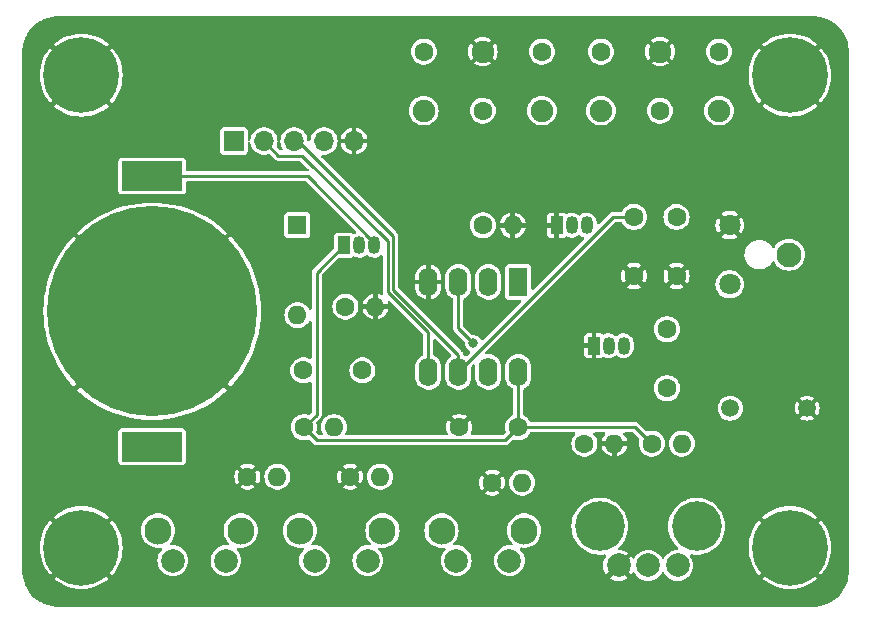
<source format=gbl>
%TF.GenerationSoftware,KiCad,Pcbnew,7.0.10-7.0.10~ubuntu22.04.1*%
%TF.CreationDate,2024-01-03T17:37:56-08:00*%
%TF.ProjectId,EtherKeyerMini,45746865-724b-4657-9965-724d696e692e,A*%
%TF.SameCoordinates,Original*%
%TF.FileFunction,Copper,L2,Bot*%
%TF.FilePolarity,Positive*%
%FSLAX46Y46*%
G04 Gerber Fmt 4.6, Leading zero omitted, Abs format (unit mm)*
G04 Created by KiCad (PCBNEW 7.0.10-7.0.10~ubuntu22.04.1) date 2024-01-03 17:37:56*
%MOMM*%
%LPD*%
G01*
G04 APERTURE LIST*
%TA.AperFunction,ComponentPad*%
%ADD10R,1.600000X2.400000*%
%TD*%
%TA.AperFunction,ComponentPad*%
%ADD11O,1.600000X2.400000*%
%TD*%
%TA.AperFunction,ComponentPad*%
%ADD12C,2.300000*%
%TD*%
%TA.AperFunction,ComponentPad*%
%ADD13C,2.000000*%
%TD*%
%TA.AperFunction,ComponentPad*%
%ADD14C,1.500000*%
%TD*%
%TA.AperFunction,ComponentPad*%
%ADD15C,4.200000*%
%TD*%
%TA.AperFunction,ComponentPad*%
%ADD16C,1.600000*%
%TD*%
%TA.AperFunction,ComponentPad*%
%ADD17O,1.600000X1.600000*%
%TD*%
%TA.AperFunction,ComponentPad*%
%ADD18C,1.800000*%
%TD*%
%TA.AperFunction,ComponentPad*%
%ADD19C,2.100000*%
%TD*%
%TA.AperFunction,ComponentPad*%
%ADD20R,1.050000X1.500000*%
%TD*%
%TA.AperFunction,ComponentPad*%
%ADD21O,1.050000X1.500000*%
%TD*%
%TA.AperFunction,ComponentPad*%
%ADD22O,1.700000X1.700000*%
%TD*%
%TA.AperFunction,ComponentPad*%
%ADD23R,1.700000X1.700000*%
%TD*%
%TA.AperFunction,WasherPad*%
%ADD24C,1.600000*%
%TD*%
%TA.AperFunction,ComponentPad*%
%ADD25C,1.900000*%
%TD*%
%TA.AperFunction,ComponentPad*%
%ADD26C,0.800000*%
%TD*%
%TA.AperFunction,ComponentPad*%
%ADD27C,6.400000*%
%TD*%
%TA.AperFunction,ComponentPad*%
%ADD28R,1.600000X1.600000*%
%TD*%
%TA.AperFunction,SMDPad,CuDef*%
%ADD29R,5.100000X2.500000*%
%TD*%
%TA.AperFunction,SMDPad,CuDef*%
%ADD30C,17.800000*%
%TD*%
%TA.AperFunction,ViaPad*%
%ADD31C,0.800000*%
%TD*%
%TA.AperFunction,Conductor*%
%ADD32C,0.250000*%
%TD*%
G04 APERTURE END LIST*
D10*
%TO.P,U1,1,PB5/RESET*%
%TO.N,Net-(U1-PB5{slash}RESET)*%
X142000000Y-72500000D03*
D11*
%TO.P,U1,2,PB3*%
%TO.N,Net-(Q2-G)*%
X139460000Y-72500000D03*
%TO.P,U1,3,PB4*%
%TO.N,Net-(Q3-G)*%
X136920000Y-72500000D03*
%TO.P,U1,4,GND*%
%TO.N,GND*%
X134380000Y-72500000D03*
%TO.P,U1,5,PB0*%
%TO.N,RX*%
X134380000Y-80120000D03*
%TO.P,U1,6,PB1*%
%TO.N,TX*%
X136920000Y-80120000D03*
%TO.P,U1,7,PB2*%
%TO.N,Net-(U1-PB2)*%
X139460000Y-80120000D03*
%TO.P,U1,8,VCC*%
%TO.N,VDD*%
X142000000Y-80120000D03*
%TD*%
D12*
%TO.P,S3,*%
%TO.N,*%
X135500000Y-93550000D03*
X142500000Y-93550000D03*
D13*
%TO.P,S3,1,1*%
%TO.N,Net-(R5-Pad2)*%
X136750000Y-96100000D03*
%TO.P,S3,2,2*%
%TO.N,Net-(U1-PB5{slash}RESET)*%
X141250000Y-96100000D03*
%TD*%
D12*
%TO.P,S2,*%
%TO.N,*%
X123500000Y-93550000D03*
X130500000Y-93550000D03*
D13*
%TO.P,S2,1,1*%
%TO.N,Net-(R4-Pad2)*%
X124750000Y-96100000D03*
%TO.P,S2,2,2*%
%TO.N,Net-(U1-PB5{slash}RESET)*%
X129250000Y-96100000D03*
%TD*%
%TO.P,S1,2,2*%
%TO.N,Net-(U1-PB5{slash}RESET)*%
X117250000Y-96100000D03*
%TO.P,S1,1,1*%
%TO.N,Net-(R3-Pad2)*%
X112750000Y-96100000D03*
D12*
%TO.P,S1,*%
%TO.N,*%
X118500000Y-93550000D03*
X111500000Y-93550000D03*
%TD*%
D14*
%TO.P,SP1,1,1*%
%TO.N,Net-(R2-Pad2)*%
X159950000Y-83200000D03*
%TO.P,SP1,2,2*%
%TO.N,GND*%
X166450000Y-83200000D03*
%TD*%
D15*
%TO.P,R10,*%
%TO.N,*%
X148900000Y-93200000D03*
X157100000Y-93200000D03*
D13*
%TO.P,R10,1,1*%
%TO.N,VDD*%
X155500000Y-96500000D03*
%TO.P,R10,2,2*%
%TO.N,Net-(U1-PB2)*%
X153000000Y-96500000D03*
%TO.P,R10,3,3*%
%TO.N,GND*%
X150500000Y-96500000D03*
%TD*%
D16*
%TO.P,R9,1*%
%TO.N,Net-(Q3-G)*%
X147600000Y-86200000D03*
D17*
%TO.P,R9,2*%
%TO.N,GND*%
X150140000Y-86200000D03*
%TD*%
D16*
%TO.P,R8,1*%
%TO.N,VDD*%
X123855000Y-84800000D03*
D17*
%TO.P,R8,2*%
%TO.N,Net-(U1-PB5{slash}RESET)*%
X126395000Y-84800000D03*
%TD*%
D16*
%TO.P,R7,1*%
%TO.N,VDD*%
X153300000Y-86200000D03*
D17*
%TO.P,R7,2*%
%TO.N,Net-(Q3-D)*%
X155840000Y-86200000D03*
%TD*%
D16*
%TO.P,R6,1*%
%TO.N,Net-(Q2-G)*%
X139000000Y-67700000D03*
D17*
%TO.P,R6,2*%
%TO.N,GND*%
X141540000Y-67700000D03*
%TD*%
D16*
%TO.P,R5,1*%
%TO.N,GND*%
X139800000Y-89500000D03*
D17*
%TO.P,R5,2*%
%TO.N,Net-(R5-Pad2)*%
X142340000Y-89500000D03*
%TD*%
D16*
%TO.P,R4,1*%
%TO.N,GND*%
X127760000Y-89000000D03*
D17*
%TO.P,R4,2*%
%TO.N,Net-(R4-Pad2)*%
X130300000Y-89000000D03*
%TD*%
D16*
%TO.P,R3,1*%
%TO.N,GND*%
X119060000Y-89000000D03*
D17*
%TO.P,R3,2*%
%TO.N,Net-(R3-Pad2)*%
X121600000Y-89000000D03*
%TD*%
D18*
%TO.P,R2,1,1*%
%TO.N,Net-(C1-Pad2)*%
X159900000Y-72700000D03*
D19*
%TO.P,R2,2,2*%
%TO.N,Net-(R2-Pad2)*%
X164900000Y-70200000D03*
D18*
%TO.P,R2,3,3*%
%TO.N,GND*%
X159900000Y-67700000D03*
%TD*%
D16*
%TO.P,R1,1*%
%TO.N,+5V*%
X127360000Y-74600000D03*
D17*
%TO.P,R1,2*%
%TO.N,GND*%
X129900000Y-74600000D03*
%TD*%
D20*
%TO.P,Q3,1,S*%
%TO.N,GND*%
X148400000Y-77900000D03*
D21*
%TO.P,Q3,2,G*%
%TO.N,Net-(Q3-G)*%
X149670000Y-77900000D03*
%TO.P,Q3,3,D*%
%TO.N,Net-(Q3-D)*%
X150940000Y-77900000D03*
%TD*%
D20*
%TO.P,Q2,1,S*%
%TO.N,GND*%
X145260000Y-67700000D03*
D21*
%TO.P,Q2,2,G*%
%TO.N,Net-(Q2-G)*%
X146530000Y-67700000D03*
%TO.P,Q2,3,D*%
%TO.N,Net-(Q2-D)*%
X147800000Y-67700000D03*
%TD*%
D20*
%TO.P,Q1,1,S*%
%TO.N,VDD*%
X127260000Y-69400000D03*
D21*
%TO.P,Q1,2,G*%
%TO.N,+5V*%
X128530000Y-69400000D03*
%TO.P,Q1,3,D*%
%TO.N,Net-(BT1-+)*%
X129800000Y-69400000D03*
%TD*%
D22*
%TO.P,J3,5,Pin_5*%
%TO.N,GND*%
X128085000Y-60575000D03*
%TO.P,J3,4,Pin_4*%
%TO.N,+5V*%
X125545000Y-60575000D03*
%TO.P,J3,3,Pin_3*%
%TO.N,TX*%
X123005000Y-60575000D03*
%TO.P,J3,2,Pin_2*%
%TO.N,RX*%
X120465000Y-60575000D03*
D23*
%TO.P,J3,1,Pin_1*%
%TO.N,DTR*%
X117925000Y-60575000D03*
%TD*%
D24*
%TO.P,J2,*%
%TO.N,*%
X159000000Y-53000000D03*
X153990000Y-58000000D03*
X149000000Y-53000000D03*
D25*
%TO.P,J2,R*%
%TO.N,RX*%
X159000000Y-58000000D03*
%TO.P,J2,S*%
%TO.N,GND*%
X154000000Y-53000000D03*
%TO.P,J2,T*%
%TO.N,TX*%
X149000000Y-58000000D03*
%TD*%
D24*
%TO.P,J1,*%
%TO.N,*%
X144000000Y-53000000D03*
X138990000Y-58000000D03*
X134000000Y-53000000D03*
D25*
%TO.P,J1,R*%
%TO.N,Net-(Q2-D)*%
X144000000Y-58000000D03*
%TO.P,J1,S*%
%TO.N,GND*%
X139000000Y-53000000D03*
%TO.P,J1,T*%
%TO.N,Net-(Q2-D)*%
X134000000Y-58000000D03*
%TD*%
D26*
%TO.P,H4,1,1*%
%TO.N,GND*%
X107400000Y-95000000D03*
X103302944Y-96697056D03*
X106697056Y-96697056D03*
X105000000Y-97400000D03*
D27*
X105000000Y-95000000D03*
D26*
X102600000Y-95000000D03*
X106697056Y-93302944D03*
X103302944Y-93302944D03*
X105000000Y-92600000D03*
%TD*%
%TO.P,H3,1,1*%
%TO.N,GND*%
X105000000Y-52600000D03*
X103302944Y-53302944D03*
X106697056Y-53302944D03*
X102600000Y-55000000D03*
D27*
X105000000Y-55000000D03*
D26*
X105000000Y-57400000D03*
X106697056Y-56697056D03*
X103302944Y-56697056D03*
X107400000Y-55000000D03*
%TD*%
%TO.P,H2,1,1*%
%TO.N,GND*%
X167400000Y-95000000D03*
X163302944Y-96697056D03*
X166697056Y-96697056D03*
X165000000Y-97400000D03*
D27*
X165000000Y-95000000D03*
D26*
X162600000Y-95000000D03*
X166697056Y-93302944D03*
X163302944Y-93302944D03*
X165000000Y-92600000D03*
%TD*%
%TO.P,H1,1,1*%
%TO.N,GND*%
X167400000Y-55000000D03*
X163302944Y-56697056D03*
X166697056Y-56697056D03*
X165000000Y-57400000D03*
D27*
X165000000Y-55000000D03*
D26*
X162600000Y-55000000D03*
X166697056Y-53302944D03*
X163302944Y-53302944D03*
X165000000Y-52600000D03*
%TD*%
D28*
%TO.P,D1,1,K*%
%TO.N,VDD*%
X123300000Y-67690000D03*
D17*
%TO.P,D1,2,A*%
%TO.N,+5V*%
X123300000Y-75310000D03*
%TD*%
D16*
%TO.P,C5,1*%
%TO.N,RX*%
X155400000Y-67000000D03*
%TO.P,C5,2*%
%TO.N,GND*%
X155400000Y-72000000D03*
%TD*%
%TO.P,C4,1*%
%TO.N,TX*%
X151800000Y-67000000D03*
%TO.P,C4,2*%
%TO.N,GND*%
X151800000Y-72000000D03*
%TD*%
%TO.P,C3,1*%
%TO.N,VDD*%
X142000000Y-84800000D03*
%TO.P,C3,2*%
%TO.N,GND*%
X137000000Y-84800000D03*
%TD*%
%TO.P,C2,1*%
%TO.N,Net-(U1-PB5{slash}RESET)*%
X128800000Y-80000000D03*
%TO.P,C2,2*%
%TO.N,DTR*%
X123800000Y-80000000D03*
%TD*%
%TO.P,C1,1*%
%TO.N,Net-(Q3-D)*%
X154600000Y-81500000D03*
%TO.P,C1,2*%
%TO.N,Net-(C1-Pad2)*%
X154600000Y-76500000D03*
%TD*%
D29*
%TO.P,BT1,1,+*%
%TO.N,Net-(BT1-+)*%
X111000000Y-86450000D03*
X111000000Y-63550000D03*
D30*
%TO.P,BT1,2,-*%
%TO.N,GND*%
X111000000Y-75000000D03*
%TD*%
D31*
%TO.N,Net-(Q3-G)*%
X138200000Y-77700000D03*
%TD*%
D32*
%TO.N,Net-(Q3-G)*%
X136920000Y-76420000D02*
X138200000Y-77700000D01*
X136920000Y-72500000D02*
X136920000Y-76420000D01*
%TO.N,VDD*%
X142000000Y-80120000D02*
X142000000Y-84800000D01*
X142000000Y-84800000D02*
X151900000Y-84800000D01*
X151900000Y-84800000D02*
X153300000Y-86200000D01*
X123855000Y-84800000D02*
X124980000Y-85925000D01*
X124980000Y-85925000D02*
X140875000Y-85925000D01*
X140875000Y-85925000D02*
X142000000Y-84800000D01*
%TO.N,TX*%
X136920000Y-80120000D02*
X150040000Y-67000000D01*
X150040000Y-67000000D02*
X151800000Y-67000000D01*
%TO.N,RX*%
X123700000Y-61800000D02*
X121690000Y-61800000D01*
%TO.N,TX*%
X136920000Y-80120000D02*
X136920000Y-78670000D01*
%TO.N,RX*%
X130950000Y-69050000D02*
X123700000Y-61800000D01*
X134380000Y-76766396D02*
X130950000Y-73336396D01*
X134380000Y-80120000D02*
X134380000Y-76766396D01*
X121690000Y-61800000D02*
X120465000Y-60575000D01*
X130950000Y-73336396D02*
X130950000Y-69050000D01*
%TO.N,TX*%
X136920000Y-78670000D02*
X131400000Y-73150000D01*
X131400000Y-68600000D02*
X123375000Y-60575000D01*
X131400000Y-73150000D02*
X131400000Y-68600000D01*
X123375000Y-60575000D02*
X123005000Y-60575000D01*
%TO.N,VDD*%
X123855000Y-84800000D02*
X124925000Y-83730000D01*
X124925000Y-83730000D02*
X124925000Y-71735000D01*
X124925000Y-71735000D02*
X127260000Y-69400000D01*
%TO.N,Net-(BT1-+)*%
X111000000Y-63550000D02*
X124175000Y-63550000D01*
X124175000Y-63550000D02*
X129800000Y-69175000D01*
X129800000Y-69175000D02*
X129800000Y-69400000D01*
%TD*%
%TA.AperFunction,Conductor*%
%TO.N,GND*%
G36*
X106731939Y-96449096D02*
G01*
X106721680Y-96447056D01*
X106672432Y-96447056D01*
X106599511Y-96461561D01*
X106516816Y-96516816D01*
X106461561Y-96599511D01*
X106442158Y-96697056D01*
X106449096Y-96731939D01*
X105982318Y-96265161D01*
X106134870Y-96134870D01*
X106265161Y-95982318D01*
X106731939Y-96449096D01*
G37*
%TD.AperFunction*%
%TA.AperFunction,Conductor*%
G36*
X103865130Y-96134870D02*
G01*
X104017681Y-96265160D01*
X103550903Y-96731938D01*
X103557842Y-96697056D01*
X103538439Y-96599511D01*
X103483184Y-96516816D01*
X103400489Y-96461561D01*
X103327568Y-96447056D01*
X103278320Y-96447056D01*
X103268057Y-96449097D01*
X103734838Y-95982316D01*
X103865130Y-96134870D01*
G37*
%TD.AperFunction*%
%TA.AperFunction,Conductor*%
G36*
X104017681Y-93734838D02*
G01*
X103865130Y-93865130D01*
X103734838Y-94017681D01*
X103268060Y-93550903D01*
X103278320Y-93552944D01*
X103327568Y-93552944D01*
X103400489Y-93538439D01*
X103483184Y-93483184D01*
X103538439Y-93400489D01*
X103557842Y-93302944D01*
X103550903Y-93268060D01*
X104017681Y-93734838D01*
G37*
%TD.AperFunction*%
%TA.AperFunction,Conductor*%
G36*
X106442158Y-93302944D02*
G01*
X106461561Y-93400489D01*
X106516816Y-93483184D01*
X106599511Y-93538439D01*
X106672432Y-93552944D01*
X106721680Y-93552944D01*
X106731937Y-93550903D01*
X106265160Y-94017681D01*
X106134870Y-93865130D01*
X105982318Y-93734838D01*
X106449096Y-93268059D01*
X106442158Y-93302944D01*
G37*
%TD.AperFunction*%
%TA.AperFunction,Conductor*%
G36*
X166731939Y-96449096D02*
G01*
X166721680Y-96447056D01*
X166672432Y-96447056D01*
X166599511Y-96461561D01*
X166516816Y-96516816D01*
X166461561Y-96599511D01*
X166442158Y-96697056D01*
X166449096Y-96731939D01*
X165982318Y-96265161D01*
X166134870Y-96134870D01*
X166265161Y-95982318D01*
X166731939Y-96449096D01*
G37*
%TD.AperFunction*%
%TA.AperFunction,Conductor*%
G36*
X163865130Y-96134870D02*
G01*
X164017681Y-96265160D01*
X163550903Y-96731938D01*
X163557842Y-96697056D01*
X163538439Y-96599511D01*
X163483184Y-96516816D01*
X163400489Y-96461561D01*
X163327568Y-96447056D01*
X163278320Y-96447056D01*
X163268058Y-96449097D01*
X163734838Y-95982317D01*
X163865130Y-96134870D01*
G37*
%TD.AperFunction*%
%TA.AperFunction,Conductor*%
G36*
X164017681Y-93734838D02*
G01*
X163865130Y-93865130D01*
X163734838Y-94017681D01*
X163268060Y-93550903D01*
X163278320Y-93552944D01*
X163327568Y-93552944D01*
X163400489Y-93538439D01*
X163483184Y-93483184D01*
X163538439Y-93400489D01*
X163557842Y-93302944D01*
X163550903Y-93268060D01*
X164017681Y-93734838D01*
G37*
%TD.AperFunction*%
%TA.AperFunction,Conductor*%
G36*
X166442158Y-93302944D02*
G01*
X166461561Y-93400489D01*
X166516816Y-93483184D01*
X166599511Y-93538439D01*
X166672432Y-93552944D01*
X166721680Y-93552944D01*
X166731937Y-93550903D01*
X166265160Y-94017681D01*
X166134870Y-93865130D01*
X165982318Y-93734838D01*
X166449096Y-93268059D01*
X166442158Y-93302944D01*
G37*
%TD.AperFunction*%
%TA.AperFunction,Conductor*%
G36*
X106731939Y-56449096D02*
G01*
X106721680Y-56447056D01*
X106672432Y-56447056D01*
X106599511Y-56461561D01*
X106516816Y-56516816D01*
X106461561Y-56599511D01*
X106442158Y-56697056D01*
X106449096Y-56731939D01*
X105982318Y-56265161D01*
X106134870Y-56134870D01*
X106265161Y-55982318D01*
X106731939Y-56449096D01*
G37*
%TD.AperFunction*%
%TA.AperFunction,Conductor*%
G36*
X103865130Y-56134870D02*
G01*
X104017681Y-56265160D01*
X103550903Y-56731938D01*
X103557842Y-56697056D01*
X103538439Y-56599511D01*
X103483184Y-56516816D01*
X103400489Y-56461561D01*
X103327568Y-56447056D01*
X103278320Y-56447056D01*
X103268057Y-56449097D01*
X103734838Y-55982316D01*
X103865130Y-56134870D01*
G37*
%TD.AperFunction*%
%TA.AperFunction,Conductor*%
G36*
X104017681Y-53734838D02*
G01*
X103865130Y-53865130D01*
X103734838Y-54017681D01*
X103268060Y-53550903D01*
X103278320Y-53552944D01*
X103327568Y-53552944D01*
X103400489Y-53538439D01*
X103483184Y-53483184D01*
X103538439Y-53400489D01*
X103557842Y-53302944D01*
X103550903Y-53268060D01*
X104017681Y-53734838D01*
G37*
%TD.AperFunction*%
%TA.AperFunction,Conductor*%
G36*
X106442158Y-53302944D02*
G01*
X106461561Y-53400489D01*
X106516816Y-53483184D01*
X106599511Y-53538439D01*
X106672432Y-53552944D01*
X106721680Y-53552944D01*
X106731937Y-53550903D01*
X106265160Y-54017681D01*
X106134870Y-53865130D01*
X105982318Y-53734838D01*
X106449096Y-53268059D01*
X106442158Y-53302944D01*
G37*
%TD.AperFunction*%
%TA.AperFunction,Conductor*%
G36*
X166731939Y-56449096D02*
G01*
X166721680Y-56447056D01*
X166672432Y-56447056D01*
X166599511Y-56461561D01*
X166516816Y-56516816D01*
X166461561Y-56599511D01*
X166442158Y-56697056D01*
X166449096Y-56731939D01*
X165982318Y-56265161D01*
X166134870Y-56134870D01*
X166265161Y-55982318D01*
X166731939Y-56449096D01*
G37*
%TD.AperFunction*%
%TA.AperFunction,Conductor*%
G36*
X163865130Y-56134870D02*
G01*
X164017681Y-56265160D01*
X163550903Y-56731938D01*
X163557842Y-56697056D01*
X163538439Y-56599511D01*
X163483184Y-56516816D01*
X163400489Y-56461561D01*
X163327568Y-56447056D01*
X163278320Y-56447056D01*
X163268058Y-56449097D01*
X163734838Y-55982317D01*
X163865130Y-56134870D01*
G37*
%TD.AperFunction*%
%TA.AperFunction,Conductor*%
G36*
X164017681Y-53734838D02*
G01*
X163865130Y-53865130D01*
X163734838Y-54017681D01*
X163268060Y-53550903D01*
X163278320Y-53552944D01*
X163327568Y-53552944D01*
X163400489Y-53538439D01*
X163483184Y-53483184D01*
X163538439Y-53400489D01*
X163557842Y-53302944D01*
X163550903Y-53268060D01*
X164017681Y-53734838D01*
G37*
%TD.AperFunction*%
%TA.AperFunction,Conductor*%
G36*
X166442158Y-53302944D02*
G01*
X166461561Y-53400489D01*
X166516816Y-53483184D01*
X166599511Y-53538439D01*
X166672432Y-53552944D01*
X166721680Y-53552944D01*
X166731937Y-53550903D01*
X166265160Y-54017681D01*
X166134870Y-53865130D01*
X165982318Y-53734838D01*
X166449096Y-53268059D01*
X166442158Y-53302944D01*
G37*
%TD.AperFunction*%
%TA.AperFunction,Conductor*%
G36*
X166851355Y-50000549D02*
G01*
X167162756Y-50009286D01*
X167173129Y-50010015D01*
X167494797Y-50046258D01*
X167508504Y-50048587D01*
X167688118Y-50089582D01*
X167822411Y-50120233D01*
X167835759Y-50124078D01*
X168139677Y-50230423D01*
X168152519Y-50235743D01*
X168442598Y-50375438D01*
X168454768Y-50382164D01*
X168727384Y-50553460D01*
X168738725Y-50561507D01*
X168990457Y-50762257D01*
X169000825Y-50771523D01*
X169228476Y-50999174D01*
X169237742Y-51009542D01*
X169438492Y-51261274D01*
X169446539Y-51272615D01*
X169617835Y-51545231D01*
X169624561Y-51557401D01*
X169764256Y-51847480D01*
X169769578Y-51860327D01*
X169875918Y-52164230D01*
X169879767Y-52177593D01*
X169951412Y-52491495D01*
X169953741Y-52505203D01*
X169989983Y-52826856D01*
X169990714Y-52837262D01*
X169999451Y-53148643D01*
X169999500Y-53152121D01*
X169999500Y-96847877D01*
X169999451Y-96851355D01*
X169990714Y-97162737D01*
X169989983Y-97173143D01*
X169953741Y-97494796D01*
X169951412Y-97508504D01*
X169879767Y-97822406D01*
X169875918Y-97835769D01*
X169769578Y-98139672D01*
X169764256Y-98152519D01*
X169624561Y-98442598D01*
X169617835Y-98454768D01*
X169446539Y-98727384D01*
X169438492Y-98738725D01*
X169237742Y-98990457D01*
X169228476Y-99000825D01*
X169000825Y-99228476D01*
X168990457Y-99237742D01*
X168738725Y-99438492D01*
X168727384Y-99446539D01*
X168454768Y-99617835D01*
X168442598Y-99624561D01*
X168152519Y-99764256D01*
X168139672Y-99769578D01*
X167835769Y-99875918D01*
X167822406Y-99879767D01*
X167508504Y-99951412D01*
X167494796Y-99953741D01*
X167173143Y-99989983D01*
X167162737Y-99990714D01*
X166851355Y-99999451D01*
X166847877Y-99999500D01*
X103152123Y-99999500D01*
X103148645Y-99999451D01*
X102837262Y-99990714D01*
X102826856Y-99989983D01*
X102505203Y-99953741D01*
X102491495Y-99951412D01*
X102177593Y-99879767D01*
X102164230Y-99875918D01*
X101860327Y-99769578D01*
X101847480Y-99764256D01*
X101557401Y-99624561D01*
X101545231Y-99617835D01*
X101272615Y-99446539D01*
X101261274Y-99438492D01*
X101009542Y-99237742D01*
X100999174Y-99228476D01*
X100771523Y-99000825D01*
X100762257Y-98990457D01*
X100561507Y-98738725D01*
X100553460Y-98727384D01*
X100382164Y-98454768D01*
X100375438Y-98442598D01*
X100368511Y-98428215D01*
X100235743Y-98152519D01*
X100230421Y-98139672D01*
X100193881Y-98035245D01*
X100124078Y-97835759D01*
X100120232Y-97822406D01*
X100116251Y-97804966D01*
X100048587Y-97508504D01*
X100046258Y-97494796D01*
X100036193Y-97405468D01*
X100010015Y-97173129D01*
X100009286Y-97162756D01*
X100000549Y-96851355D01*
X100000500Y-96847877D01*
X100000500Y-95000000D01*
X101495197Y-95000000D01*
X101514397Y-95366353D01*
X101571784Y-95728684D01*
X101571784Y-95728686D01*
X101666736Y-96083051D01*
X101798204Y-96425535D01*
X101964754Y-96752406D01*
X102164553Y-97060070D01*
X102384936Y-97332219D01*
X103054985Y-96662169D01*
X103048046Y-96697056D01*
X103067449Y-96794601D01*
X103122704Y-96877296D01*
X103205399Y-96932551D01*
X103278320Y-96947056D01*
X103327568Y-96947056D01*
X103337826Y-96945015D01*
X102667779Y-97615062D01*
X102939929Y-97835446D01*
X103247593Y-98035245D01*
X103574464Y-98201795D01*
X103916948Y-98333263D01*
X104271314Y-98428215D01*
X104633646Y-98485602D01*
X104999999Y-98504803D01*
X105000001Y-98504803D01*
X105366353Y-98485602D01*
X105728684Y-98428215D01*
X105728686Y-98428215D01*
X106083051Y-98333263D01*
X106425535Y-98201795D01*
X106752406Y-98035245D01*
X107060064Y-97835450D01*
X107332219Y-97615062D01*
X106662172Y-96945015D01*
X106672432Y-96947056D01*
X106721680Y-96947056D01*
X106794601Y-96932551D01*
X106877296Y-96877296D01*
X106932551Y-96794601D01*
X106951954Y-96697056D01*
X106945015Y-96662172D01*
X107615062Y-97332219D01*
X107835450Y-97060064D01*
X108035245Y-96752406D01*
X108201795Y-96425535D01*
X108333263Y-96083051D01*
X108428215Y-95728686D01*
X108428215Y-95728684D01*
X108485602Y-95366353D01*
X108504803Y-95000000D01*
X108504803Y-94999999D01*
X108485602Y-94633646D01*
X108428215Y-94271315D01*
X108428215Y-94271313D01*
X108333263Y-93916948D01*
X108201795Y-93574464D01*
X108189332Y-93550005D01*
X110044529Y-93550005D01*
X110064379Y-93789559D01*
X110123389Y-94022589D01*
X110219951Y-94242729D01*
X110351427Y-94443966D01*
X110351429Y-94443969D01*
X110514236Y-94620825D01*
X110514239Y-94620827D01*
X110514242Y-94620830D01*
X110703924Y-94768466D01*
X110703930Y-94768470D01*
X110703933Y-94768472D01*
X110915344Y-94882882D01*
X110915347Y-94882883D01*
X111142699Y-94960933D01*
X111142701Y-94960933D01*
X111142703Y-94960934D01*
X111379808Y-95000500D01*
X111379809Y-95000500D01*
X111620190Y-95000500D01*
X111620192Y-95000500D01*
X111706663Y-94986070D01*
X111776026Y-94994452D01*
X111829848Y-95039004D01*
X111851039Y-95105582D01*
X111832872Y-95173049D01*
X111814753Y-95196060D01*
X111749951Y-95260862D01*
X111619432Y-95447265D01*
X111619431Y-95447267D01*
X111523261Y-95653502D01*
X111523258Y-95653511D01*
X111464366Y-95873302D01*
X111464364Y-95873313D01*
X111444532Y-96099998D01*
X111444532Y-96100001D01*
X111464364Y-96326686D01*
X111464366Y-96326697D01*
X111523258Y-96546488D01*
X111523261Y-96546497D01*
X111619431Y-96752732D01*
X111619432Y-96752734D01*
X111749954Y-96939141D01*
X111910858Y-97100045D01*
X111910861Y-97100047D01*
X112097266Y-97230568D01*
X112303504Y-97326739D01*
X112303509Y-97326740D01*
X112303511Y-97326741D01*
X112349782Y-97339139D01*
X112523308Y-97385635D01*
X112685230Y-97399801D01*
X112749998Y-97405468D01*
X112750000Y-97405468D01*
X112750002Y-97405468D01*
X112812499Y-97400000D01*
X112976692Y-97385635D01*
X113196496Y-97326739D01*
X113402734Y-97230568D01*
X113589139Y-97100047D01*
X113750047Y-96939139D01*
X113880568Y-96752734D01*
X113976739Y-96546496D01*
X114035635Y-96326692D01*
X114055468Y-96100001D01*
X115944532Y-96100001D01*
X115964364Y-96326686D01*
X115964366Y-96326697D01*
X116023258Y-96546488D01*
X116023261Y-96546497D01*
X116119431Y-96752732D01*
X116119432Y-96752734D01*
X116249954Y-96939141D01*
X116410858Y-97100045D01*
X116410861Y-97100047D01*
X116597266Y-97230568D01*
X116803504Y-97326739D01*
X116803509Y-97326740D01*
X116803511Y-97326741D01*
X116849782Y-97339139D01*
X117023308Y-97385635D01*
X117185230Y-97399801D01*
X117249998Y-97405468D01*
X117250000Y-97405468D01*
X117250002Y-97405468D01*
X117312499Y-97400000D01*
X117476692Y-97385635D01*
X117696496Y-97326739D01*
X117902734Y-97230568D01*
X118089139Y-97100047D01*
X118250047Y-96939139D01*
X118380568Y-96752734D01*
X118476739Y-96546496D01*
X118535635Y-96326692D01*
X118555468Y-96100000D01*
X118535635Y-95873308D01*
X118478710Y-95660861D01*
X118476741Y-95653511D01*
X118476738Y-95653502D01*
X118463536Y-95625191D01*
X118380568Y-95447266D01*
X118259058Y-95273730D01*
X118250045Y-95260858D01*
X118185247Y-95196060D01*
X118151762Y-95134737D01*
X118156746Y-95065045D01*
X118198618Y-95009112D01*
X118264082Y-94984695D01*
X118293332Y-94986069D01*
X118379808Y-95000500D01*
X118379809Y-95000500D01*
X118620191Y-95000500D01*
X118620192Y-95000500D01*
X118857297Y-94960934D01*
X119084656Y-94882882D01*
X119296067Y-94768472D01*
X119485764Y-94620825D01*
X119648571Y-94443969D01*
X119780049Y-94242728D01*
X119876610Y-94022591D01*
X119935620Y-93789563D01*
X119953444Y-93574464D01*
X119955471Y-93550005D01*
X122044529Y-93550005D01*
X122064379Y-93789559D01*
X122123389Y-94022589D01*
X122219951Y-94242729D01*
X122351427Y-94443966D01*
X122351429Y-94443969D01*
X122514236Y-94620825D01*
X122514239Y-94620827D01*
X122514242Y-94620830D01*
X122703924Y-94768466D01*
X122703930Y-94768470D01*
X122703933Y-94768472D01*
X122915344Y-94882882D01*
X122915347Y-94882883D01*
X123142699Y-94960933D01*
X123142701Y-94960933D01*
X123142703Y-94960934D01*
X123379808Y-95000500D01*
X123379809Y-95000500D01*
X123620190Y-95000500D01*
X123620192Y-95000500D01*
X123706663Y-94986070D01*
X123776026Y-94994452D01*
X123829848Y-95039004D01*
X123851039Y-95105582D01*
X123832872Y-95173049D01*
X123814753Y-95196060D01*
X123749951Y-95260862D01*
X123619432Y-95447265D01*
X123619431Y-95447267D01*
X123523261Y-95653502D01*
X123523258Y-95653511D01*
X123464366Y-95873302D01*
X123464364Y-95873313D01*
X123444532Y-96099998D01*
X123444532Y-96100001D01*
X123464364Y-96326686D01*
X123464366Y-96326697D01*
X123523258Y-96546488D01*
X123523261Y-96546497D01*
X123619431Y-96752732D01*
X123619432Y-96752734D01*
X123749954Y-96939141D01*
X123910858Y-97100045D01*
X123910861Y-97100047D01*
X124097266Y-97230568D01*
X124303504Y-97326739D01*
X124303509Y-97326740D01*
X124303511Y-97326741D01*
X124349782Y-97339139D01*
X124523308Y-97385635D01*
X124685230Y-97399801D01*
X124749998Y-97405468D01*
X124750000Y-97405468D01*
X124750002Y-97405468D01*
X124812499Y-97400000D01*
X124976692Y-97385635D01*
X125196496Y-97326739D01*
X125402734Y-97230568D01*
X125589139Y-97100047D01*
X125750047Y-96939139D01*
X125880568Y-96752734D01*
X125976739Y-96546496D01*
X126035635Y-96326692D01*
X126055468Y-96100001D01*
X127944532Y-96100001D01*
X127964364Y-96326686D01*
X127964366Y-96326697D01*
X128023258Y-96546488D01*
X128023261Y-96546497D01*
X128119431Y-96752732D01*
X128119432Y-96752734D01*
X128249954Y-96939141D01*
X128410858Y-97100045D01*
X128410861Y-97100047D01*
X128597266Y-97230568D01*
X128803504Y-97326739D01*
X128803509Y-97326740D01*
X128803511Y-97326741D01*
X128849782Y-97339139D01*
X129023308Y-97385635D01*
X129185230Y-97399801D01*
X129249998Y-97405468D01*
X129250000Y-97405468D01*
X129250002Y-97405468D01*
X129312499Y-97400000D01*
X129476692Y-97385635D01*
X129696496Y-97326739D01*
X129902734Y-97230568D01*
X130089139Y-97100047D01*
X130250047Y-96939139D01*
X130380568Y-96752734D01*
X130476739Y-96546496D01*
X130535635Y-96326692D01*
X130555468Y-96100000D01*
X130535635Y-95873308D01*
X130478710Y-95660861D01*
X130476741Y-95653511D01*
X130476738Y-95653502D01*
X130463536Y-95625191D01*
X130380568Y-95447266D01*
X130259058Y-95273730D01*
X130250045Y-95260858D01*
X130185247Y-95196060D01*
X130151762Y-95134737D01*
X130156746Y-95065045D01*
X130198618Y-95009112D01*
X130264082Y-94984695D01*
X130293332Y-94986069D01*
X130379808Y-95000500D01*
X130379809Y-95000500D01*
X130620191Y-95000500D01*
X130620192Y-95000500D01*
X130857297Y-94960934D01*
X131084656Y-94882882D01*
X131296067Y-94768472D01*
X131485764Y-94620825D01*
X131648571Y-94443969D01*
X131780049Y-94242728D01*
X131876610Y-94022591D01*
X131935620Y-93789563D01*
X131953444Y-93574464D01*
X131955471Y-93550005D01*
X134044529Y-93550005D01*
X134064379Y-93789559D01*
X134123389Y-94022589D01*
X134219951Y-94242729D01*
X134351427Y-94443966D01*
X134351429Y-94443969D01*
X134514236Y-94620825D01*
X134514239Y-94620827D01*
X134514242Y-94620830D01*
X134703924Y-94768466D01*
X134703930Y-94768470D01*
X134703933Y-94768472D01*
X134915344Y-94882882D01*
X134915347Y-94882883D01*
X135142699Y-94960933D01*
X135142701Y-94960933D01*
X135142703Y-94960934D01*
X135379808Y-95000500D01*
X135379809Y-95000500D01*
X135620190Y-95000500D01*
X135620192Y-95000500D01*
X135706663Y-94986070D01*
X135776026Y-94994452D01*
X135829848Y-95039004D01*
X135851039Y-95105582D01*
X135832872Y-95173049D01*
X135814753Y-95196060D01*
X135749951Y-95260862D01*
X135619432Y-95447265D01*
X135619431Y-95447267D01*
X135523261Y-95653502D01*
X135523258Y-95653511D01*
X135464366Y-95873302D01*
X135464364Y-95873313D01*
X135444532Y-96099998D01*
X135444532Y-96100001D01*
X135464364Y-96326686D01*
X135464366Y-96326697D01*
X135523258Y-96546488D01*
X135523261Y-96546497D01*
X135619431Y-96752732D01*
X135619432Y-96752734D01*
X135749954Y-96939141D01*
X135910858Y-97100045D01*
X135910861Y-97100047D01*
X136097266Y-97230568D01*
X136303504Y-97326739D01*
X136303509Y-97326740D01*
X136303511Y-97326741D01*
X136349782Y-97339139D01*
X136523308Y-97385635D01*
X136685230Y-97399801D01*
X136749998Y-97405468D01*
X136750000Y-97405468D01*
X136750002Y-97405468D01*
X136812499Y-97400000D01*
X136976692Y-97385635D01*
X137196496Y-97326739D01*
X137402734Y-97230568D01*
X137589139Y-97100047D01*
X137750047Y-96939139D01*
X137880568Y-96752734D01*
X137976739Y-96546496D01*
X138035635Y-96326692D01*
X138055468Y-96100001D01*
X139944532Y-96100001D01*
X139964364Y-96326686D01*
X139964366Y-96326697D01*
X140023258Y-96546488D01*
X140023261Y-96546497D01*
X140119431Y-96752732D01*
X140119432Y-96752734D01*
X140249954Y-96939141D01*
X140410858Y-97100045D01*
X140410861Y-97100047D01*
X140597266Y-97230568D01*
X140803504Y-97326739D01*
X140803509Y-97326740D01*
X140803511Y-97326741D01*
X140849782Y-97339139D01*
X141023308Y-97385635D01*
X141185230Y-97399801D01*
X141249998Y-97405468D01*
X141250000Y-97405468D01*
X141250002Y-97405468D01*
X141312499Y-97400000D01*
X141476692Y-97385635D01*
X141696496Y-97326739D01*
X141902734Y-97230568D01*
X142089139Y-97100047D01*
X142250047Y-96939139D01*
X142380568Y-96752734D01*
X142476739Y-96546496D01*
X142535635Y-96326692D01*
X142555468Y-96100000D01*
X142535635Y-95873308D01*
X142478710Y-95660861D01*
X142476741Y-95653511D01*
X142476738Y-95653502D01*
X142463536Y-95625191D01*
X142380568Y-95447266D01*
X142259058Y-95273730D01*
X142250045Y-95260858D01*
X142185247Y-95196060D01*
X142151762Y-95134737D01*
X142156746Y-95065045D01*
X142198618Y-95009112D01*
X142264082Y-94984695D01*
X142293332Y-94986069D01*
X142379808Y-95000500D01*
X142379809Y-95000500D01*
X142620191Y-95000500D01*
X142620192Y-95000500D01*
X142857297Y-94960934D01*
X143084656Y-94882882D01*
X143296067Y-94768472D01*
X143485764Y-94620825D01*
X143648571Y-94443969D01*
X143780049Y-94242728D01*
X143876610Y-94022591D01*
X143935620Y-93789563D01*
X143953444Y-93574464D01*
X143955471Y-93550005D01*
X143955471Y-93549994D01*
X143935620Y-93310440D01*
X143935620Y-93310437D01*
X143907655Y-93200005D01*
X146494754Y-93200005D01*
X146513718Y-93501446D01*
X146513719Y-93501453D01*
X146570320Y-93798164D01*
X146663659Y-94085431D01*
X146663661Y-94085436D01*
X146792265Y-94358732D01*
X146792268Y-94358738D01*
X146954111Y-94613763D01*
X146954114Y-94613767D01*
X146954115Y-94613768D01*
X147124526Y-94819760D01*
X147146652Y-94846505D01*
X147185391Y-94882883D01*
X147360821Y-95047624D01*
X147366836Y-95053272D01*
X147366846Y-95053280D01*
X147611193Y-95230808D01*
X147611198Y-95230810D01*
X147611205Y-95230816D01*
X147875896Y-95376332D01*
X147875901Y-95376334D01*
X147875903Y-95376335D01*
X147875904Y-95376336D01*
X148156734Y-95487524D01*
X148156737Y-95487525D01*
X148205142Y-95499953D01*
X148449302Y-95562642D01*
X148585562Y-95579856D01*
X148748963Y-95600499D01*
X148748969Y-95600499D01*
X148748973Y-95600500D01*
X148748975Y-95600500D01*
X149051025Y-95600500D01*
X149051027Y-95600500D01*
X149051032Y-95600499D01*
X149051036Y-95600499D01*
X149134729Y-95589925D01*
X149312939Y-95567412D01*
X149381916Y-95578539D01*
X149433929Y-95625191D01*
X149452462Y-95692558D01*
X149431632Y-95759251D01*
X149430055Y-95761557D01*
X149369868Y-95847512D01*
X149369866Y-95847516D01*
X149273734Y-96053673D01*
X149273730Y-96053682D01*
X149214860Y-96273389D01*
X149214858Y-96273400D01*
X149195034Y-96499997D01*
X149195034Y-96500002D01*
X149214858Y-96726599D01*
X149214860Y-96726610D01*
X149273730Y-96946317D01*
X149273734Y-96946326D01*
X149369865Y-97152482D01*
X149450095Y-97267061D01*
X150032972Y-96684183D01*
X150040507Y-96709844D01*
X150118239Y-96830798D01*
X150226900Y-96924952D01*
X150316823Y-96966018D01*
X149732937Y-97549903D01*
X149847521Y-97630136D01*
X150053668Y-97726264D01*
X150053682Y-97726269D01*
X150273389Y-97785139D01*
X150273400Y-97785141D01*
X150499998Y-97804966D01*
X150500002Y-97804966D01*
X150726599Y-97785141D01*
X150726610Y-97785139D01*
X150946317Y-97726269D01*
X150946331Y-97726264D01*
X151152478Y-97630136D01*
X151152486Y-97630132D01*
X151267061Y-97549904D01*
X150683176Y-96966019D01*
X150773100Y-96924952D01*
X150881761Y-96830798D01*
X150959493Y-96709844D01*
X150967027Y-96684184D01*
X151549904Y-97267061D01*
X151630132Y-97152486D01*
X151630132Y-97152485D01*
X151637340Y-97137028D01*
X151683511Y-97084587D01*
X151750704Y-97065433D01*
X151817585Y-97085646D01*
X151862105Y-97137022D01*
X151869430Y-97152730D01*
X151869432Y-97152734D01*
X151999954Y-97339141D01*
X152160858Y-97500045D01*
X152160861Y-97500047D01*
X152347266Y-97630568D01*
X152553504Y-97726739D01*
X152773308Y-97785635D01*
X152935230Y-97799801D01*
X152999998Y-97805468D01*
X153000000Y-97805468D01*
X153000002Y-97805468D01*
X153056673Y-97800509D01*
X153226692Y-97785635D01*
X153446496Y-97726739D01*
X153652734Y-97630568D01*
X153839139Y-97500047D01*
X154000047Y-97339139D01*
X154130568Y-97152734D01*
X154137618Y-97137614D01*
X154183789Y-97085176D01*
X154250982Y-97066023D01*
X154317864Y-97086238D01*
X154362381Y-97137614D01*
X154369432Y-97152733D01*
X154369432Y-97152734D01*
X154499954Y-97339141D01*
X154660858Y-97500045D01*
X154660861Y-97500047D01*
X154847266Y-97630568D01*
X155053504Y-97726739D01*
X155273308Y-97785635D01*
X155435230Y-97799801D01*
X155499998Y-97805468D01*
X155500000Y-97805468D01*
X155500002Y-97805468D01*
X155556673Y-97800509D01*
X155726692Y-97785635D01*
X155946496Y-97726739D01*
X156152734Y-97630568D01*
X156339139Y-97500047D01*
X156500047Y-97339139D01*
X156630568Y-97152734D01*
X156726739Y-96946496D01*
X156785635Y-96726692D01*
X156805468Y-96500000D01*
X156785635Y-96273308D01*
X156726739Y-96053504D01*
X156630568Y-95847266D01*
X156570614Y-95761642D01*
X156548287Y-95695435D01*
X156565298Y-95627668D01*
X156616246Y-95579856D01*
X156684956Y-95567178D01*
X156687731Y-95567497D01*
X156948963Y-95600499D01*
X156948969Y-95600499D01*
X156948973Y-95600500D01*
X156948975Y-95600500D01*
X157251025Y-95600500D01*
X157251027Y-95600500D01*
X157251032Y-95600499D01*
X157251036Y-95600499D01*
X157330591Y-95590448D01*
X157550698Y-95562642D01*
X157843262Y-95487525D01*
X157937800Y-95450095D01*
X158124095Y-95376336D01*
X158124096Y-95376335D01*
X158124094Y-95376335D01*
X158124104Y-95376332D01*
X158388795Y-95230816D01*
X158633162Y-95053274D01*
X158689893Y-95000000D01*
X161495197Y-95000000D01*
X161514397Y-95366353D01*
X161571784Y-95728684D01*
X161571784Y-95728686D01*
X161666736Y-96083051D01*
X161798204Y-96425535D01*
X161964754Y-96752406D01*
X162164553Y-97060070D01*
X162384936Y-97332219D01*
X163054985Y-96662170D01*
X163048046Y-96697056D01*
X163067449Y-96794601D01*
X163122704Y-96877296D01*
X163205399Y-96932551D01*
X163278320Y-96947056D01*
X163327568Y-96947056D01*
X163337826Y-96945015D01*
X162667779Y-97615062D01*
X162939929Y-97835446D01*
X163247593Y-98035245D01*
X163574464Y-98201795D01*
X163916948Y-98333263D01*
X164271314Y-98428215D01*
X164633646Y-98485602D01*
X164999999Y-98504803D01*
X165000001Y-98504803D01*
X165366353Y-98485602D01*
X165728684Y-98428215D01*
X165728686Y-98428215D01*
X166083051Y-98333263D01*
X166425535Y-98201795D01*
X166752406Y-98035245D01*
X167060064Y-97835450D01*
X167332219Y-97615062D01*
X166662172Y-96945015D01*
X166672432Y-96947056D01*
X166721680Y-96947056D01*
X166794601Y-96932551D01*
X166877296Y-96877296D01*
X166932551Y-96794601D01*
X166951954Y-96697056D01*
X166945015Y-96662172D01*
X167615062Y-97332219D01*
X167835450Y-97060064D01*
X168035245Y-96752406D01*
X168201795Y-96425535D01*
X168333263Y-96083051D01*
X168428215Y-95728686D01*
X168428215Y-95728684D01*
X168485602Y-95366353D01*
X168504803Y-95000000D01*
X168504803Y-94999999D01*
X168485602Y-94633646D01*
X168428215Y-94271315D01*
X168428215Y-94271313D01*
X168333263Y-93916948D01*
X168201795Y-93574464D01*
X168035245Y-93247594D01*
X167835446Y-92939929D01*
X167615062Y-92667779D01*
X166945015Y-93337825D01*
X166951954Y-93302944D01*
X166932551Y-93205399D01*
X166877296Y-93122704D01*
X166794601Y-93067449D01*
X166721680Y-93052944D01*
X166672432Y-93052944D01*
X166662171Y-93054984D01*
X167332220Y-92384936D01*
X167060070Y-92164553D01*
X166752406Y-91964754D01*
X166425535Y-91798204D01*
X166083051Y-91666736D01*
X165728685Y-91571784D01*
X165366353Y-91514397D01*
X165000001Y-91495197D01*
X164999999Y-91495197D01*
X164633646Y-91514397D01*
X164271315Y-91571784D01*
X164271313Y-91571784D01*
X163916948Y-91666736D01*
X163574464Y-91798204D01*
X163247594Y-91964754D01*
X162939924Y-92164557D01*
X162667779Y-92384934D01*
X162667778Y-92384935D01*
X163337827Y-93054984D01*
X163327568Y-93052944D01*
X163278320Y-93052944D01*
X163205399Y-93067449D01*
X163122704Y-93122704D01*
X163067449Y-93205399D01*
X163048046Y-93302944D01*
X163054984Y-93337827D01*
X162384935Y-92667778D01*
X162384934Y-92667779D01*
X162164557Y-92939924D01*
X161964754Y-93247594D01*
X161798204Y-93574464D01*
X161666736Y-93916948D01*
X161571784Y-94271313D01*
X161571784Y-94271315D01*
X161514397Y-94633646D01*
X161495197Y-94999999D01*
X161495197Y-95000000D01*
X158689893Y-95000000D01*
X158853349Y-94846504D01*
X159045885Y-94613768D01*
X159207733Y-94358736D01*
X159336341Y-94085430D01*
X159429681Y-93798160D01*
X159486280Y-93501457D01*
X159487430Y-93483184D01*
X159505246Y-93200005D01*
X159505246Y-93199994D01*
X159486281Y-92898553D01*
X159486280Y-92898546D01*
X159486280Y-92898543D01*
X159429681Y-92601840D01*
X159336341Y-92314570D01*
X159207733Y-92041264D01*
X159045885Y-91786232D01*
X158853349Y-91553496D01*
X158633162Y-91346726D01*
X158633159Y-91346724D01*
X158633153Y-91346719D01*
X158388806Y-91169191D01*
X158388799Y-91169186D01*
X158388795Y-91169184D01*
X158124104Y-91023668D01*
X158124101Y-91023666D01*
X158124096Y-91023664D01*
X158124095Y-91023663D01*
X157843265Y-90912475D01*
X157843262Y-90912474D01*
X157550695Y-90837357D01*
X157251036Y-90799500D01*
X157251027Y-90799500D01*
X156948973Y-90799500D01*
X156948963Y-90799500D01*
X156649304Y-90837357D01*
X156356737Y-90912474D01*
X156356734Y-90912475D01*
X156075904Y-91023663D01*
X156075903Y-91023664D01*
X155811205Y-91169184D01*
X155811193Y-91169191D01*
X155566846Y-91346719D01*
X155566836Y-91346727D01*
X155346652Y-91553494D01*
X155154111Y-91786236D01*
X154992268Y-92041261D01*
X154992265Y-92041267D01*
X154863661Y-92314563D01*
X154863659Y-92314568D01*
X154770320Y-92601835D01*
X154713719Y-92898546D01*
X154713718Y-92898553D01*
X154694754Y-93199994D01*
X154694754Y-93200005D01*
X154713718Y-93501446D01*
X154713719Y-93501453D01*
X154770320Y-93798164D01*
X154863659Y-94085431D01*
X154863661Y-94085436D01*
X154992265Y-94358732D01*
X154992268Y-94358738D01*
X155154111Y-94613763D01*
X155154114Y-94613767D01*
X155154115Y-94613768D01*
X155346651Y-94846504D01*
X155496672Y-94987384D01*
X155532066Y-95047624D01*
X155529274Y-95117438D01*
X155489180Y-95174659D01*
X155424515Y-95201120D01*
X155422596Y-95201303D01*
X155273312Y-95214364D01*
X155273302Y-95214366D01*
X155053511Y-95273258D01*
X155053502Y-95273261D01*
X154847267Y-95369431D01*
X154847265Y-95369432D01*
X154660858Y-95499954D01*
X154499954Y-95660858D01*
X154369433Y-95847264D01*
X154369432Y-95847266D01*
X154362380Y-95862387D01*
X154316209Y-95914825D01*
X154249015Y-95933976D01*
X154182134Y-95913760D01*
X154137619Y-95862387D01*
X154130568Y-95847266D01*
X154000047Y-95660861D01*
X154000045Y-95660858D01*
X153839141Y-95499954D01*
X153652734Y-95369432D01*
X153652732Y-95369431D01*
X153446497Y-95273261D01*
X153446488Y-95273258D01*
X153226697Y-95214366D01*
X153226693Y-95214365D01*
X153226692Y-95214365D01*
X153226691Y-95214364D01*
X153226686Y-95214364D01*
X153000002Y-95194532D01*
X152999998Y-95194532D01*
X152773313Y-95214364D01*
X152773302Y-95214366D01*
X152553511Y-95273258D01*
X152553502Y-95273261D01*
X152347267Y-95369431D01*
X152347265Y-95369432D01*
X152160858Y-95499954D01*
X151999954Y-95660858D01*
X151869432Y-95847265D01*
X151869429Y-95847270D01*
X151862104Y-95862979D01*
X151815929Y-95915417D01*
X151748735Y-95934566D01*
X151681855Y-95914347D01*
X151637341Y-95862973D01*
X151630134Y-95847519D01*
X151549903Y-95732937D01*
X150967026Y-96315814D01*
X150959493Y-96290156D01*
X150881761Y-96169202D01*
X150773100Y-96075048D01*
X150683175Y-96033980D01*
X151267061Y-95450095D01*
X151152482Y-95369865D01*
X150946326Y-95273734D01*
X150946317Y-95273730D01*
X150726610Y-95214860D01*
X150726599Y-95214858D01*
X150576915Y-95201763D01*
X150511846Y-95176311D01*
X150470867Y-95119720D01*
X150466989Y-95049958D01*
X150501443Y-94989174D01*
X150502793Y-94987885D01*
X150653349Y-94846504D01*
X150845885Y-94613768D01*
X151007733Y-94358736D01*
X151136341Y-94085430D01*
X151229681Y-93798160D01*
X151286280Y-93501457D01*
X151287430Y-93483184D01*
X151305246Y-93200005D01*
X151305246Y-93199994D01*
X151286281Y-92898553D01*
X151286280Y-92898546D01*
X151286280Y-92898543D01*
X151229681Y-92601840D01*
X151136341Y-92314570D01*
X151007733Y-92041264D01*
X150845885Y-91786232D01*
X150653349Y-91553496D01*
X150433162Y-91346726D01*
X150433159Y-91346724D01*
X150433153Y-91346719D01*
X150188806Y-91169191D01*
X150188799Y-91169186D01*
X150188795Y-91169184D01*
X149924104Y-91023668D01*
X149924101Y-91023666D01*
X149924096Y-91023664D01*
X149924095Y-91023663D01*
X149643265Y-90912475D01*
X149643262Y-90912474D01*
X149350695Y-90837357D01*
X149051036Y-90799500D01*
X149051027Y-90799500D01*
X148748973Y-90799500D01*
X148748963Y-90799500D01*
X148449304Y-90837357D01*
X148156737Y-90912474D01*
X148156734Y-90912475D01*
X147875904Y-91023663D01*
X147875903Y-91023664D01*
X147611205Y-91169184D01*
X147611193Y-91169191D01*
X147366846Y-91346719D01*
X147366836Y-91346727D01*
X147146652Y-91553494D01*
X146954111Y-91786236D01*
X146792268Y-92041261D01*
X146792265Y-92041267D01*
X146663661Y-92314563D01*
X146663659Y-92314568D01*
X146570320Y-92601835D01*
X146513719Y-92898546D01*
X146513718Y-92898553D01*
X146494754Y-93199994D01*
X146494754Y-93200005D01*
X143907655Y-93200005D01*
X143876610Y-93077409D01*
X143780049Y-92857272D01*
X143765821Y-92835495D01*
X143714310Y-92756651D01*
X143648571Y-92656031D01*
X143485764Y-92479175D01*
X143485759Y-92479171D01*
X143485757Y-92479169D01*
X143296075Y-92331533D01*
X143296069Y-92331529D01*
X143084657Y-92217118D01*
X143084652Y-92217116D01*
X142857300Y-92139066D01*
X142679468Y-92109391D01*
X142620192Y-92099500D01*
X142379808Y-92099500D01*
X142332387Y-92107413D01*
X142142699Y-92139066D01*
X141915347Y-92217116D01*
X141915342Y-92217118D01*
X141703930Y-92331529D01*
X141703924Y-92331533D01*
X141514242Y-92479169D01*
X141514239Y-92479172D01*
X141351430Y-92656029D01*
X141351427Y-92656033D01*
X141219951Y-92857270D01*
X141123389Y-93077410D01*
X141064379Y-93310440D01*
X141044529Y-93549994D01*
X141044529Y-93550005D01*
X141064379Y-93789559D01*
X141123389Y-94022589D01*
X141219951Y-94242729D01*
X141351427Y-94443966D01*
X141351430Y-94443970D01*
X141494599Y-94599493D01*
X141525521Y-94662148D01*
X141517661Y-94731574D01*
X141473514Y-94785729D01*
X141407096Y-94807420D01*
X141392562Y-94807004D01*
X141250002Y-94794532D01*
X141249998Y-94794532D01*
X141023313Y-94814364D01*
X141023302Y-94814366D01*
X140803511Y-94873258D01*
X140803502Y-94873261D01*
X140597267Y-94969431D01*
X140597265Y-94969432D01*
X140410858Y-95099954D01*
X140249954Y-95260858D01*
X140119432Y-95447265D01*
X140119431Y-95447267D01*
X140023261Y-95653502D01*
X140023258Y-95653511D01*
X139964366Y-95873302D01*
X139964364Y-95873313D01*
X139944532Y-96099998D01*
X139944532Y-96100001D01*
X138055468Y-96100001D01*
X138055468Y-96100000D01*
X138035635Y-95873308D01*
X137978710Y-95660861D01*
X137976741Y-95653511D01*
X137976738Y-95653502D01*
X137963536Y-95625191D01*
X137880568Y-95447266D01*
X137759058Y-95273730D01*
X137750045Y-95260858D01*
X137589141Y-95099954D01*
X137402734Y-94969432D01*
X137402732Y-94969431D01*
X137196497Y-94873261D01*
X137196488Y-94873258D01*
X136976697Y-94814366D01*
X136976693Y-94814365D01*
X136976692Y-94814365D01*
X136976691Y-94814364D01*
X136976686Y-94814364D01*
X136750002Y-94794532D01*
X136749998Y-94794532D01*
X136607437Y-94807004D01*
X136538937Y-94793237D01*
X136488754Y-94744622D01*
X136472821Y-94676593D01*
X136496197Y-94610750D01*
X136505388Y-94599506D01*
X136648571Y-94443969D01*
X136780049Y-94242728D01*
X136876610Y-94022591D01*
X136935620Y-93789563D01*
X136953444Y-93574464D01*
X136955471Y-93550005D01*
X136955471Y-93549994D01*
X136935620Y-93310440D01*
X136935620Y-93310437D01*
X136876610Y-93077409D01*
X136780049Y-92857272D01*
X136765821Y-92835495D01*
X136714310Y-92756651D01*
X136648571Y-92656031D01*
X136485764Y-92479175D01*
X136485759Y-92479171D01*
X136485757Y-92479169D01*
X136296075Y-92331533D01*
X136296069Y-92331529D01*
X136084657Y-92217118D01*
X136084652Y-92217116D01*
X135857300Y-92139066D01*
X135679468Y-92109391D01*
X135620192Y-92099500D01*
X135379808Y-92099500D01*
X135332387Y-92107413D01*
X135142699Y-92139066D01*
X134915347Y-92217116D01*
X134915342Y-92217118D01*
X134703930Y-92331529D01*
X134703924Y-92331533D01*
X134514242Y-92479169D01*
X134514239Y-92479172D01*
X134351430Y-92656029D01*
X134351427Y-92656033D01*
X134219951Y-92857270D01*
X134123389Y-93077410D01*
X134064379Y-93310440D01*
X134044529Y-93549994D01*
X134044529Y-93550005D01*
X131955471Y-93550005D01*
X131955471Y-93549994D01*
X131935620Y-93310440D01*
X131935620Y-93310437D01*
X131876610Y-93077409D01*
X131780049Y-92857272D01*
X131765821Y-92835495D01*
X131714310Y-92756651D01*
X131648571Y-92656031D01*
X131485764Y-92479175D01*
X131485759Y-92479171D01*
X131485757Y-92479169D01*
X131296075Y-92331533D01*
X131296069Y-92331529D01*
X131084657Y-92217118D01*
X131084652Y-92217116D01*
X130857300Y-92139066D01*
X130679468Y-92109391D01*
X130620192Y-92099500D01*
X130379808Y-92099500D01*
X130332387Y-92107413D01*
X130142699Y-92139066D01*
X129915347Y-92217116D01*
X129915342Y-92217118D01*
X129703930Y-92331529D01*
X129703924Y-92331533D01*
X129514242Y-92479169D01*
X129514239Y-92479172D01*
X129351430Y-92656029D01*
X129351427Y-92656033D01*
X129219951Y-92857270D01*
X129123389Y-93077410D01*
X129064379Y-93310440D01*
X129044529Y-93549994D01*
X129044529Y-93550005D01*
X129064379Y-93789559D01*
X129123389Y-94022589D01*
X129219951Y-94242729D01*
X129351427Y-94443966D01*
X129351430Y-94443970D01*
X129494599Y-94599493D01*
X129525521Y-94662148D01*
X129517661Y-94731574D01*
X129473514Y-94785729D01*
X129407096Y-94807420D01*
X129392562Y-94807004D01*
X129250002Y-94794532D01*
X129249998Y-94794532D01*
X129023313Y-94814364D01*
X129023302Y-94814366D01*
X128803511Y-94873258D01*
X128803502Y-94873261D01*
X128597267Y-94969431D01*
X128597265Y-94969432D01*
X128410858Y-95099954D01*
X128249954Y-95260858D01*
X128119432Y-95447265D01*
X128119431Y-95447267D01*
X128023261Y-95653502D01*
X128023258Y-95653511D01*
X127964366Y-95873302D01*
X127964364Y-95873313D01*
X127944532Y-96099998D01*
X127944532Y-96100001D01*
X126055468Y-96100001D01*
X126055468Y-96100000D01*
X126035635Y-95873308D01*
X125978710Y-95660861D01*
X125976741Y-95653511D01*
X125976738Y-95653502D01*
X125963536Y-95625191D01*
X125880568Y-95447266D01*
X125759058Y-95273730D01*
X125750045Y-95260858D01*
X125589141Y-95099954D01*
X125402734Y-94969432D01*
X125402732Y-94969431D01*
X125196497Y-94873261D01*
X125196488Y-94873258D01*
X124976697Y-94814366D01*
X124976693Y-94814365D01*
X124976692Y-94814365D01*
X124976691Y-94814364D01*
X124976686Y-94814364D01*
X124750002Y-94794532D01*
X124749998Y-94794532D01*
X124607437Y-94807004D01*
X124538937Y-94793237D01*
X124488754Y-94744622D01*
X124472821Y-94676593D01*
X124496197Y-94610750D01*
X124505388Y-94599506D01*
X124648571Y-94443969D01*
X124780049Y-94242728D01*
X124876610Y-94022591D01*
X124935620Y-93789563D01*
X124953444Y-93574464D01*
X124955471Y-93550005D01*
X124955471Y-93549994D01*
X124935620Y-93310440D01*
X124935620Y-93310437D01*
X124876610Y-93077409D01*
X124780049Y-92857272D01*
X124765821Y-92835495D01*
X124714310Y-92756651D01*
X124648571Y-92656031D01*
X124485764Y-92479175D01*
X124485759Y-92479171D01*
X124485757Y-92479169D01*
X124296075Y-92331533D01*
X124296069Y-92331529D01*
X124084657Y-92217118D01*
X124084652Y-92217116D01*
X123857300Y-92139066D01*
X123679468Y-92109391D01*
X123620192Y-92099500D01*
X123379808Y-92099500D01*
X123332387Y-92107413D01*
X123142699Y-92139066D01*
X122915347Y-92217116D01*
X122915342Y-92217118D01*
X122703930Y-92331529D01*
X122703924Y-92331533D01*
X122514242Y-92479169D01*
X122514239Y-92479172D01*
X122351430Y-92656029D01*
X122351427Y-92656033D01*
X122219951Y-92857270D01*
X122123389Y-93077410D01*
X122064379Y-93310440D01*
X122044529Y-93549994D01*
X122044529Y-93550005D01*
X119955471Y-93550005D01*
X119955471Y-93549994D01*
X119935620Y-93310440D01*
X119935620Y-93310437D01*
X119876610Y-93077409D01*
X119780049Y-92857272D01*
X119765821Y-92835495D01*
X119714310Y-92756651D01*
X119648571Y-92656031D01*
X119485764Y-92479175D01*
X119485759Y-92479171D01*
X119485757Y-92479169D01*
X119296075Y-92331533D01*
X119296069Y-92331529D01*
X119084657Y-92217118D01*
X119084652Y-92217116D01*
X118857300Y-92139066D01*
X118679468Y-92109391D01*
X118620192Y-92099500D01*
X118379808Y-92099500D01*
X118332387Y-92107413D01*
X118142699Y-92139066D01*
X117915347Y-92217116D01*
X117915342Y-92217118D01*
X117703930Y-92331529D01*
X117703924Y-92331533D01*
X117514242Y-92479169D01*
X117514239Y-92479172D01*
X117351430Y-92656029D01*
X117351427Y-92656033D01*
X117219951Y-92857270D01*
X117123389Y-93077410D01*
X117064379Y-93310440D01*
X117044529Y-93549994D01*
X117044529Y-93550005D01*
X117064379Y-93789559D01*
X117123389Y-94022589D01*
X117219951Y-94242729D01*
X117351427Y-94443966D01*
X117351430Y-94443970D01*
X117494599Y-94599493D01*
X117525521Y-94662148D01*
X117517661Y-94731574D01*
X117473514Y-94785729D01*
X117407096Y-94807420D01*
X117392562Y-94807004D01*
X117250002Y-94794532D01*
X117249998Y-94794532D01*
X117023313Y-94814364D01*
X117023302Y-94814366D01*
X116803511Y-94873258D01*
X116803502Y-94873261D01*
X116597267Y-94969431D01*
X116597265Y-94969432D01*
X116410858Y-95099954D01*
X116249954Y-95260858D01*
X116119432Y-95447265D01*
X116119431Y-95447267D01*
X116023261Y-95653502D01*
X116023258Y-95653511D01*
X115964366Y-95873302D01*
X115964364Y-95873313D01*
X115944532Y-96099998D01*
X115944532Y-96100001D01*
X114055468Y-96100001D01*
X114055468Y-96100000D01*
X114035635Y-95873308D01*
X113978710Y-95660861D01*
X113976741Y-95653511D01*
X113976738Y-95653502D01*
X113963536Y-95625191D01*
X113880568Y-95447266D01*
X113759058Y-95273730D01*
X113750045Y-95260858D01*
X113589141Y-95099954D01*
X113402734Y-94969432D01*
X113402732Y-94969431D01*
X113196497Y-94873261D01*
X113196488Y-94873258D01*
X112976697Y-94814366D01*
X112976693Y-94814365D01*
X112976692Y-94814365D01*
X112976691Y-94814364D01*
X112976686Y-94814364D01*
X112750002Y-94794532D01*
X112749998Y-94794532D01*
X112607437Y-94807004D01*
X112538937Y-94793237D01*
X112488754Y-94744622D01*
X112472821Y-94676593D01*
X112496197Y-94610750D01*
X112505388Y-94599506D01*
X112648571Y-94443969D01*
X112780049Y-94242728D01*
X112876610Y-94022591D01*
X112935620Y-93789563D01*
X112953444Y-93574464D01*
X112955471Y-93550005D01*
X112955471Y-93549994D01*
X112935620Y-93310440D01*
X112935620Y-93310437D01*
X112876610Y-93077409D01*
X112780049Y-92857272D01*
X112765821Y-92835495D01*
X112714310Y-92756651D01*
X112648571Y-92656031D01*
X112485764Y-92479175D01*
X112485759Y-92479171D01*
X112485757Y-92479169D01*
X112296075Y-92331533D01*
X112296069Y-92331529D01*
X112084657Y-92217118D01*
X112084652Y-92217116D01*
X111857300Y-92139066D01*
X111679468Y-92109391D01*
X111620192Y-92099500D01*
X111379808Y-92099500D01*
X111332387Y-92107413D01*
X111142699Y-92139066D01*
X110915347Y-92217116D01*
X110915342Y-92217118D01*
X110703930Y-92331529D01*
X110703924Y-92331533D01*
X110514242Y-92479169D01*
X110514239Y-92479172D01*
X110351430Y-92656029D01*
X110351427Y-92656033D01*
X110219951Y-92857270D01*
X110123389Y-93077410D01*
X110064379Y-93310440D01*
X110044529Y-93549994D01*
X110044529Y-93550005D01*
X108189332Y-93550005D01*
X108035245Y-93247594D01*
X107835446Y-92939929D01*
X107615062Y-92667779D01*
X106945015Y-93337825D01*
X106951954Y-93302944D01*
X106932551Y-93205399D01*
X106877296Y-93122704D01*
X106794601Y-93067449D01*
X106721680Y-93052944D01*
X106672432Y-93052944D01*
X106662171Y-93054984D01*
X107332220Y-92384936D01*
X107060070Y-92164553D01*
X106752406Y-91964754D01*
X106425535Y-91798204D01*
X106083051Y-91666736D01*
X105728685Y-91571784D01*
X105366353Y-91514397D01*
X105000001Y-91495197D01*
X104999999Y-91495197D01*
X104633646Y-91514397D01*
X104271315Y-91571784D01*
X104271313Y-91571784D01*
X103916948Y-91666736D01*
X103574464Y-91798204D01*
X103247594Y-91964754D01*
X102939924Y-92164557D01*
X102667779Y-92384934D01*
X102667778Y-92384935D01*
X103337827Y-93054984D01*
X103327568Y-93052944D01*
X103278320Y-93052944D01*
X103205399Y-93067449D01*
X103122704Y-93122704D01*
X103067449Y-93205399D01*
X103048046Y-93302944D01*
X103054984Y-93337827D01*
X102384935Y-92667778D01*
X102384934Y-92667779D01*
X102164557Y-92939924D01*
X101964754Y-93247594D01*
X101798204Y-93574464D01*
X101666736Y-93916948D01*
X101571784Y-94271313D01*
X101571784Y-94271315D01*
X101514397Y-94633646D01*
X101495197Y-94999999D01*
X101495197Y-95000000D01*
X100000500Y-95000000D01*
X100000500Y-89000000D01*
X117955287Y-89000000D01*
X117974096Y-89202989D01*
X117974097Y-89202992D01*
X118029883Y-89399063D01*
X118029886Y-89399069D01*
X118120750Y-89581549D01*
X118120755Y-89581556D01*
X118152957Y-89624200D01*
X118671714Y-89105443D01*
X118674835Y-89125148D01*
X118732359Y-89238045D01*
X118821955Y-89327641D01*
X118934852Y-89385165D01*
X118954555Y-89388285D01*
X118435641Y-89907199D01*
X118435641Y-89907200D01*
X118567583Y-89988897D01*
X118567587Y-89988899D01*
X118757677Y-90062539D01*
X118958072Y-90100000D01*
X119161928Y-90100000D01*
X119362322Y-90062539D01*
X119552410Y-89988899D01*
X119684357Y-89907200D01*
X119684357Y-89907199D01*
X119165444Y-89388285D01*
X119185148Y-89385165D01*
X119298045Y-89327641D01*
X119387641Y-89238045D01*
X119445165Y-89125148D01*
X119448285Y-89105443D01*
X119967041Y-89624199D01*
X119999244Y-89581558D01*
X119999249Y-89581550D01*
X120090113Y-89399069D01*
X120090116Y-89399063D01*
X120145902Y-89202992D01*
X120145903Y-89202989D01*
X120164713Y-89000000D01*
X120494785Y-89000000D01*
X120513602Y-89203082D01*
X120569417Y-89399247D01*
X120569422Y-89399260D01*
X120660327Y-89581821D01*
X120783237Y-89744581D01*
X120933958Y-89881980D01*
X120933960Y-89881982D01*
X120974689Y-89907200D01*
X121107363Y-89989348D01*
X121297544Y-90063024D01*
X121498024Y-90100500D01*
X121498026Y-90100500D01*
X121701974Y-90100500D01*
X121701976Y-90100500D01*
X121902456Y-90063024D01*
X122092637Y-89989348D01*
X122266041Y-89881981D01*
X122416764Y-89744579D01*
X122539673Y-89581821D01*
X122630582Y-89399250D01*
X122686397Y-89203083D01*
X122705215Y-89000000D01*
X126655287Y-89000000D01*
X126674096Y-89202989D01*
X126674097Y-89202992D01*
X126729883Y-89399063D01*
X126729886Y-89399069D01*
X126820750Y-89581549D01*
X126820755Y-89581556D01*
X126852957Y-89624200D01*
X127371714Y-89105443D01*
X127374835Y-89125148D01*
X127432359Y-89238045D01*
X127521955Y-89327641D01*
X127634852Y-89385165D01*
X127654555Y-89388285D01*
X127135641Y-89907199D01*
X127135641Y-89907200D01*
X127267583Y-89988897D01*
X127267587Y-89988899D01*
X127457677Y-90062539D01*
X127658072Y-90100000D01*
X127861928Y-90100000D01*
X128062322Y-90062539D01*
X128252410Y-89988899D01*
X128384357Y-89907200D01*
X128384357Y-89907199D01*
X127865444Y-89388285D01*
X127885148Y-89385165D01*
X127998045Y-89327641D01*
X128087641Y-89238045D01*
X128145165Y-89125148D01*
X128148285Y-89105443D01*
X128667041Y-89624199D01*
X128699244Y-89581558D01*
X128699249Y-89581550D01*
X128790113Y-89399069D01*
X128790116Y-89399063D01*
X128845902Y-89202992D01*
X128845903Y-89202989D01*
X128864713Y-89000000D01*
X129194785Y-89000000D01*
X129213602Y-89203082D01*
X129269417Y-89399247D01*
X129269422Y-89399260D01*
X129360327Y-89581821D01*
X129483237Y-89744581D01*
X129633958Y-89881980D01*
X129633960Y-89881982D01*
X129674689Y-89907200D01*
X129807363Y-89989348D01*
X129997544Y-90063024D01*
X130198024Y-90100500D01*
X130198026Y-90100500D01*
X130401974Y-90100500D01*
X130401976Y-90100500D01*
X130602456Y-90063024D01*
X130792637Y-89989348D01*
X130966041Y-89881981D01*
X131116764Y-89744579D01*
X131239673Y-89581821D01*
X131280415Y-89500000D01*
X138695287Y-89500000D01*
X138714096Y-89702989D01*
X138714097Y-89702992D01*
X138769883Y-89899063D01*
X138769886Y-89899069D01*
X138860750Y-90081549D01*
X138860755Y-90081556D01*
X138892957Y-90124200D01*
X139411714Y-89605443D01*
X139414835Y-89625148D01*
X139472359Y-89738045D01*
X139561955Y-89827641D01*
X139674852Y-89885165D01*
X139694555Y-89888285D01*
X139175641Y-90407199D01*
X139175641Y-90407200D01*
X139307583Y-90488897D01*
X139307587Y-90488899D01*
X139497677Y-90562539D01*
X139698072Y-90600000D01*
X139901928Y-90600000D01*
X140102322Y-90562539D01*
X140292410Y-90488899D01*
X140424357Y-90407200D01*
X140424357Y-90407199D01*
X139905444Y-89888285D01*
X139925148Y-89885165D01*
X140038045Y-89827641D01*
X140127641Y-89738045D01*
X140185165Y-89625148D01*
X140188285Y-89605443D01*
X140707041Y-90124199D01*
X140739244Y-90081558D01*
X140739249Y-90081550D01*
X140830113Y-89899069D01*
X140830116Y-89899063D01*
X140885902Y-89702992D01*
X140885903Y-89702989D01*
X140904713Y-89500000D01*
X141234785Y-89500000D01*
X141253602Y-89703082D01*
X141309417Y-89899247D01*
X141309422Y-89899260D01*
X141400327Y-90081821D01*
X141523237Y-90244581D01*
X141673958Y-90381980D01*
X141673960Y-90381982D01*
X141714689Y-90407200D01*
X141847363Y-90489348D01*
X142037544Y-90563024D01*
X142238024Y-90600500D01*
X142238026Y-90600500D01*
X142441974Y-90600500D01*
X142441976Y-90600500D01*
X142642456Y-90563024D01*
X142832637Y-90489348D01*
X143006041Y-90381981D01*
X143156764Y-90244579D01*
X143279673Y-90081821D01*
X143370582Y-89899250D01*
X143426397Y-89703083D01*
X143445215Y-89500000D01*
X143426397Y-89296917D01*
X143370582Y-89100750D01*
X143279673Y-88918179D01*
X143156764Y-88755421D01*
X143156762Y-88755418D01*
X143006041Y-88618019D01*
X143006039Y-88618017D01*
X142832642Y-88510655D01*
X142832635Y-88510651D01*
X142643705Y-88437460D01*
X142642456Y-88436976D01*
X142441976Y-88399500D01*
X142238024Y-88399500D01*
X142037544Y-88436976D01*
X142037541Y-88436976D01*
X142037541Y-88436977D01*
X141847364Y-88510651D01*
X141847357Y-88510655D01*
X141673960Y-88618017D01*
X141673958Y-88618019D01*
X141523237Y-88755418D01*
X141400327Y-88918178D01*
X141309422Y-89100739D01*
X141309417Y-89100752D01*
X141253602Y-89296917D01*
X141234785Y-89499999D01*
X141234785Y-89500000D01*
X140904713Y-89500000D01*
X140904713Y-89499999D01*
X140885903Y-89297010D01*
X140885902Y-89297007D01*
X140830116Y-89100936D01*
X140830113Y-89100930D01*
X140739245Y-88918443D01*
X140707041Y-88875798D01*
X140188285Y-89394555D01*
X140185165Y-89374852D01*
X140127641Y-89261955D01*
X140038045Y-89172359D01*
X139925148Y-89114835D01*
X139905443Y-89111714D01*
X140424358Y-88592799D01*
X140424357Y-88592798D01*
X140292413Y-88511101D01*
X140292412Y-88511100D01*
X140102322Y-88437460D01*
X139901928Y-88400000D01*
X139698072Y-88400000D01*
X139497678Y-88437460D01*
X139307584Y-88511102D01*
X139175640Y-88592799D01*
X139694556Y-89111714D01*
X139674852Y-89114835D01*
X139561955Y-89172359D01*
X139472359Y-89261955D01*
X139414835Y-89374852D01*
X139411714Y-89394556D01*
X138892956Y-88875798D01*
X138860756Y-88918439D01*
X138769886Y-89100930D01*
X138769883Y-89100936D01*
X138714097Y-89297007D01*
X138714096Y-89297010D01*
X138695287Y-89499999D01*
X138695287Y-89500000D01*
X131280415Y-89500000D01*
X131330582Y-89399250D01*
X131386397Y-89203083D01*
X131405215Y-89000000D01*
X131386397Y-88796917D01*
X131330582Y-88600750D01*
X131326622Y-88592798D01*
X131285718Y-88510651D01*
X131239673Y-88418179D01*
X131116764Y-88255421D01*
X131116762Y-88255418D01*
X130966041Y-88118019D01*
X130966039Y-88118017D01*
X130792642Y-88010655D01*
X130792635Y-88010651D01*
X130603705Y-87937460D01*
X130602456Y-87936976D01*
X130401976Y-87899500D01*
X130198024Y-87899500D01*
X129997544Y-87936976D01*
X129997541Y-87936976D01*
X129997541Y-87936977D01*
X129807364Y-88010651D01*
X129807357Y-88010655D01*
X129633960Y-88118017D01*
X129633958Y-88118019D01*
X129483237Y-88255418D01*
X129360327Y-88418178D01*
X129269422Y-88600739D01*
X129269417Y-88600752D01*
X129213602Y-88796917D01*
X129194785Y-88999999D01*
X129194785Y-89000000D01*
X128864713Y-89000000D01*
X128864713Y-88999999D01*
X128845903Y-88797010D01*
X128845902Y-88797007D01*
X128790116Y-88600936D01*
X128790113Y-88600930D01*
X128699245Y-88418443D01*
X128667041Y-88375798D01*
X128148285Y-88894555D01*
X128145165Y-88874852D01*
X128087641Y-88761955D01*
X127998045Y-88672359D01*
X127885148Y-88614835D01*
X127865443Y-88611714D01*
X128384358Y-88092799D01*
X128384357Y-88092798D01*
X128252413Y-88011101D01*
X128252412Y-88011100D01*
X128062322Y-87937460D01*
X127861928Y-87900000D01*
X127658072Y-87900000D01*
X127457678Y-87937460D01*
X127267584Y-88011102D01*
X127135640Y-88092799D01*
X127654556Y-88611714D01*
X127634852Y-88614835D01*
X127521955Y-88672359D01*
X127432359Y-88761955D01*
X127374835Y-88874852D01*
X127371714Y-88894556D01*
X126852956Y-88375798D01*
X126820756Y-88418439D01*
X126729886Y-88600930D01*
X126729883Y-88600936D01*
X126674097Y-88797007D01*
X126674096Y-88797010D01*
X126655287Y-88999999D01*
X126655287Y-89000000D01*
X122705215Y-89000000D01*
X122686397Y-88796917D01*
X122630582Y-88600750D01*
X122626622Y-88592798D01*
X122585718Y-88510651D01*
X122539673Y-88418179D01*
X122416764Y-88255421D01*
X122416762Y-88255418D01*
X122266041Y-88118019D01*
X122266039Y-88118017D01*
X122092642Y-88010655D01*
X122092635Y-88010651D01*
X121903705Y-87937460D01*
X121902456Y-87936976D01*
X121701976Y-87899500D01*
X121498024Y-87899500D01*
X121297544Y-87936976D01*
X121297541Y-87936976D01*
X121297541Y-87936977D01*
X121107364Y-88010651D01*
X121107357Y-88010655D01*
X120933960Y-88118017D01*
X120933958Y-88118019D01*
X120783237Y-88255418D01*
X120660327Y-88418178D01*
X120569422Y-88600739D01*
X120569417Y-88600752D01*
X120513602Y-88796917D01*
X120494785Y-88999999D01*
X120494785Y-89000000D01*
X120164713Y-89000000D01*
X120164713Y-88999999D01*
X120145903Y-88797010D01*
X120145902Y-88797007D01*
X120090116Y-88600936D01*
X120090113Y-88600930D01*
X119999245Y-88418443D01*
X119967041Y-88375798D01*
X119448285Y-88894555D01*
X119445165Y-88874852D01*
X119387641Y-88761955D01*
X119298045Y-88672359D01*
X119185148Y-88614835D01*
X119165443Y-88611714D01*
X119684358Y-88092799D01*
X119684357Y-88092798D01*
X119552413Y-88011101D01*
X119552412Y-88011100D01*
X119362322Y-87937460D01*
X119161928Y-87900000D01*
X118958072Y-87900000D01*
X118757678Y-87937460D01*
X118567584Y-88011102D01*
X118435640Y-88092799D01*
X118954556Y-88611714D01*
X118934852Y-88614835D01*
X118821955Y-88672359D01*
X118732359Y-88761955D01*
X118674835Y-88874852D01*
X118671714Y-88894556D01*
X118152956Y-88375798D01*
X118120756Y-88418439D01*
X118029886Y-88600930D01*
X118029883Y-88600936D01*
X117974097Y-88797007D01*
X117974096Y-88797010D01*
X117955287Y-88999999D01*
X117955287Y-89000000D01*
X100000500Y-89000000D01*
X100000500Y-87744856D01*
X108149500Y-87744856D01*
X108149502Y-87744882D01*
X108152413Y-87769987D01*
X108152415Y-87769991D01*
X108197793Y-87872764D01*
X108197794Y-87872765D01*
X108277235Y-87952206D01*
X108380009Y-87997585D01*
X108405135Y-88000500D01*
X113594864Y-88000499D01*
X113594879Y-88000497D01*
X113594882Y-88000497D01*
X113619987Y-87997586D01*
X113619988Y-87997585D01*
X113619991Y-87997585D01*
X113722765Y-87952206D01*
X113802206Y-87872765D01*
X113847585Y-87769991D01*
X113850500Y-87744865D01*
X113850499Y-85155136D01*
X113850151Y-85152136D01*
X113847586Y-85130012D01*
X113847585Y-85130010D01*
X113847585Y-85130009D01*
X113802206Y-85027235D01*
X113722765Y-84947794D01*
X113671477Y-84925148D01*
X113619992Y-84902415D01*
X113594865Y-84899500D01*
X108405143Y-84899500D01*
X108405117Y-84899502D01*
X108380012Y-84902413D01*
X108380008Y-84902415D01*
X108277235Y-84947793D01*
X108197794Y-85027234D01*
X108152415Y-85130006D01*
X108152415Y-85130008D01*
X108149500Y-85155131D01*
X108149500Y-87744856D01*
X100000500Y-87744856D01*
X100000500Y-81645658D01*
X104637183Y-81645658D01*
X104930758Y-81920621D01*
X104930778Y-81920638D01*
X105396395Y-82302760D01*
X105396394Y-82302760D01*
X105886018Y-82653620D01*
X105886028Y-82653626D01*
X106397527Y-82971696D01*
X106397549Y-82971709D01*
X106928745Y-83255639D01*
X106928772Y-83255652D01*
X107477422Y-83504243D01*
X107477444Y-83504252D01*
X108041163Y-83716420D01*
X108041178Y-83716425D01*
X108617581Y-83891276D01*
X108617589Y-83891278D01*
X109204197Y-84028055D01*
X109798523Y-84126179D01*
X110397957Y-84185219D01*
X111000000Y-84204927D01*
X111602042Y-84185219D01*
X112201473Y-84126179D01*
X112201479Y-84126179D01*
X112795802Y-84028055D01*
X113382410Y-83891278D01*
X113382418Y-83891276D01*
X113958821Y-83716425D01*
X113958836Y-83716420D01*
X114522555Y-83504252D01*
X114522577Y-83504243D01*
X115071227Y-83255652D01*
X115071254Y-83255639D01*
X115602450Y-82971709D01*
X115602472Y-82971696D01*
X116113971Y-82653626D01*
X116113981Y-82653620D01*
X116603604Y-82302760D01*
X117069232Y-81920629D01*
X117069246Y-81920617D01*
X117362816Y-81645658D01*
X111000000Y-75282842D01*
X104637183Y-81645658D01*
X100000500Y-81645658D01*
X100000500Y-75000000D01*
X101795072Y-75000000D01*
X101814780Y-75602042D01*
X101873820Y-76201473D01*
X101873820Y-76201479D01*
X101971944Y-76795802D01*
X102108721Y-77382410D01*
X102108723Y-77382418D01*
X102283574Y-77958821D01*
X102283579Y-77958836D01*
X102495747Y-78522555D01*
X102495756Y-78522577D01*
X102744347Y-79071227D01*
X102744360Y-79071254D01*
X103028290Y-79602450D01*
X103028303Y-79602472D01*
X103346373Y-80113971D01*
X103346379Y-80113981D01*
X103697239Y-80603604D01*
X104079361Y-81069221D01*
X104079378Y-81069241D01*
X104354340Y-81362815D01*
X104354341Y-81362816D01*
X110717157Y-75000000D01*
X111282842Y-75000000D01*
X117645658Y-81362816D01*
X117920617Y-81069246D01*
X117920629Y-81069232D01*
X118302760Y-80603604D01*
X118653620Y-80113981D01*
X118653626Y-80113971D01*
X118971696Y-79602472D01*
X118971709Y-79602450D01*
X119255639Y-79071254D01*
X119255652Y-79071227D01*
X119504243Y-78522577D01*
X119504252Y-78522555D01*
X119716420Y-77958836D01*
X119716425Y-77958821D01*
X119891276Y-77382418D01*
X119891278Y-77382410D01*
X120028055Y-76795802D01*
X120126179Y-76201479D01*
X120126179Y-76201473D01*
X120185219Y-75602042D01*
X120204927Y-75000000D01*
X120185219Y-74397957D01*
X120126179Y-73798526D01*
X120126179Y-73798520D01*
X120028055Y-73204197D01*
X119891278Y-72617589D01*
X119891276Y-72617581D01*
X119716425Y-72041178D01*
X119716420Y-72041163D01*
X119504252Y-71477444D01*
X119504243Y-71477422D01*
X119255652Y-70928772D01*
X119255639Y-70928745D01*
X118971709Y-70397549D01*
X118971696Y-70397527D01*
X118653626Y-69886028D01*
X118653620Y-69886018D01*
X118302760Y-69396395D01*
X117920638Y-68930778D01*
X117920621Y-68930758D01*
X117645658Y-68637183D01*
X111282842Y-74999999D01*
X111282842Y-75000000D01*
X110717157Y-75000000D01*
X110717157Y-74999999D01*
X104354340Y-68637183D01*
X104079378Y-68930758D01*
X104079361Y-68930778D01*
X103697239Y-69396395D01*
X103346379Y-69886018D01*
X103346373Y-69886028D01*
X103028303Y-70397527D01*
X103028290Y-70397549D01*
X102744360Y-70928745D01*
X102744347Y-70928772D01*
X102495756Y-71477422D01*
X102495747Y-71477444D01*
X102283579Y-72041163D01*
X102283574Y-72041178D01*
X102108723Y-72617581D01*
X102108721Y-72617589D01*
X101971944Y-73204197D01*
X101873820Y-73798520D01*
X101873820Y-73798526D01*
X101814780Y-74397957D01*
X101795072Y-75000000D01*
X100000500Y-75000000D01*
X100000500Y-68354340D01*
X104637183Y-68354340D01*
X110999999Y-74717157D01*
X117182301Y-68534856D01*
X122199500Y-68534856D01*
X122199502Y-68534882D01*
X122202413Y-68559987D01*
X122202415Y-68559991D01*
X122247793Y-68662764D01*
X122247794Y-68662765D01*
X122327235Y-68742206D01*
X122430009Y-68787585D01*
X122455135Y-68790500D01*
X124144864Y-68790499D01*
X124144879Y-68790497D01*
X124144882Y-68790497D01*
X124169987Y-68787586D01*
X124169988Y-68787585D01*
X124169991Y-68787585D01*
X124272765Y-68742206D01*
X124352206Y-68662765D01*
X124397585Y-68559991D01*
X124400500Y-68534865D01*
X124400499Y-66845136D01*
X124400150Y-66842123D01*
X124397586Y-66820012D01*
X124397585Y-66820010D01*
X124397585Y-66820009D01*
X124352206Y-66717235D01*
X124272765Y-66637794D01*
X124228688Y-66618332D01*
X124169992Y-66592415D01*
X124144865Y-66589500D01*
X122455143Y-66589500D01*
X122455117Y-66589502D01*
X122430012Y-66592413D01*
X122430008Y-66592415D01*
X122327235Y-66637793D01*
X122247794Y-66717234D01*
X122202415Y-66820006D01*
X122202415Y-66820008D01*
X122199500Y-66845131D01*
X122199500Y-68534856D01*
X117182301Y-68534856D01*
X117362816Y-68354341D01*
X117362815Y-68354340D01*
X117069241Y-68079378D01*
X117069221Y-68079361D01*
X116603604Y-67697239D01*
X116603605Y-67697239D01*
X116113981Y-67346379D01*
X116113971Y-67346373D01*
X115602472Y-67028303D01*
X115602450Y-67028290D01*
X115071254Y-66744360D01*
X115071227Y-66744347D01*
X114522577Y-66495756D01*
X114522555Y-66495747D01*
X113958836Y-66283579D01*
X113958821Y-66283574D01*
X113382418Y-66108723D01*
X113382410Y-66108721D01*
X112795802Y-65971944D01*
X112201476Y-65873820D01*
X111602042Y-65814780D01*
X111000000Y-65795072D01*
X110397957Y-65814780D01*
X109798526Y-65873820D01*
X109798520Y-65873820D01*
X109204197Y-65971944D01*
X108617589Y-66108721D01*
X108617581Y-66108723D01*
X108041178Y-66283574D01*
X108041163Y-66283579D01*
X107477444Y-66495747D01*
X107477422Y-66495756D01*
X106928772Y-66744347D01*
X106928745Y-66744360D01*
X106397549Y-67028290D01*
X106397527Y-67028303D01*
X105886028Y-67346373D01*
X105886018Y-67346379D01*
X105396395Y-67697239D01*
X104930778Y-68079361D01*
X104930758Y-68079378D01*
X104637183Y-68354340D01*
X100000500Y-68354340D01*
X100000500Y-64844856D01*
X108149500Y-64844856D01*
X108149502Y-64844882D01*
X108152413Y-64869987D01*
X108152415Y-64869991D01*
X108197793Y-64972764D01*
X108197794Y-64972765D01*
X108277235Y-65052206D01*
X108380009Y-65097585D01*
X108405135Y-65100500D01*
X113594864Y-65100499D01*
X113594879Y-65100497D01*
X113594882Y-65100497D01*
X113619987Y-65097586D01*
X113619988Y-65097585D01*
X113619991Y-65097585D01*
X113722765Y-65052206D01*
X113802206Y-64972765D01*
X113847585Y-64869991D01*
X113850500Y-64844865D01*
X113850500Y-64099500D01*
X113870185Y-64032461D01*
X113922989Y-63986706D01*
X113974500Y-63975500D01*
X123947390Y-63975500D01*
X124014429Y-63995185D01*
X124035071Y-64011819D01*
X128237461Y-68214209D01*
X128270946Y-68275532D01*
X128265962Y-68345224D01*
X128224090Y-68401157D01*
X128207864Y-68411445D01*
X128134306Y-68450444D01*
X128065855Y-68464455D01*
X128000696Y-68439235D01*
X127988541Y-68428570D01*
X127957765Y-68397794D01*
X127854992Y-68352415D01*
X127829865Y-68349500D01*
X126690143Y-68349500D01*
X126690117Y-68349502D01*
X126665012Y-68352413D01*
X126665008Y-68352415D01*
X126562235Y-68397793D01*
X126482794Y-68477234D01*
X126437415Y-68580006D01*
X126437415Y-68580008D01*
X126434500Y-68605131D01*
X126434500Y-69572389D01*
X126414815Y-69639428D01*
X126398180Y-69660070D01*
X124671780Y-71386472D01*
X124647945Y-71410307D01*
X124576471Y-71481780D01*
X124565510Y-71503293D01*
X124555346Y-71519878D01*
X124541152Y-71539414D01*
X124541151Y-71539417D01*
X124533688Y-71562385D01*
X124526243Y-71580358D01*
X124515280Y-71601873D01*
X124511503Y-71625722D01*
X124506962Y-71644639D01*
X124499500Y-71667604D01*
X124499500Y-74722766D01*
X124479815Y-74789805D01*
X124427011Y-74835560D01*
X124357853Y-74845504D01*
X124294297Y-74816479D01*
X124264500Y-74778038D01*
X124254839Y-74758636D01*
X124239673Y-74728179D01*
X124116764Y-74565421D01*
X124116762Y-74565418D01*
X123966041Y-74428019D01*
X123966039Y-74428017D01*
X123792642Y-74320655D01*
X123792635Y-74320651D01*
X123697546Y-74283814D01*
X123602456Y-74246976D01*
X123401976Y-74209500D01*
X123198024Y-74209500D01*
X122997544Y-74246976D01*
X122997541Y-74246976D01*
X122997541Y-74246977D01*
X122807364Y-74320651D01*
X122807357Y-74320655D01*
X122633960Y-74428017D01*
X122633958Y-74428019D01*
X122483237Y-74565418D01*
X122360327Y-74728178D01*
X122269422Y-74910739D01*
X122269417Y-74910752D01*
X122213602Y-75106917D01*
X122194785Y-75309999D01*
X122194785Y-75310000D01*
X122213602Y-75513082D01*
X122269417Y-75709247D01*
X122269422Y-75709260D01*
X122360327Y-75891821D01*
X122483237Y-76054581D01*
X122633958Y-76191980D01*
X122633960Y-76191982D01*
X122677189Y-76218748D01*
X122807363Y-76299348D01*
X122997544Y-76373024D01*
X123198024Y-76410500D01*
X123198026Y-76410500D01*
X123401974Y-76410500D01*
X123401976Y-76410500D01*
X123602456Y-76373024D01*
X123792637Y-76299348D01*
X123966041Y-76191981D01*
X124116764Y-76054579D01*
X124239673Y-75891821D01*
X124264500Y-75841962D01*
X124312002Y-75790725D01*
X124379665Y-75773303D01*
X124446006Y-75795228D01*
X124489961Y-75849539D01*
X124499500Y-75897233D01*
X124499500Y-78916113D01*
X124479815Y-78983152D01*
X124427011Y-79028907D01*
X124357853Y-79038851D01*
X124310225Y-79021541D01*
X124292645Y-79010656D01*
X124292635Y-79010651D01*
X124197546Y-78973814D01*
X124102456Y-78936976D01*
X123901976Y-78899500D01*
X123698024Y-78899500D01*
X123497544Y-78936976D01*
X123497541Y-78936976D01*
X123497541Y-78936977D01*
X123307364Y-79010651D01*
X123307357Y-79010655D01*
X123133960Y-79118017D01*
X123133958Y-79118019D01*
X122983237Y-79255418D01*
X122860327Y-79418178D01*
X122769422Y-79600739D01*
X122769417Y-79600752D01*
X122713602Y-79796917D01*
X122694785Y-79999999D01*
X122694785Y-80000000D01*
X122713602Y-80203082D01*
X122769417Y-80399247D01*
X122769422Y-80399260D01*
X122860327Y-80581821D01*
X122983237Y-80744581D01*
X123133958Y-80881980D01*
X123133960Y-80881982D01*
X123192419Y-80918178D01*
X123307363Y-80989348D01*
X123497544Y-81063024D01*
X123698024Y-81100500D01*
X123698026Y-81100500D01*
X123901974Y-81100500D01*
X123901976Y-81100500D01*
X124102456Y-81063024D01*
X124292637Y-80989348D01*
X124310222Y-80978459D01*
X124377582Y-80959903D01*
X124444281Y-80980711D01*
X124489143Y-81034275D01*
X124499500Y-81083886D01*
X124499500Y-83502389D01*
X124479815Y-83569428D01*
X124463181Y-83590071D01*
X124329061Y-83724190D01*
X124267738Y-83757674D01*
X124198046Y-83752690D01*
X124196587Y-83752135D01*
X124157460Y-83736977D01*
X124157457Y-83736976D01*
X124047517Y-83716425D01*
X123956976Y-83699500D01*
X123753024Y-83699500D01*
X123552544Y-83736976D01*
X123552541Y-83736976D01*
X123552541Y-83736977D01*
X123362364Y-83810651D01*
X123362357Y-83810655D01*
X123188960Y-83918017D01*
X123188958Y-83918019D01*
X123038237Y-84055418D01*
X122915327Y-84218178D01*
X122824422Y-84400739D01*
X122824417Y-84400752D01*
X122768602Y-84596917D01*
X122749785Y-84799999D01*
X122749785Y-84800000D01*
X122768602Y-85003082D01*
X122824417Y-85199247D01*
X122824422Y-85199260D01*
X122915327Y-85381821D01*
X123038237Y-85544581D01*
X123188958Y-85681980D01*
X123188960Y-85681982D01*
X123260361Y-85726191D01*
X123362363Y-85789348D01*
X123552544Y-85863024D01*
X123753024Y-85900500D01*
X123753026Y-85900500D01*
X123956974Y-85900500D01*
X123956976Y-85900500D01*
X124157456Y-85863024D01*
X124196586Y-85847865D01*
X124266209Y-85842002D01*
X124327950Y-85874711D01*
X124329062Y-85875810D01*
X124631472Y-86178220D01*
X124726780Y-86273528D01*
X124748300Y-86284493D01*
X124764875Y-86294649D01*
X124784419Y-86308849D01*
X124807381Y-86316309D01*
X124825354Y-86323753D01*
X124846874Y-86334719D01*
X124870724Y-86338495D01*
X124889645Y-86343039D01*
X124911489Y-86350136D01*
X124912607Y-86350500D01*
X124912608Y-86350500D01*
X140942392Y-86350500D01*
X140942393Y-86350500D01*
X140965360Y-86343036D01*
X140984276Y-86338495D01*
X141008126Y-86334719D01*
X141029636Y-86323757D01*
X141047614Y-86316310D01*
X141070581Y-86308849D01*
X141090118Y-86294653D01*
X141106706Y-86284488D01*
X141128220Y-86273528D01*
X141223528Y-86178220D01*
X141525939Y-85875807D01*
X141587259Y-85842325D01*
X141656950Y-85847309D01*
X141658410Y-85847864D01*
X141692576Y-85861099D01*
X141697544Y-85863024D01*
X141898024Y-85900500D01*
X141898026Y-85900500D01*
X142101974Y-85900500D01*
X142101976Y-85900500D01*
X142302456Y-85863024D01*
X142492637Y-85789348D01*
X142666041Y-85681981D01*
X142816764Y-85544579D01*
X142939673Y-85381821D01*
X142983289Y-85294225D01*
X143030790Y-85242992D01*
X143094288Y-85225500D01*
X146715366Y-85225500D01*
X146782405Y-85245185D01*
X146828160Y-85297989D01*
X146838104Y-85367147D01*
X146809079Y-85430703D01*
X146798905Y-85441137D01*
X146783235Y-85455421D01*
X146660327Y-85618178D01*
X146569422Y-85800739D01*
X146569417Y-85800752D01*
X146513602Y-85996917D01*
X146494785Y-86199999D01*
X146494785Y-86200000D01*
X146513602Y-86403082D01*
X146569417Y-86599247D01*
X146569422Y-86599260D01*
X146660327Y-86781821D01*
X146783237Y-86944581D01*
X146933958Y-87081980D01*
X146933960Y-87081982D01*
X147033141Y-87143392D01*
X147107363Y-87189348D01*
X147297544Y-87263024D01*
X147498024Y-87300500D01*
X147498026Y-87300500D01*
X147701974Y-87300500D01*
X147701976Y-87300500D01*
X147902456Y-87263024D01*
X148092637Y-87189348D01*
X148266041Y-87081981D01*
X148416764Y-86944579D01*
X148539673Y-86781821D01*
X148630582Y-86599250D01*
X148686397Y-86403083D01*
X148705215Y-86200000D01*
X148686397Y-85996917D01*
X148630582Y-85800750D01*
X148623991Y-85787514D01*
X148539804Y-85618443D01*
X148539673Y-85618179D01*
X148416764Y-85455421D01*
X148401094Y-85441136D01*
X148364814Y-85381425D01*
X148366575Y-85311578D01*
X148405819Y-85253770D01*
X148470086Y-85226356D01*
X148484634Y-85225500D01*
X149256109Y-85225500D01*
X149323148Y-85245185D01*
X149368903Y-85297989D01*
X149378847Y-85367147D01*
X149349822Y-85430703D01*
X149339647Y-85441137D01*
X149323608Y-85455757D01*
X149200754Y-85618443D01*
X149109886Y-85800930D01*
X149109883Y-85800936D01*
X149054098Y-85997003D01*
X149054096Y-85997013D01*
X149053820Y-85999999D01*
X149053820Y-86000000D01*
X149792974Y-86000000D01*
X149754835Y-86074852D01*
X149735014Y-86200000D01*
X149754835Y-86325148D01*
X149792974Y-86400000D01*
X149053820Y-86400000D01*
X149054096Y-86402986D01*
X149054098Y-86402996D01*
X149109883Y-86599063D01*
X149109886Y-86599069D01*
X149200754Y-86781556D01*
X149323608Y-86944242D01*
X149474260Y-87081578D01*
X149647584Y-87188897D01*
X149837677Y-87262539D01*
X149940000Y-87281666D01*
X149940000Y-86547025D01*
X150014852Y-86585165D01*
X150108519Y-86600000D01*
X150171481Y-86600000D01*
X150265148Y-86585165D01*
X150340000Y-86547025D01*
X150340000Y-87281666D01*
X150442322Y-87262539D01*
X150632415Y-87188897D01*
X150805739Y-87081578D01*
X150956391Y-86944242D01*
X151079245Y-86781556D01*
X151170113Y-86599069D01*
X151170116Y-86599063D01*
X151225901Y-86402996D01*
X151225903Y-86402986D01*
X151226179Y-86400000D01*
X150487026Y-86400000D01*
X150525165Y-86325148D01*
X150544986Y-86200000D01*
X150525165Y-86074852D01*
X150487026Y-86000000D01*
X151226180Y-86000000D01*
X151226179Y-85999999D01*
X151225903Y-85997013D01*
X151225901Y-85997003D01*
X151170116Y-85800936D01*
X151170113Y-85800930D01*
X151079245Y-85618443D01*
X150956391Y-85455757D01*
X150940353Y-85441137D01*
X150904071Y-85381426D01*
X150905832Y-85311578D01*
X150945076Y-85253771D01*
X151009342Y-85226356D01*
X151023891Y-85225500D01*
X151672390Y-85225500D01*
X151739429Y-85245185D01*
X151760071Y-85261819D01*
X152224443Y-85726191D01*
X152257928Y-85787514D01*
X152256029Y-85847806D01*
X152213602Y-85996921D01*
X152194785Y-86199999D01*
X152194785Y-86200000D01*
X152213602Y-86403082D01*
X152269417Y-86599247D01*
X152269422Y-86599260D01*
X152360327Y-86781821D01*
X152483237Y-86944581D01*
X152633958Y-87081980D01*
X152633960Y-87081982D01*
X152733141Y-87143392D01*
X152807363Y-87189348D01*
X152997544Y-87263024D01*
X153198024Y-87300500D01*
X153198026Y-87300500D01*
X153401974Y-87300500D01*
X153401976Y-87300500D01*
X153602456Y-87263024D01*
X153792637Y-87189348D01*
X153966041Y-87081981D01*
X154116764Y-86944579D01*
X154239673Y-86781821D01*
X154330582Y-86599250D01*
X154386397Y-86403083D01*
X154405215Y-86200000D01*
X154734785Y-86200000D01*
X154753602Y-86403082D01*
X154809417Y-86599247D01*
X154809422Y-86599260D01*
X154900327Y-86781821D01*
X155023237Y-86944581D01*
X155173958Y-87081980D01*
X155173960Y-87081982D01*
X155273141Y-87143392D01*
X155347363Y-87189348D01*
X155537544Y-87263024D01*
X155738024Y-87300500D01*
X155738026Y-87300500D01*
X155941974Y-87300500D01*
X155941976Y-87300500D01*
X156142456Y-87263024D01*
X156332637Y-87189348D01*
X156506041Y-87081981D01*
X156656764Y-86944579D01*
X156779673Y-86781821D01*
X156870582Y-86599250D01*
X156926397Y-86403083D01*
X156945215Y-86200000D01*
X156926397Y-85996917D01*
X156870582Y-85800750D01*
X156863991Y-85787514D01*
X156779804Y-85618443D01*
X156779673Y-85618179D01*
X156685321Y-85493236D01*
X156656762Y-85455418D01*
X156506041Y-85318019D01*
X156506039Y-85318017D01*
X156332642Y-85210655D01*
X156332635Y-85210651D01*
X156196715Y-85157996D01*
X156142456Y-85136976D01*
X155941976Y-85099500D01*
X155738024Y-85099500D01*
X155537544Y-85136976D01*
X155537541Y-85136976D01*
X155537541Y-85136977D01*
X155347364Y-85210651D01*
X155347357Y-85210655D01*
X155173960Y-85318017D01*
X155173958Y-85318019D01*
X155023237Y-85455418D01*
X154900327Y-85618178D01*
X154809422Y-85800739D01*
X154809417Y-85800752D01*
X154753602Y-85996917D01*
X154734785Y-86199999D01*
X154734785Y-86200000D01*
X154405215Y-86200000D01*
X154386397Y-85996917D01*
X154330582Y-85800750D01*
X154323991Y-85787514D01*
X154239804Y-85618443D01*
X154239673Y-85618179D01*
X154145321Y-85493236D01*
X154116762Y-85455418D01*
X153966041Y-85318019D01*
X153966039Y-85318017D01*
X153792642Y-85210655D01*
X153792635Y-85210651D01*
X153656715Y-85157996D01*
X153602456Y-85136976D01*
X153401976Y-85099500D01*
X153198024Y-85099500D01*
X153097784Y-85118238D01*
X152997542Y-85136976D01*
X152997540Y-85136977D01*
X152958409Y-85152136D01*
X152888786Y-85157996D01*
X152827046Y-85125285D01*
X152825937Y-85124189D01*
X152153218Y-84451470D01*
X152131703Y-84440508D01*
X152115110Y-84430340D01*
X152095580Y-84416150D01*
X152072615Y-84408688D01*
X152054641Y-84401243D01*
X152033127Y-84390281D01*
X152028010Y-84389470D01*
X152009273Y-84386503D01*
X151990358Y-84381962D01*
X151967394Y-84374500D01*
X151967393Y-84374500D01*
X151933488Y-84374500D01*
X143094288Y-84374500D01*
X143027249Y-84354815D01*
X142983289Y-84305774D01*
X142939673Y-84218179D01*
X142833258Y-84077263D01*
X142816762Y-84055418D01*
X142666041Y-83918019D01*
X142666039Y-83918017D01*
X142487763Y-83807634D01*
X142488620Y-83806248D01*
X142442987Y-83763934D01*
X142425500Y-83700444D01*
X142425500Y-83200000D01*
X158894417Y-83200000D01*
X158914699Y-83405932D01*
X158914700Y-83405934D01*
X158974768Y-83603954D01*
X159072315Y-83786450D01*
X159092546Y-83811102D01*
X159203589Y-83946410D01*
X159277655Y-84007193D01*
X159363550Y-84077685D01*
X159546046Y-84175232D01*
X159744066Y-84235300D01*
X159744065Y-84235300D01*
X159762529Y-84237118D01*
X159950000Y-84255583D01*
X160155934Y-84235300D01*
X160353954Y-84175232D01*
X160536450Y-84077685D01*
X160696410Y-83946410D01*
X160827685Y-83786450D01*
X160925232Y-83603954D01*
X160985300Y-83405934D01*
X161005583Y-83200000D01*
X165394919Y-83200000D01*
X165415191Y-83405834D01*
X165475233Y-83603766D01*
X165572731Y-83786171D01*
X165572732Y-83786172D01*
X165576451Y-83790703D01*
X165576452Y-83790703D01*
X166104754Y-83262402D01*
X166125047Y-83342538D01*
X166188936Y-83440327D01*
X166281115Y-83512072D01*
X166385079Y-83547763D01*
X165859295Y-84073546D01*
X165863829Y-84077269D01*
X166046233Y-84174766D01*
X166244165Y-84234808D01*
X166450000Y-84255080D01*
X166655834Y-84234808D01*
X166853766Y-84174766D01*
X167036167Y-84077270D01*
X167036177Y-84077263D01*
X167040704Y-84073546D01*
X166511701Y-83544543D01*
X166565216Y-83535614D01*
X166667947Y-83480019D01*
X166747060Y-83394079D01*
X166793982Y-83287108D01*
X166795969Y-83263126D01*
X167323546Y-83790704D01*
X167327263Y-83786177D01*
X167327270Y-83786167D01*
X167424766Y-83603766D01*
X167484808Y-83405834D01*
X167505080Y-83200000D01*
X167484808Y-82994165D01*
X167424766Y-82796233D01*
X167327269Y-82613829D01*
X167323546Y-82609295D01*
X166795245Y-83137596D01*
X166774953Y-83057462D01*
X166711064Y-82959673D01*
X166618885Y-82887928D01*
X166514920Y-82852236D01*
X167040703Y-82326452D01*
X167040703Y-82326451D01*
X167036172Y-82322732D01*
X167036171Y-82322731D01*
X166853766Y-82225233D01*
X166655834Y-82165191D01*
X166450000Y-82144919D01*
X166244165Y-82165191D01*
X166046233Y-82225233D01*
X165863830Y-82322730D01*
X165859295Y-82326452D01*
X166388298Y-82855455D01*
X166334784Y-82864386D01*
X166232053Y-82919981D01*
X166152940Y-83005921D01*
X166106018Y-83112892D01*
X166104030Y-83136873D01*
X165576452Y-82609295D01*
X165572730Y-82613830D01*
X165475233Y-82796233D01*
X165415191Y-82994165D01*
X165394919Y-83200000D01*
X161005583Y-83200000D01*
X160985300Y-82994066D01*
X160925232Y-82796046D01*
X160827685Y-82613550D01*
X160725756Y-82489348D01*
X160696410Y-82453589D01*
X160541491Y-82326452D01*
X160536450Y-82322315D01*
X160353954Y-82224768D01*
X160155934Y-82164700D01*
X160155932Y-82164699D01*
X160155934Y-82164699D01*
X159950000Y-82144417D01*
X159744067Y-82164699D01*
X159546043Y-82224769D01*
X159435898Y-82283643D01*
X159363550Y-82322315D01*
X159363548Y-82322316D01*
X159363547Y-82322317D01*
X159203589Y-82453589D01*
X159072317Y-82613547D01*
X159072315Y-82613550D01*
X159050897Y-82653620D01*
X158974769Y-82796043D01*
X158914699Y-82994067D01*
X158894417Y-83200000D01*
X142425500Y-83200000D01*
X142425500Y-81615200D01*
X142445185Y-81548161D01*
X142497989Y-81502406D01*
X142497990Y-81502405D01*
X142503256Y-81500000D01*
X153494785Y-81500000D01*
X153513602Y-81703082D01*
X153569417Y-81899247D01*
X153569422Y-81899260D01*
X153660327Y-82081821D01*
X153783237Y-82244581D01*
X153933958Y-82381980D01*
X153933960Y-82381982D01*
X154033141Y-82443392D01*
X154107363Y-82489348D01*
X154297544Y-82563024D01*
X154498024Y-82600500D01*
X154498026Y-82600500D01*
X154701974Y-82600500D01*
X154701976Y-82600500D01*
X154902456Y-82563024D01*
X155092637Y-82489348D01*
X155266041Y-82381981D01*
X155416764Y-82244579D01*
X155539673Y-82081821D01*
X155630582Y-81899250D01*
X155686397Y-81703083D01*
X155705215Y-81500000D01*
X155703120Y-81477396D01*
X155686397Y-81296917D01*
X155659783Y-81203379D01*
X155630582Y-81100750D01*
X155614892Y-81069241D01*
X155560449Y-80959903D01*
X155539673Y-80918179D01*
X155416764Y-80755421D01*
X155416762Y-80755418D01*
X155266041Y-80618019D01*
X155266039Y-80618017D01*
X155092642Y-80510655D01*
X155092635Y-80510651D01*
X154997546Y-80473814D01*
X154902456Y-80436976D01*
X154701976Y-80399500D01*
X154498024Y-80399500D01*
X154297544Y-80436976D01*
X154297541Y-80436976D01*
X154297541Y-80436977D01*
X154107364Y-80510651D01*
X154107357Y-80510655D01*
X153933960Y-80618017D01*
X153933958Y-80618019D01*
X153783237Y-80755418D01*
X153660327Y-80918178D01*
X153569422Y-81100739D01*
X153569417Y-81100752D01*
X153513602Y-81296917D01*
X153494785Y-81499999D01*
X153494785Y-81500000D01*
X142503256Y-81500000D01*
X142552753Y-81477396D01*
X142723952Y-81355486D01*
X142793179Y-81282883D01*
X142868985Y-81203379D01*
X142924057Y-81117686D01*
X142982613Y-81026572D01*
X143060725Y-80831457D01*
X143100500Y-80625085D01*
X143100500Y-79667575D01*
X143085528Y-79510782D01*
X143026316Y-79309125D01*
X142930011Y-79122318D01*
X142930009Y-79122316D01*
X142930008Y-79122313D01*
X142800094Y-78957116D01*
X142800090Y-78957112D01*
X142641253Y-78819478D01*
X142459249Y-78714398D01*
X142459245Y-78714396D01*
X142459244Y-78714396D01*
X142260633Y-78645656D01*
X142052602Y-78615746D01*
X142052598Y-78615746D01*
X141842672Y-78625745D01*
X141638421Y-78675296D01*
X141638417Y-78675298D01*
X141447256Y-78762598D01*
X141447251Y-78762601D01*
X141276046Y-78884515D01*
X141276040Y-78884520D01*
X141131014Y-79036620D01*
X141017388Y-79213425D01*
X140939274Y-79408544D01*
X140901902Y-79602450D01*
X140899500Y-79614915D01*
X140899500Y-80572425D01*
X140914472Y-80729218D01*
X140973684Y-80930875D01*
X141045016Y-81069241D01*
X141069991Y-81117686D01*
X141199905Y-81282883D01*
X141199909Y-81282887D01*
X141358746Y-81420521D01*
X141457261Y-81477398D01*
X141512500Y-81509290D01*
X141560715Y-81559856D01*
X141574500Y-81616677D01*
X141574500Y-83700444D01*
X141554815Y-83767483D01*
X141511447Y-83806359D01*
X141512237Y-83807634D01*
X141333960Y-83918017D01*
X141333958Y-83918019D01*
X141183237Y-84055418D01*
X141060327Y-84218178D01*
X140969422Y-84400739D01*
X140969417Y-84400752D01*
X140913602Y-84596917D01*
X140894785Y-84799999D01*
X140894785Y-84800000D01*
X140913602Y-85003082D01*
X140913603Y-85003084D01*
X140956028Y-85152192D01*
X140955441Y-85222059D01*
X140924443Y-85273807D01*
X140735069Y-85463182D01*
X140673749Y-85496666D01*
X140647390Y-85499500D01*
X138080784Y-85499500D01*
X138013745Y-85479815D01*
X137967990Y-85427011D01*
X137958046Y-85357853D01*
X137969784Y-85320228D01*
X138030113Y-85199069D01*
X138030116Y-85199063D01*
X138085902Y-85002992D01*
X138085903Y-85002989D01*
X138104713Y-84800000D01*
X138104713Y-84799999D01*
X138085903Y-84597010D01*
X138085902Y-84597007D01*
X138030116Y-84400936D01*
X138030113Y-84400930D01*
X137939245Y-84218443D01*
X137907041Y-84175798D01*
X137388285Y-84694554D01*
X137385165Y-84674852D01*
X137327641Y-84561955D01*
X137238045Y-84472359D01*
X137125148Y-84414835D01*
X137105443Y-84411714D01*
X137624358Y-83892799D01*
X137624357Y-83892798D01*
X137492413Y-83811101D01*
X137492412Y-83811100D01*
X137302322Y-83737460D01*
X137101928Y-83700000D01*
X136898072Y-83700000D01*
X136697678Y-83737460D01*
X136507584Y-83811102D01*
X136375640Y-83892799D01*
X136894556Y-84411714D01*
X136874852Y-84414835D01*
X136761955Y-84472359D01*
X136672359Y-84561955D01*
X136614835Y-84674852D01*
X136611714Y-84694556D01*
X136092957Y-84175799D01*
X136060754Y-84218443D01*
X135969886Y-84400930D01*
X135969883Y-84400936D01*
X135914097Y-84597007D01*
X135914096Y-84597010D01*
X135895287Y-84799999D01*
X135895287Y-84800000D01*
X135914096Y-85002989D01*
X135914097Y-85002992D01*
X135969883Y-85199063D01*
X135969886Y-85199069D01*
X136030216Y-85320228D01*
X136042477Y-85389014D01*
X136015604Y-85453509D01*
X135958128Y-85493236D01*
X135919216Y-85499500D01*
X127476343Y-85499500D01*
X127409304Y-85479815D01*
X127363549Y-85427011D01*
X127353605Y-85357853D01*
X127365343Y-85320229D01*
X127425575Y-85199265D01*
X127425576Y-85199260D01*
X127425582Y-85199250D01*
X127481397Y-85003083D01*
X127500215Y-84800000D01*
X127481397Y-84596917D01*
X127425582Y-84400750D01*
X127420369Y-84390281D01*
X127334804Y-84218443D01*
X127334673Y-84218179D01*
X127228258Y-84077263D01*
X127211762Y-84055418D01*
X127061041Y-83918019D01*
X127061039Y-83918017D01*
X126887642Y-83810655D01*
X126887635Y-83810651D01*
X126750884Y-83757674D01*
X126697456Y-83736976D01*
X126496976Y-83699500D01*
X126293024Y-83699500D01*
X126092544Y-83736976D01*
X126092541Y-83736976D01*
X126092541Y-83736977D01*
X125902364Y-83810651D01*
X125902357Y-83810655D01*
X125728960Y-83918017D01*
X125728958Y-83918019D01*
X125578237Y-84055418D01*
X125455327Y-84218178D01*
X125364422Y-84400739D01*
X125364417Y-84400752D01*
X125308602Y-84596917D01*
X125289785Y-84799999D01*
X125289785Y-84800000D01*
X125308602Y-85003082D01*
X125364417Y-85199247D01*
X125364424Y-85199265D01*
X125424657Y-85320229D01*
X125436918Y-85389014D01*
X125410045Y-85453509D01*
X125352569Y-85493236D01*
X125313657Y-85499500D01*
X125207610Y-85499500D01*
X125140571Y-85479815D01*
X125119929Y-85463181D01*
X124930556Y-85273808D01*
X124897071Y-85212485D01*
X124898971Y-85152192D01*
X124903301Y-85136976D01*
X124941397Y-85003083D01*
X124960215Y-84800000D01*
X124941397Y-84596917D01*
X124898970Y-84447803D01*
X124899556Y-84377940D01*
X124930551Y-84326195D01*
X125249554Y-84007194D01*
X125273528Y-83983220D01*
X125284493Y-83961698D01*
X125294652Y-83945120D01*
X125308850Y-83925580D01*
X125316314Y-83902605D01*
X125323751Y-83884650D01*
X125334719Y-83863126D01*
X125338496Y-83839271D01*
X125343034Y-83820366D01*
X125350500Y-83797393D01*
X125350500Y-83662607D01*
X125350500Y-80000000D01*
X127694785Y-80000000D01*
X127713602Y-80203082D01*
X127769417Y-80399247D01*
X127769422Y-80399260D01*
X127860327Y-80581821D01*
X127983237Y-80744581D01*
X128133958Y-80881980D01*
X128133960Y-80881982D01*
X128192419Y-80918178D01*
X128307363Y-80989348D01*
X128497544Y-81063024D01*
X128698024Y-81100500D01*
X128698026Y-81100500D01*
X128901974Y-81100500D01*
X128901976Y-81100500D01*
X129102456Y-81063024D01*
X129292637Y-80989348D01*
X129466041Y-80881981D01*
X129616764Y-80744579D01*
X129739673Y-80581821D01*
X129830582Y-80399250D01*
X129886397Y-80203083D01*
X129905215Y-80000000D01*
X129886397Y-79796917D01*
X129830582Y-79600750D01*
X129739673Y-79418179D01*
X129616764Y-79255421D01*
X129616762Y-79255418D01*
X129466041Y-79118019D01*
X129466039Y-79118017D01*
X129292642Y-79010655D01*
X129292635Y-79010651D01*
X129197546Y-78973814D01*
X129102456Y-78936976D01*
X128901976Y-78899500D01*
X128698024Y-78899500D01*
X128497544Y-78936976D01*
X128497541Y-78936976D01*
X128497541Y-78936977D01*
X128307364Y-79010651D01*
X128307357Y-79010655D01*
X128133960Y-79118017D01*
X128133958Y-79118019D01*
X127983237Y-79255418D01*
X127860327Y-79418178D01*
X127769422Y-79600739D01*
X127769417Y-79600752D01*
X127713602Y-79796917D01*
X127694785Y-79999999D01*
X127694785Y-80000000D01*
X125350500Y-80000000D01*
X125350500Y-74600000D01*
X126254785Y-74600000D01*
X126273602Y-74803082D01*
X126329417Y-74999247D01*
X126329422Y-74999260D01*
X126420327Y-75181821D01*
X126543237Y-75344581D01*
X126693958Y-75481980D01*
X126693960Y-75481982D01*
X126793141Y-75543392D01*
X126867363Y-75589348D01*
X127057544Y-75663024D01*
X127258024Y-75700500D01*
X127258026Y-75700500D01*
X127461974Y-75700500D01*
X127461976Y-75700500D01*
X127662456Y-75663024D01*
X127852637Y-75589348D01*
X128026041Y-75481981D01*
X128176764Y-75344579D01*
X128299673Y-75181821D01*
X128390582Y-74999250D01*
X128446397Y-74803083D01*
X128465215Y-74600000D01*
X128446397Y-74396917D01*
X128390582Y-74200750D01*
X128387819Y-74195202D01*
X128326964Y-74072987D01*
X128299673Y-74018179D01*
X128222141Y-73915510D01*
X128176762Y-73855418D01*
X128026041Y-73718019D01*
X128026039Y-73718017D01*
X127852642Y-73610655D01*
X127852635Y-73610651D01*
X127663705Y-73537460D01*
X127662456Y-73536976D01*
X127461976Y-73499500D01*
X127258024Y-73499500D01*
X127057544Y-73536976D01*
X127057541Y-73536976D01*
X127057541Y-73536977D01*
X126867364Y-73610651D01*
X126867357Y-73610655D01*
X126693960Y-73718017D01*
X126693958Y-73718019D01*
X126543237Y-73855418D01*
X126420327Y-74018178D01*
X126329422Y-74200739D01*
X126329417Y-74200752D01*
X126273602Y-74396917D01*
X126254785Y-74599999D01*
X126254785Y-74600000D01*
X125350500Y-74600000D01*
X125350500Y-71962609D01*
X125370185Y-71895570D01*
X125386814Y-71874933D01*
X126774929Y-70486817D01*
X126836252Y-70453333D01*
X126862610Y-70450499D01*
X127829856Y-70450499D01*
X127829864Y-70450499D01*
X127829879Y-70450497D01*
X127829882Y-70450497D01*
X127854987Y-70447586D01*
X127854988Y-70447585D01*
X127854991Y-70447585D01*
X127957765Y-70402206D01*
X127985330Y-70374640D01*
X128046650Y-70341156D01*
X128116342Y-70346140D01*
X128134978Y-70355757D01*
X128135118Y-70355495D01*
X128141053Y-70358642D01*
X128307847Y-70425099D01*
X128307848Y-70425099D01*
X128307853Y-70425101D01*
X128485045Y-70454150D01*
X128664339Y-70444429D01*
X128664343Y-70444428D01*
X128837348Y-70396394D01*
X128837348Y-70396393D01*
X128837351Y-70396393D01*
X128995992Y-70312286D01*
X129082674Y-70238657D01*
X129146512Y-70210259D01*
X129215569Y-70220883D01*
X129252972Y-70247889D01*
X129262431Y-70257875D01*
X129411049Y-70358640D01*
X129411050Y-70358640D01*
X129411051Y-70358641D01*
X129411053Y-70358642D01*
X129577847Y-70425099D01*
X129577848Y-70425099D01*
X129577853Y-70425101D01*
X129755045Y-70454150D01*
X129934339Y-70444429D01*
X129934343Y-70444428D01*
X130107348Y-70396394D01*
X130107348Y-70396393D01*
X130107351Y-70396393D01*
X130265992Y-70312286D01*
X130320224Y-70266220D01*
X130384062Y-70237823D01*
X130453119Y-70248447D01*
X130505470Y-70294720D01*
X130524500Y-70360729D01*
X130524500Y-73403790D01*
X130531962Y-73426754D01*
X130536505Y-73445679D01*
X130540119Y-73468502D01*
X130531162Y-73537795D01*
X130486164Y-73591246D01*
X130419411Y-73611883D01*
X130372851Y-73603523D01*
X130202322Y-73537460D01*
X130100000Y-73518332D01*
X130100000Y-74252974D01*
X130025148Y-74214835D01*
X129931481Y-74200000D01*
X129868519Y-74200000D01*
X129774852Y-74214835D01*
X129700000Y-74252974D01*
X129700000Y-73518332D01*
X129597677Y-73537460D01*
X129407584Y-73611102D01*
X129234260Y-73718421D01*
X129083608Y-73855757D01*
X128960754Y-74018443D01*
X128869886Y-74200930D01*
X128869883Y-74200936D01*
X128814098Y-74397003D01*
X128814096Y-74397013D01*
X128813820Y-74399999D01*
X128813820Y-74400000D01*
X129552974Y-74400000D01*
X129514835Y-74474852D01*
X129495014Y-74600000D01*
X129514835Y-74725148D01*
X129552974Y-74800000D01*
X128813820Y-74800000D01*
X128814096Y-74802986D01*
X128814098Y-74802996D01*
X128869883Y-74999063D01*
X128869886Y-74999069D01*
X128960754Y-75181556D01*
X129083608Y-75344242D01*
X129234260Y-75481578D01*
X129407584Y-75588897D01*
X129597677Y-75662539D01*
X129700000Y-75681666D01*
X129700000Y-74947025D01*
X129774852Y-74985165D01*
X129868519Y-75000000D01*
X129931481Y-75000000D01*
X130025148Y-74985165D01*
X130100000Y-74947025D01*
X130100000Y-75681666D01*
X130202322Y-75662539D01*
X130392415Y-75588897D01*
X130565739Y-75481578D01*
X130716391Y-75344242D01*
X130839245Y-75181556D01*
X130930113Y-74999069D01*
X130930116Y-74999063D01*
X130985901Y-74802996D01*
X130985903Y-74802986D01*
X130986179Y-74800000D01*
X130247026Y-74800000D01*
X130285165Y-74725148D01*
X130304986Y-74600000D01*
X130285165Y-74474852D01*
X130247026Y-74400000D01*
X130986180Y-74400000D01*
X130986179Y-74399999D01*
X130985903Y-74397013D01*
X130985901Y-74397003D01*
X130948363Y-74265069D01*
X130948950Y-74195202D01*
X130987217Y-74136743D01*
X131051014Y-74108253D01*
X131120086Y-74118777D01*
X131155310Y-74143454D01*
X133918181Y-76906325D01*
X133951666Y-76967648D01*
X133954500Y-76994006D01*
X133954500Y-78624799D01*
X133934815Y-78691838D01*
X133882013Y-78737593D01*
X133827246Y-78762604D01*
X133656046Y-78884515D01*
X133656040Y-78884520D01*
X133511014Y-79036620D01*
X133397388Y-79213425D01*
X133319274Y-79408544D01*
X133281902Y-79602450D01*
X133279500Y-79614915D01*
X133279500Y-80572425D01*
X133294472Y-80729218D01*
X133353684Y-80930875D01*
X133425016Y-81069241D01*
X133449991Y-81117686D01*
X133579905Y-81282883D01*
X133579909Y-81282887D01*
X133738746Y-81420521D01*
X133920750Y-81525601D01*
X133920752Y-81525601D01*
X133920756Y-81525604D01*
X134119367Y-81594344D01*
X134327398Y-81624254D01*
X134537330Y-81614254D01*
X134741576Y-81564704D01*
X134827199Y-81525601D01*
X134932743Y-81477401D01*
X134932746Y-81477399D01*
X134932753Y-81477396D01*
X135103952Y-81355486D01*
X135173179Y-81282883D01*
X135248985Y-81203379D01*
X135304057Y-81117686D01*
X135362613Y-81026572D01*
X135440725Y-80831457D01*
X135480500Y-80625085D01*
X135480500Y-79667575D01*
X135465528Y-79510782D01*
X135406316Y-79309125D01*
X135310011Y-79122318D01*
X135310009Y-79122316D01*
X135310008Y-79122313D01*
X135180094Y-78957116D01*
X135180090Y-78957112D01*
X135021253Y-78819478D01*
X134867500Y-78730709D01*
X134819284Y-78680142D01*
X134805500Y-78623322D01*
X134805500Y-77456610D01*
X134825185Y-77389571D01*
X134877989Y-77343816D01*
X134947147Y-77333872D01*
X135010703Y-77362897D01*
X135017181Y-77368929D01*
X136289061Y-78640809D01*
X136322546Y-78702132D01*
X136317562Y-78771824D01*
X136275690Y-78827757D01*
X136273307Y-78829497D01*
X136196053Y-78884509D01*
X136196040Y-78884520D01*
X136051014Y-79036620D01*
X135937388Y-79213425D01*
X135859274Y-79408544D01*
X135821902Y-79602450D01*
X135819500Y-79614915D01*
X135819500Y-80572425D01*
X135834472Y-80729218D01*
X135893684Y-80930875D01*
X135965016Y-81069241D01*
X135989991Y-81117686D01*
X136119905Y-81282883D01*
X136119909Y-81282887D01*
X136278746Y-81420521D01*
X136460750Y-81525601D01*
X136460752Y-81525601D01*
X136460756Y-81525604D01*
X136659367Y-81594344D01*
X136867398Y-81624254D01*
X137077330Y-81614254D01*
X137281576Y-81564704D01*
X137367199Y-81525601D01*
X137472743Y-81477401D01*
X137472746Y-81477399D01*
X137472753Y-81477396D01*
X137643952Y-81355486D01*
X137713179Y-81282883D01*
X137788985Y-81203379D01*
X137844057Y-81117686D01*
X137902613Y-81026572D01*
X137980725Y-80831457D01*
X138020500Y-80625085D01*
X138020500Y-79672609D01*
X138040185Y-79605570D01*
X138056813Y-79584933D01*
X138152946Y-79488800D01*
X138214265Y-79455318D01*
X138283957Y-79460302D01*
X138339891Y-79502173D01*
X138364308Y-79567637D01*
X138362384Y-79599946D01*
X138359500Y-79614913D01*
X138359500Y-79614915D01*
X138359500Y-80572425D01*
X138374472Y-80729218D01*
X138433684Y-80930875D01*
X138505016Y-81069241D01*
X138529991Y-81117686D01*
X138659905Y-81282883D01*
X138659909Y-81282887D01*
X138818746Y-81420521D01*
X139000750Y-81525601D01*
X139000752Y-81525601D01*
X139000756Y-81525604D01*
X139199367Y-81594344D01*
X139407398Y-81624254D01*
X139617330Y-81614254D01*
X139821576Y-81564704D01*
X139907199Y-81525601D01*
X140012743Y-81477401D01*
X140012746Y-81477399D01*
X140012753Y-81477396D01*
X140183952Y-81355486D01*
X140253179Y-81282883D01*
X140328985Y-81203379D01*
X140384057Y-81117686D01*
X140442613Y-81026572D01*
X140520725Y-80831457D01*
X140560500Y-80625085D01*
X140560500Y-79667575D01*
X140545528Y-79510782D01*
X140486316Y-79309125D01*
X140390011Y-79122318D01*
X140390009Y-79122316D01*
X140390008Y-79122313D01*
X140260094Y-78957116D01*
X140260090Y-78957112D01*
X140101253Y-78819478D01*
X139919249Y-78714398D01*
X139919245Y-78714396D01*
X139919244Y-78714396D01*
X139720633Y-78645656D01*
X139512602Y-78615746D01*
X139512598Y-78615746D01*
X139322045Y-78624822D01*
X139254145Y-78608349D01*
X139205930Y-78557781D01*
X139192708Y-78489174D01*
X139218676Y-78424310D01*
X139228456Y-78413290D01*
X139941746Y-77700000D01*
X147575000Y-77700000D01*
X148078239Y-77700000D01*
X148031449Y-77806670D01*
X148021114Y-77931395D01*
X148051837Y-78052719D01*
X148082727Y-78100000D01*
X147575001Y-78100000D01*
X147575001Y-78694785D01*
X147575002Y-78694808D01*
X147577908Y-78719869D01*
X147577909Y-78719873D01*
X147623211Y-78822474D01*
X147623214Y-78822479D01*
X147702520Y-78901785D01*
X147702525Y-78901788D01*
X147805123Y-78947089D01*
X147830206Y-78949999D01*
X148199999Y-78949999D01*
X148200000Y-78949998D01*
X148200000Y-78219534D01*
X148219052Y-78234363D01*
X148337424Y-78275000D01*
X148431073Y-78275000D01*
X148523446Y-78259586D01*
X148600000Y-78218156D01*
X148600000Y-78949999D01*
X148969786Y-78949999D01*
X148969808Y-78949997D01*
X148994869Y-78947091D01*
X148994873Y-78947090D01*
X149097474Y-78901788D01*
X149097478Y-78901786D01*
X149124907Y-78874357D01*
X149186229Y-78840871D01*
X149255921Y-78845855D01*
X149275007Y-78855703D01*
X149275118Y-78855495D01*
X149281053Y-78858642D01*
X149447847Y-78925099D01*
X149447848Y-78925099D01*
X149447853Y-78925101D01*
X149625045Y-78954150D01*
X149804339Y-78944429D01*
X149804343Y-78944428D01*
X149977348Y-78896394D01*
X149977348Y-78896393D01*
X149977351Y-78896393D01*
X150135992Y-78812286D01*
X150222674Y-78738657D01*
X150286512Y-78710259D01*
X150355569Y-78720883D01*
X150392972Y-78747889D01*
X150402431Y-78757875D01*
X150402434Y-78757877D01*
X150402435Y-78757878D01*
X150423004Y-78771824D01*
X150551049Y-78858640D01*
X150551050Y-78858640D01*
X150551051Y-78858641D01*
X150551053Y-78858642D01*
X150717847Y-78925099D01*
X150717848Y-78925099D01*
X150717853Y-78925101D01*
X150895045Y-78954150D01*
X151074339Y-78944429D01*
X151074343Y-78944428D01*
X151247348Y-78896394D01*
X151247348Y-78896393D01*
X151247351Y-78896393D01*
X151405992Y-78812286D01*
X151542843Y-78696044D01*
X151651507Y-78553099D01*
X151726901Y-78390138D01*
X151765500Y-78214779D01*
X151765500Y-77630240D01*
X151750954Y-77496495D01*
X151693622Y-77326338D01*
X151601050Y-77172483D01*
X151575538Y-77145550D01*
X151477568Y-77042123D01*
X151328948Y-76941358D01*
X151328946Y-76941357D01*
X151162152Y-76874900D01*
X151162147Y-76874899D01*
X150984955Y-76845850D01*
X150984951Y-76845850D01*
X150805661Y-76855571D01*
X150805656Y-76855571D01*
X150632651Y-76903605D01*
X150632645Y-76903608D01*
X150474006Y-76987714D01*
X150387325Y-77061342D01*
X150323486Y-77089740D01*
X150254429Y-77079115D01*
X150217026Y-77052109D01*
X150207569Y-77042125D01*
X150207565Y-77042122D01*
X150207564Y-77042121D01*
X150058948Y-76941358D01*
X150058946Y-76941357D01*
X149892152Y-76874900D01*
X149892147Y-76874899D01*
X149714955Y-76845850D01*
X149714951Y-76845850D01*
X149535661Y-76855571D01*
X149535656Y-76855571D01*
X149362652Y-76903605D01*
X149273843Y-76950689D01*
X149205392Y-76964699D01*
X149140233Y-76939478D01*
X149128079Y-76928814D01*
X149097479Y-76898214D01*
X149097474Y-76898211D01*
X148994876Y-76852910D01*
X148969794Y-76850000D01*
X148600000Y-76850000D01*
X148600000Y-77580465D01*
X148580948Y-77565637D01*
X148462576Y-77525000D01*
X148368927Y-77525000D01*
X148276554Y-77540414D01*
X148200000Y-77581843D01*
X148200000Y-76850000D01*
X147830214Y-76850000D01*
X147830191Y-76850002D01*
X147805130Y-76852908D01*
X147805126Y-76852909D01*
X147702525Y-76898211D01*
X147702520Y-76898214D01*
X147623214Y-76977520D01*
X147623211Y-76977525D01*
X147577910Y-77080122D01*
X147577910Y-77080124D01*
X147575000Y-77105205D01*
X147575000Y-77700000D01*
X139941746Y-77700000D01*
X141141746Y-76500000D01*
X153494785Y-76500000D01*
X153513602Y-76703082D01*
X153569417Y-76899247D01*
X153569422Y-76899260D01*
X153660327Y-77081821D01*
X153783237Y-77244581D01*
X153933958Y-77381980D01*
X153933960Y-77381982D01*
X154027586Y-77439952D01*
X154107363Y-77489348D01*
X154297544Y-77563024D01*
X154498024Y-77600500D01*
X154498026Y-77600500D01*
X154701974Y-77600500D01*
X154701976Y-77600500D01*
X154902456Y-77563024D01*
X155092637Y-77489348D01*
X155266041Y-77381981D01*
X155416764Y-77244579D01*
X155539673Y-77081821D01*
X155630582Y-76899250D01*
X155686397Y-76703083D01*
X155705215Y-76500000D01*
X155686397Y-76296917D01*
X155630582Y-76100750D01*
X155539673Y-75918179D01*
X155416764Y-75755421D01*
X155416762Y-75755418D01*
X155266041Y-75618019D01*
X155266039Y-75618017D01*
X155092642Y-75510655D01*
X155092635Y-75510651D01*
X154997546Y-75473814D01*
X154902456Y-75436976D01*
X154701976Y-75399500D01*
X154498024Y-75399500D01*
X154297544Y-75436976D01*
X154297541Y-75436976D01*
X154297541Y-75436977D01*
X154107364Y-75510651D01*
X154107357Y-75510655D01*
X153933960Y-75618017D01*
X153933958Y-75618019D01*
X153783237Y-75755418D01*
X153660327Y-75918178D01*
X153569422Y-76100739D01*
X153569417Y-76100752D01*
X153513602Y-76296917D01*
X153494785Y-76499999D01*
X153494785Y-76500000D01*
X141141746Y-76500000D01*
X145641747Y-72000000D01*
X150695287Y-72000000D01*
X150714096Y-72202989D01*
X150714097Y-72202992D01*
X150769883Y-72399063D01*
X150769886Y-72399069D01*
X150860750Y-72581549D01*
X150860755Y-72581556D01*
X150892957Y-72624200D01*
X151411714Y-72105443D01*
X151414835Y-72125148D01*
X151472359Y-72238045D01*
X151561955Y-72327641D01*
X151674852Y-72385165D01*
X151694555Y-72388285D01*
X151175641Y-72907199D01*
X151175641Y-72907200D01*
X151307583Y-72988897D01*
X151307587Y-72988899D01*
X151497677Y-73062539D01*
X151698072Y-73100000D01*
X151901928Y-73100000D01*
X152102322Y-73062539D01*
X152292410Y-72988899D01*
X152424357Y-72907200D01*
X152424357Y-72907199D01*
X151905444Y-72388285D01*
X151925148Y-72385165D01*
X152038045Y-72327641D01*
X152127641Y-72238045D01*
X152185165Y-72125148D01*
X152188285Y-72105443D01*
X152707041Y-72624199D01*
X152739244Y-72581558D01*
X152739249Y-72581550D01*
X152830113Y-72399069D01*
X152830116Y-72399063D01*
X152885902Y-72202992D01*
X152885903Y-72202989D01*
X152904713Y-72000000D01*
X154295287Y-72000000D01*
X154314096Y-72202989D01*
X154314097Y-72202992D01*
X154369883Y-72399063D01*
X154369886Y-72399069D01*
X154460750Y-72581549D01*
X154460755Y-72581556D01*
X154492957Y-72624200D01*
X155011714Y-72105443D01*
X155014835Y-72125148D01*
X155072359Y-72238045D01*
X155161955Y-72327641D01*
X155274852Y-72385165D01*
X155294555Y-72388285D01*
X154775641Y-72907199D01*
X154775641Y-72907200D01*
X154907583Y-72988897D01*
X154907587Y-72988899D01*
X155097677Y-73062539D01*
X155298072Y-73100000D01*
X155501928Y-73100000D01*
X155702322Y-73062539D01*
X155892410Y-72988899D01*
X156024357Y-72907200D01*
X156024357Y-72907199D01*
X155817158Y-72700000D01*
X158694357Y-72700000D01*
X158714884Y-72921535D01*
X158714885Y-72921537D01*
X158775769Y-73135523D01*
X158775775Y-73135538D01*
X158874938Y-73334683D01*
X158874943Y-73334691D01*
X159009020Y-73512238D01*
X159173437Y-73662123D01*
X159173439Y-73662125D01*
X159362595Y-73779245D01*
X159362596Y-73779245D01*
X159362599Y-73779247D01*
X159570060Y-73859618D01*
X159788757Y-73900500D01*
X159788759Y-73900500D01*
X160011241Y-73900500D01*
X160011243Y-73900500D01*
X160229940Y-73859618D01*
X160437401Y-73779247D01*
X160626562Y-73662124D01*
X160790981Y-73512236D01*
X160925058Y-73334689D01*
X161024229Y-73135528D01*
X161085115Y-72921536D01*
X161105643Y-72700000D01*
X161085115Y-72478464D01*
X161024229Y-72264472D01*
X161011070Y-72238045D01*
X160925061Y-72065316D01*
X160925056Y-72065308D01*
X160790979Y-71887761D01*
X160626562Y-71737876D01*
X160626560Y-71737874D01*
X160437404Y-71620754D01*
X160437398Y-71620752D01*
X160229940Y-71540382D01*
X160011243Y-71499500D01*
X159788757Y-71499500D01*
X159570060Y-71540382D01*
X159530626Y-71555659D01*
X159362601Y-71620752D01*
X159362595Y-71620754D01*
X159173439Y-71737874D01*
X159173437Y-71737876D01*
X159009020Y-71887761D01*
X158874943Y-72065308D01*
X158874938Y-72065316D01*
X158775775Y-72264461D01*
X158775769Y-72264476D01*
X158714885Y-72478462D01*
X158714884Y-72478464D01*
X158694357Y-72699999D01*
X158694357Y-72700000D01*
X155817158Y-72700000D01*
X155505444Y-72388285D01*
X155525148Y-72385165D01*
X155638045Y-72327641D01*
X155727641Y-72238045D01*
X155785165Y-72125148D01*
X155788285Y-72105443D01*
X156307041Y-72624199D01*
X156339244Y-72581558D01*
X156339249Y-72581550D01*
X156430113Y-72399069D01*
X156430116Y-72399063D01*
X156485902Y-72202992D01*
X156485903Y-72202989D01*
X156504713Y-72000000D01*
X156504713Y-71999999D01*
X156485903Y-71797010D01*
X156485902Y-71797007D01*
X156430116Y-71600936D01*
X156430113Y-71600930D01*
X156339245Y-71418443D01*
X156307041Y-71375798D01*
X155788285Y-71894555D01*
X155785165Y-71874852D01*
X155727641Y-71761955D01*
X155638045Y-71672359D01*
X155525148Y-71614835D01*
X155505443Y-71611714D01*
X156024358Y-71092799D01*
X156024357Y-71092798D01*
X155892413Y-71011101D01*
X155892412Y-71011100D01*
X155702322Y-70937460D01*
X155501928Y-70900000D01*
X155298072Y-70900000D01*
X155097678Y-70937460D01*
X154907584Y-71011102D01*
X154775640Y-71092799D01*
X155294556Y-71611714D01*
X155274852Y-71614835D01*
X155161955Y-71672359D01*
X155072359Y-71761955D01*
X155014835Y-71874852D01*
X155011714Y-71894556D01*
X154492956Y-71375798D01*
X154460756Y-71418439D01*
X154369886Y-71600930D01*
X154369883Y-71600936D01*
X154314097Y-71797007D01*
X154314096Y-71797010D01*
X154295287Y-71999999D01*
X154295287Y-72000000D01*
X152904713Y-72000000D01*
X152904713Y-71999999D01*
X152885903Y-71797010D01*
X152885902Y-71797007D01*
X152830116Y-71600936D01*
X152830113Y-71600930D01*
X152739245Y-71418443D01*
X152707041Y-71375798D01*
X152188285Y-71894555D01*
X152185165Y-71874852D01*
X152127641Y-71761955D01*
X152038045Y-71672359D01*
X151925148Y-71614835D01*
X151905443Y-71611714D01*
X152424358Y-71092799D01*
X152424357Y-71092798D01*
X152292413Y-71011101D01*
X152292412Y-71011100D01*
X152102322Y-70937460D01*
X151901928Y-70900000D01*
X151698072Y-70900000D01*
X151497678Y-70937460D01*
X151307584Y-71011102D01*
X151175640Y-71092799D01*
X151694556Y-71611714D01*
X151674852Y-71614835D01*
X151561955Y-71672359D01*
X151472359Y-71761955D01*
X151414835Y-71874852D01*
X151411714Y-71894556D01*
X150892956Y-71375798D01*
X150860756Y-71418439D01*
X150769886Y-71600930D01*
X150769883Y-71600936D01*
X150714097Y-71797007D01*
X150714096Y-71797010D01*
X150695287Y-71999999D01*
X150695287Y-72000000D01*
X145641747Y-72000000D01*
X147385417Y-70256330D01*
X161145710Y-70256330D01*
X161175925Y-70479387D01*
X161175926Y-70479390D01*
X161245483Y-70693465D01*
X161352146Y-70891678D01*
X161352148Y-70891681D01*
X161492489Y-71067663D01*
X161492491Y-71067664D01*
X161492492Y-71067666D01*
X161662004Y-71215765D01*
X161855236Y-71331215D01*
X162065976Y-71410307D01*
X162287450Y-71450500D01*
X162287453Y-71450500D01*
X162456148Y-71450500D01*
X162456155Y-71450500D01*
X162624188Y-71435377D01*
X162624192Y-71435376D01*
X162841160Y-71375496D01*
X162841162Y-71375495D01*
X162841170Y-71375493D01*
X163043973Y-71277829D01*
X163226078Y-71145522D01*
X163381632Y-70982825D01*
X163489953Y-70818725D01*
X163543312Y-70773621D01*
X163612587Y-70764524D01*
X163675782Y-70794325D01*
X163705820Y-70834630D01*
X163725965Y-70877830D01*
X163725966Y-70877832D01*
X163725967Y-70877833D01*
X163725967Y-70877834D01*
X163767718Y-70937460D01*
X163861505Y-71071401D01*
X164028599Y-71238495D01*
X164084774Y-71277829D01*
X164222165Y-71374032D01*
X164222167Y-71374033D01*
X164222170Y-71374035D01*
X164436337Y-71473903D01*
X164664592Y-71535063D01*
X164852918Y-71551539D01*
X164899999Y-71555659D01*
X164900000Y-71555659D01*
X164900001Y-71555659D01*
X164939234Y-71552226D01*
X165135408Y-71535063D01*
X165363663Y-71473903D01*
X165577830Y-71374035D01*
X165771401Y-71238495D01*
X165938495Y-71071401D01*
X166074035Y-70877830D01*
X166173903Y-70663663D01*
X166235063Y-70435408D01*
X166255659Y-70200000D01*
X166235063Y-69964592D01*
X166173903Y-69736337D01*
X166074035Y-69522171D01*
X166000517Y-69417175D01*
X165938494Y-69328597D01*
X165771402Y-69161506D01*
X165771395Y-69161501D01*
X165577834Y-69025967D01*
X165577830Y-69025965D01*
X165574695Y-69024503D01*
X165363663Y-68926097D01*
X165363659Y-68926096D01*
X165363655Y-68926094D01*
X165135413Y-68864938D01*
X165135403Y-68864936D01*
X164900001Y-68844341D01*
X164899999Y-68844341D01*
X164664596Y-68864936D01*
X164664586Y-68864938D01*
X164436344Y-68926094D01*
X164436335Y-68926098D01*
X164222171Y-69025964D01*
X164222169Y-69025965D01*
X164028597Y-69161505D01*
X163861505Y-69328597D01*
X163725965Y-69522169D01*
X163725963Y-69522172D01*
X163704764Y-69567634D01*
X163658591Y-69620072D01*
X163591397Y-69639223D01*
X163524516Y-69619006D01*
X163483189Y-69573986D01*
X163471101Y-69551524D01*
X163447852Y-69508319D01*
X163307508Y-69332334D01*
X163137996Y-69184235D01*
X162944764Y-69068785D01*
X162830676Y-69025967D01*
X162734023Y-68989692D01*
X162512550Y-68949500D01*
X162512547Y-68949500D01*
X162343845Y-68949500D01*
X162305399Y-68952960D01*
X162175813Y-68964622D01*
X162175807Y-68964623D01*
X161958839Y-69024503D01*
X161958826Y-69024508D01*
X161756033Y-69122167D01*
X161756025Y-69122171D01*
X161573927Y-69254473D01*
X161573925Y-69254474D01*
X161418366Y-69417176D01*
X161294363Y-69605033D01*
X161205899Y-69812004D01*
X161205895Y-69812017D01*
X161155810Y-70031457D01*
X161155808Y-70031468D01*
X161146089Y-70247890D01*
X161145710Y-70256330D01*
X147385417Y-70256330D01*
X150179929Y-67461819D01*
X150241252Y-67428334D01*
X150267610Y-67425500D01*
X150705712Y-67425500D01*
X150772751Y-67445185D01*
X150816710Y-67494225D01*
X150860327Y-67581821D01*
X150860329Y-67581823D01*
X150983237Y-67744581D01*
X151133958Y-67881980D01*
X151133960Y-67881982D01*
X151167883Y-67902986D01*
X151307363Y-67989348D01*
X151497544Y-68063024D01*
X151698024Y-68100500D01*
X151698026Y-68100500D01*
X151901974Y-68100500D01*
X151901976Y-68100500D01*
X152102456Y-68063024D01*
X152292637Y-67989348D01*
X152466041Y-67881981D01*
X152616764Y-67744579D01*
X152739673Y-67581821D01*
X152830582Y-67399250D01*
X152886397Y-67203083D01*
X152905215Y-67000000D01*
X154294785Y-67000000D01*
X154313602Y-67203082D01*
X154369417Y-67399247D01*
X154369422Y-67399260D01*
X154460327Y-67581821D01*
X154583237Y-67744581D01*
X154733958Y-67881980D01*
X154733960Y-67881982D01*
X154767883Y-67902986D01*
X154907363Y-67989348D01*
X155097544Y-68063024D01*
X155298024Y-68100500D01*
X155298026Y-68100500D01*
X155501974Y-68100500D01*
X155501976Y-68100500D01*
X155702456Y-68063024D01*
X155892637Y-67989348D01*
X156066041Y-67881981D01*
X156216764Y-67744579D01*
X156250428Y-67700000D01*
X158694859Y-67700000D01*
X158715378Y-67921439D01*
X158776240Y-68135350D01*
X158875364Y-68334418D01*
X158875369Y-68334425D01*
X158921561Y-68395595D01*
X159432972Y-67884184D01*
X159440507Y-67909844D01*
X159518239Y-68030798D01*
X159626900Y-68124952D01*
X159716823Y-68166018D01*
X159203000Y-68679840D01*
X159362823Y-68778798D01*
X159362824Y-68778799D01*
X159570195Y-68859134D01*
X159788807Y-68900000D01*
X160011193Y-68900000D01*
X160229804Y-68859134D01*
X160437177Y-68778798D01*
X160437178Y-68778797D01*
X160596998Y-68679840D01*
X160083176Y-68166018D01*
X160173100Y-68124952D01*
X160281761Y-68030798D01*
X160359493Y-67909844D01*
X160367027Y-67884184D01*
X160878437Y-68395595D01*
X160924630Y-68334427D01*
X160924635Y-68334419D01*
X161023759Y-68135350D01*
X161084621Y-67921439D01*
X161105141Y-67700000D01*
X161105141Y-67699999D01*
X161084621Y-67478560D01*
X161023759Y-67264649D01*
X160924630Y-67065571D01*
X160878438Y-67004403D01*
X160878437Y-67004403D01*
X160367026Y-67515814D01*
X160359493Y-67490156D01*
X160281761Y-67369202D01*
X160173100Y-67275048D01*
X160083176Y-67233980D01*
X160596998Y-66720158D01*
X160596997Y-66720157D01*
X160437181Y-66621203D01*
X160437175Y-66621200D01*
X160229804Y-66540865D01*
X160011193Y-66500000D01*
X159788807Y-66500000D01*
X159570195Y-66540865D01*
X159362824Y-66621200D01*
X159362818Y-66621204D01*
X159203001Y-66720157D01*
X159203000Y-66720158D01*
X159716823Y-67233980D01*
X159626900Y-67275048D01*
X159518239Y-67369202D01*
X159440507Y-67490156D01*
X159432972Y-67515815D01*
X158921560Y-67004403D01*
X158875370Y-67065571D01*
X158776240Y-67264649D01*
X158715378Y-67478560D01*
X158694859Y-67699999D01*
X158694859Y-67700000D01*
X156250428Y-67700000D01*
X156339673Y-67581821D01*
X156430582Y-67399250D01*
X156486397Y-67203083D01*
X156505215Y-67000000D01*
X156486397Y-66796917D01*
X156430582Y-66600750D01*
X156425369Y-66590281D01*
X156380415Y-66500000D01*
X156339673Y-66418179D01*
X156216764Y-66255421D01*
X156216762Y-66255418D01*
X156066041Y-66118019D01*
X156066039Y-66118017D01*
X155892642Y-66010655D01*
X155892635Y-66010651D01*
X155792719Y-65971944D01*
X155702456Y-65936976D01*
X155501976Y-65899500D01*
X155298024Y-65899500D01*
X155097544Y-65936976D01*
X155097541Y-65936976D01*
X155097541Y-65936977D01*
X154907364Y-66010651D01*
X154907357Y-66010655D01*
X154733960Y-66118017D01*
X154733958Y-66118019D01*
X154583237Y-66255418D01*
X154460327Y-66418178D01*
X154369422Y-66600739D01*
X154369417Y-66600752D01*
X154313602Y-66796917D01*
X154294785Y-66999999D01*
X154294785Y-67000000D01*
X152905215Y-67000000D01*
X152886397Y-66796917D01*
X152830582Y-66600750D01*
X152825369Y-66590281D01*
X152780415Y-66500000D01*
X152739673Y-66418179D01*
X152616764Y-66255421D01*
X152616762Y-66255418D01*
X152466041Y-66118019D01*
X152466039Y-66118017D01*
X152292642Y-66010655D01*
X152292635Y-66010651D01*
X152192719Y-65971944D01*
X152102456Y-65936976D01*
X151901976Y-65899500D01*
X151698024Y-65899500D01*
X151497544Y-65936976D01*
X151497541Y-65936976D01*
X151497541Y-65936977D01*
X151307364Y-66010651D01*
X151307357Y-66010655D01*
X151133960Y-66118017D01*
X151133958Y-66118019D01*
X150983237Y-66255418D01*
X150860329Y-66418176D01*
X150860327Y-66418179D01*
X150816710Y-66505774D01*
X150769210Y-66557008D01*
X150705712Y-66574500D01*
X149972604Y-66574500D01*
X149949639Y-66581962D01*
X149930722Y-66586503D01*
X149906873Y-66590280D01*
X149885358Y-66601243D01*
X149867385Y-66608688D01*
X149844417Y-66616151D01*
X149844414Y-66616152D01*
X149824878Y-66630346D01*
X149808293Y-66640510D01*
X149786780Y-66651471D01*
X149774794Y-66663458D01*
X149762806Y-66675446D01*
X148837181Y-67601071D01*
X148775858Y-67634556D01*
X148706166Y-67629572D01*
X148650233Y-67587700D01*
X148625816Y-67522236D01*
X148625500Y-67513390D01*
X148625500Y-67430244D01*
X148625500Y-67430240D01*
X148610954Y-67296495D01*
X148553622Y-67126338D01*
X148461050Y-66972483D01*
X148435538Y-66945550D01*
X148337568Y-66842123D01*
X148188948Y-66741358D01*
X148188946Y-66741357D01*
X148022152Y-66674900D01*
X148022147Y-66674899D01*
X147844955Y-66645850D01*
X147844951Y-66645850D01*
X147665661Y-66655571D01*
X147665656Y-66655571D01*
X147492651Y-66703605D01*
X147492645Y-66703608D01*
X147334006Y-66787714D01*
X147247325Y-66861342D01*
X147183486Y-66889740D01*
X147114429Y-66879115D01*
X147077026Y-66852109D01*
X147067569Y-66842125D01*
X147067565Y-66842122D01*
X147067564Y-66842121D01*
X146923376Y-66744360D01*
X146918951Y-66741360D01*
X146918950Y-66741359D01*
X146918948Y-66741358D01*
X146918946Y-66741357D01*
X146752152Y-66674900D01*
X146752147Y-66674899D01*
X146574955Y-66645850D01*
X146574951Y-66645850D01*
X146395661Y-66655571D01*
X146395656Y-66655571D01*
X146222652Y-66703605D01*
X146133843Y-66750689D01*
X146065392Y-66764699D01*
X146000233Y-66739478D01*
X145988079Y-66728814D01*
X145957479Y-66698214D01*
X145957474Y-66698211D01*
X145854876Y-66652910D01*
X145829794Y-66650000D01*
X145460000Y-66650000D01*
X145460000Y-67380465D01*
X145440948Y-67365637D01*
X145322576Y-67325000D01*
X145228927Y-67325000D01*
X145136554Y-67340414D01*
X145060000Y-67381843D01*
X145060000Y-66650000D01*
X144690214Y-66650000D01*
X144690191Y-66650002D01*
X144665130Y-66652908D01*
X144665126Y-66652909D01*
X144562525Y-66698211D01*
X144562520Y-66698214D01*
X144483214Y-66777520D01*
X144483211Y-66777525D01*
X144437910Y-66880122D01*
X144437910Y-66880124D01*
X144435000Y-66905205D01*
X144435000Y-67500000D01*
X144938239Y-67500000D01*
X144891449Y-67606670D01*
X144881114Y-67731395D01*
X144911837Y-67852719D01*
X144942727Y-67900000D01*
X144435001Y-67900000D01*
X144435001Y-68494785D01*
X144435002Y-68494808D01*
X144437908Y-68519869D01*
X144437909Y-68519873D01*
X144483211Y-68622474D01*
X144483214Y-68622479D01*
X144562520Y-68701785D01*
X144562525Y-68701788D01*
X144665123Y-68747089D01*
X144690206Y-68749999D01*
X145059999Y-68749999D01*
X145060000Y-68749998D01*
X145060000Y-68019534D01*
X145079052Y-68034363D01*
X145197424Y-68075000D01*
X145291073Y-68075000D01*
X145383446Y-68059586D01*
X145460000Y-68018156D01*
X145460000Y-68749999D01*
X145829786Y-68749999D01*
X145829808Y-68749997D01*
X145854869Y-68747091D01*
X145854873Y-68747090D01*
X145957474Y-68701788D01*
X145957478Y-68701786D01*
X145984907Y-68674357D01*
X146046229Y-68640871D01*
X146115921Y-68645855D01*
X146135007Y-68655703D01*
X146135118Y-68655495D01*
X146141053Y-68658642D01*
X146307847Y-68725099D01*
X146307848Y-68725099D01*
X146307853Y-68725101D01*
X146485045Y-68754150D01*
X146664339Y-68744429D01*
X146664343Y-68744428D01*
X146837348Y-68696394D01*
X146837348Y-68696393D01*
X146837351Y-68696393D01*
X146995992Y-68612286D01*
X147082674Y-68538657D01*
X147146512Y-68510259D01*
X147215569Y-68520883D01*
X147252972Y-68547889D01*
X147262431Y-68557875D01*
X147262434Y-68557877D01*
X147262435Y-68557878D01*
X147295072Y-68580006D01*
X147411049Y-68658640D01*
X147411050Y-68658640D01*
X147411051Y-68658641D01*
X147411053Y-68658642D01*
X147499650Y-68693942D01*
X147554642Y-68737042D01*
X147577603Y-68803031D01*
X147561242Y-68870958D01*
X147541434Y-68896816D01*
X143312180Y-73126071D01*
X143250857Y-73159556D01*
X143181165Y-73154572D01*
X143125232Y-73112700D01*
X143100815Y-73047236D01*
X143100499Y-73038390D01*
X143100499Y-71255143D01*
X143100499Y-71255136D01*
X143100497Y-71255117D01*
X143097586Y-71230012D01*
X143097585Y-71230010D01*
X143097585Y-71230009D01*
X143052206Y-71127235D01*
X142972765Y-71047794D01*
X142972763Y-71047793D01*
X142869992Y-71002415D01*
X142844865Y-70999500D01*
X141155143Y-70999500D01*
X141155117Y-70999502D01*
X141130012Y-71002413D01*
X141130008Y-71002415D01*
X141027235Y-71047793D01*
X140947794Y-71127234D01*
X140902415Y-71230006D01*
X140902415Y-71230008D01*
X140899500Y-71255131D01*
X140899500Y-73744856D01*
X140899502Y-73744882D01*
X140902413Y-73769987D01*
X140902415Y-73769991D01*
X140947793Y-73872764D01*
X140947794Y-73872765D01*
X141027235Y-73952206D01*
X141130009Y-73997585D01*
X141155135Y-74000500D01*
X142138389Y-74000499D01*
X142205428Y-74020183D01*
X142251183Y-74072987D01*
X142261127Y-74142146D01*
X142232102Y-74205702D01*
X142226070Y-74212180D01*
X139026799Y-77411451D01*
X138965476Y-77444936D01*
X138895784Y-77439952D01*
X138839851Y-77398080D01*
X138829001Y-77378341D01*
X138828302Y-77378709D01*
X138824817Y-77372068D01*
X138738419Y-77246901D01*
X138728183Y-77232071D01*
X138600852Y-77119266D01*
X138600849Y-77119263D01*
X138450226Y-77040210D01*
X138285056Y-76999500D01*
X138152610Y-76999500D01*
X138085571Y-76979815D01*
X138064929Y-76963181D01*
X137381819Y-76280071D01*
X137348334Y-76218748D01*
X137345500Y-76192390D01*
X137345500Y-73995200D01*
X137365185Y-73928161D01*
X137417989Y-73882406D01*
X137417990Y-73882405D01*
X137467887Y-73859618D01*
X137472753Y-73857396D01*
X137643952Y-73735486D01*
X137644317Y-73735104D01*
X137788985Y-73583379D01*
X137789186Y-73583067D01*
X137902613Y-73406572D01*
X137980725Y-73211457D01*
X138020500Y-73005085D01*
X138020500Y-72952425D01*
X138359500Y-72952425D01*
X138374472Y-73109218D01*
X138379421Y-73126071D01*
X138433628Y-73310686D01*
X138433684Y-73310875D01*
X138498207Y-73436033D01*
X138529991Y-73497686D01*
X138659905Y-73662883D01*
X138659909Y-73662887D01*
X138818746Y-73800521D01*
X139000750Y-73905601D01*
X139000752Y-73905601D01*
X139000756Y-73905604D01*
X139199367Y-73974344D01*
X139407398Y-74004254D01*
X139617330Y-73994254D01*
X139821576Y-73944704D01*
X139918369Y-73900500D01*
X140012743Y-73857401D01*
X140012746Y-73857399D01*
X140012753Y-73857396D01*
X140183952Y-73735486D01*
X140184317Y-73735104D01*
X140328985Y-73583379D01*
X140329186Y-73583067D01*
X140442613Y-73406572D01*
X140520725Y-73211457D01*
X140560500Y-73005085D01*
X140560500Y-72047575D01*
X140545528Y-71890782D01*
X140486316Y-71689125D01*
X140390011Y-71502318D01*
X140390009Y-71502316D01*
X140390008Y-71502313D01*
X140260094Y-71337116D01*
X140260090Y-71337112D01*
X140101253Y-71199478D01*
X139919249Y-71094398D01*
X139919245Y-71094396D01*
X139919244Y-71094396D01*
X139720633Y-71025656D01*
X139512602Y-70995746D01*
X139512598Y-70995746D01*
X139302672Y-71005745D01*
X139098421Y-71055296D01*
X139098417Y-71055298D01*
X138907256Y-71142598D01*
X138907251Y-71142601D01*
X138736046Y-71264515D01*
X138736040Y-71264520D01*
X138591014Y-71416620D01*
X138477388Y-71593425D01*
X138399274Y-71788544D01*
X138365726Y-71962609D01*
X138359500Y-71994915D01*
X138359500Y-72952425D01*
X138020500Y-72952425D01*
X138020500Y-72047575D01*
X138005528Y-71890782D01*
X137946316Y-71689125D01*
X137850011Y-71502318D01*
X137850009Y-71502316D01*
X137850008Y-71502313D01*
X137720094Y-71337116D01*
X137720090Y-71337112D01*
X137561253Y-71199478D01*
X137379249Y-71094398D01*
X137379245Y-71094396D01*
X137379244Y-71094396D01*
X137180633Y-71025656D01*
X136972602Y-70995746D01*
X136972598Y-70995746D01*
X136762672Y-71005745D01*
X136558421Y-71055296D01*
X136558417Y-71055298D01*
X136367256Y-71142598D01*
X136367251Y-71142601D01*
X136196046Y-71264515D01*
X136196040Y-71264520D01*
X136051014Y-71416620D01*
X135937388Y-71593425D01*
X135859274Y-71788544D01*
X135825726Y-71962609D01*
X135819500Y-71994915D01*
X135819500Y-72952425D01*
X135834472Y-73109218D01*
X135839421Y-73126071D01*
X135893628Y-73310686D01*
X135893684Y-73310875D01*
X135958207Y-73436033D01*
X135989991Y-73497686D01*
X136119905Y-73662883D01*
X136119909Y-73662887D01*
X136278746Y-73800521D01*
X136377261Y-73857398D01*
X136432500Y-73889290D01*
X136480715Y-73939856D01*
X136494500Y-73996677D01*
X136494500Y-76487394D01*
X136501962Y-76510358D01*
X136506503Y-76529273D01*
X136509470Y-76548010D01*
X136510281Y-76553127D01*
X136521243Y-76574641D01*
X136528688Y-76592615D01*
X136536150Y-76615580D01*
X136550340Y-76635110D01*
X136560508Y-76651703D01*
X136571470Y-76673218D01*
X137462911Y-77564659D01*
X137496396Y-77625982D01*
X137498326Y-77667283D01*
X137494355Y-77699995D01*
X137494355Y-77699999D01*
X137514859Y-77868869D01*
X137514860Y-77868874D01*
X137575182Y-78027931D01*
X137624929Y-78100000D01*
X137671817Y-78167929D01*
X137799148Y-78280734D01*
X137884951Y-78325767D01*
X137935163Y-78374351D01*
X137951138Y-78442370D01*
X137927803Y-78508228D01*
X137915006Y-78523244D01*
X137664998Y-78773252D01*
X137603675Y-78806737D01*
X137533983Y-78801753D01*
X137515321Y-78792960D01*
X137407499Y-78730709D01*
X137359284Y-78680141D01*
X137345500Y-78623322D01*
X137345500Y-78602608D01*
X137345499Y-78602604D01*
X137338039Y-78579645D01*
X137333495Y-78560721D01*
X137329719Y-78536874D01*
X137318753Y-78515354D01*
X137311308Y-78497378D01*
X137303849Y-78474420D01*
X137303849Y-78474419D01*
X137289651Y-78454878D01*
X137279492Y-78438299D01*
X137268528Y-78416780D01*
X137173220Y-78321472D01*
X131861819Y-73010071D01*
X131830327Y-72952398D01*
X133280000Y-72952398D01*
X133294965Y-73109122D01*
X133294966Y-73109126D01*
X133354149Y-73310686D01*
X133450413Y-73497414D01*
X133580268Y-73662537D01*
X133580271Y-73662540D01*
X133739030Y-73800105D01*
X133739041Y-73800114D01*
X133920960Y-73905144D01*
X133920967Y-73905147D01*
X134119485Y-73973855D01*
X134179999Y-73982555D01*
X134180000Y-73982555D01*
X134180000Y-72847025D01*
X134254852Y-72885165D01*
X134348519Y-72900000D01*
X134411481Y-72900000D01*
X134505148Y-72885165D01*
X134580000Y-72847025D01*
X134580000Y-73983386D01*
X134741408Y-73944230D01*
X134932507Y-73856959D01*
X135103619Y-73735110D01*
X135103625Y-73735104D01*
X135248592Y-73583067D01*
X135362166Y-73406342D01*
X135440244Y-73211314D01*
X135480000Y-73005037D01*
X135480000Y-72700000D01*
X134727026Y-72700000D01*
X134765165Y-72625148D01*
X134784986Y-72500000D01*
X134765165Y-72374852D01*
X134727026Y-72300000D01*
X135480000Y-72300000D01*
X135480000Y-72047601D01*
X135465034Y-71890877D01*
X135465033Y-71890873D01*
X135405850Y-71689313D01*
X135309586Y-71502585D01*
X135179731Y-71337462D01*
X135179728Y-71337459D01*
X135020969Y-71199894D01*
X135020958Y-71199885D01*
X134839039Y-71094855D01*
X134839032Y-71094852D01*
X134640517Y-71026144D01*
X134580000Y-71017443D01*
X134580000Y-72152974D01*
X134505148Y-72114835D01*
X134411481Y-72100000D01*
X134348519Y-72100000D01*
X134254852Y-72114835D01*
X134180000Y-72152974D01*
X134180000Y-71016612D01*
X134018590Y-71055770D01*
X133827492Y-71143040D01*
X133656380Y-71264889D01*
X133656374Y-71264895D01*
X133511407Y-71416932D01*
X133397833Y-71593657D01*
X133319755Y-71788685D01*
X133280000Y-71994962D01*
X133280000Y-72300000D01*
X134032974Y-72300000D01*
X133994835Y-72374852D01*
X133975014Y-72500000D01*
X133994835Y-72625148D01*
X134032974Y-72700000D01*
X133280000Y-72700000D01*
X133280000Y-72952398D01*
X131830327Y-72952398D01*
X131828334Y-72948748D01*
X131825500Y-72922390D01*
X131825500Y-68532608D01*
X131825499Y-68532604D01*
X131818039Y-68509645D01*
X131813495Y-68490721D01*
X131813019Y-68487714D01*
X131809719Y-68466874D01*
X131798753Y-68445354D01*
X131791308Y-68427378D01*
X131786131Y-68411445D01*
X131783849Y-68404419D01*
X131769651Y-68384878D01*
X131759492Y-68368299D01*
X131748528Y-68346780D01*
X131653220Y-68251472D01*
X131101748Y-67700000D01*
X137894785Y-67700000D01*
X137913602Y-67903082D01*
X137969417Y-68099247D01*
X137969422Y-68099260D01*
X138060327Y-68281821D01*
X138183237Y-68444581D01*
X138333958Y-68581980D01*
X138333960Y-68581982D01*
X138423113Y-68637183D01*
X138507363Y-68689348D01*
X138697544Y-68763024D01*
X138898024Y-68800500D01*
X138898026Y-68800500D01*
X139101974Y-68800500D01*
X139101976Y-68800500D01*
X139302456Y-68763024D01*
X139492637Y-68689348D01*
X139666041Y-68581981D01*
X139805937Y-68454449D01*
X139816762Y-68444581D01*
X139817018Y-68444242D01*
X139939673Y-68281821D01*
X140030582Y-68099250D01*
X140086397Y-67903083D01*
X140086683Y-67900000D01*
X140453820Y-67900000D01*
X140454096Y-67902986D01*
X140454098Y-67902996D01*
X140509883Y-68099063D01*
X140509886Y-68099069D01*
X140600754Y-68281556D01*
X140723608Y-68444242D01*
X140874260Y-68581578D01*
X141047584Y-68688897D01*
X141237677Y-68762539D01*
X141340000Y-68781666D01*
X141340000Y-68047025D01*
X141414852Y-68085165D01*
X141508519Y-68100000D01*
X141571481Y-68100000D01*
X141665148Y-68085165D01*
X141740000Y-68047025D01*
X141740000Y-68781666D01*
X141842322Y-68762539D01*
X142032415Y-68688897D01*
X142205739Y-68581578D01*
X142356391Y-68444242D01*
X142479245Y-68281556D01*
X142570113Y-68099069D01*
X142570116Y-68099063D01*
X142625901Y-67902996D01*
X142625903Y-67902986D01*
X142626179Y-67900000D01*
X141887026Y-67900000D01*
X141925165Y-67825148D01*
X141944986Y-67700000D01*
X141925165Y-67574852D01*
X141887026Y-67500000D01*
X142626180Y-67500000D01*
X142626179Y-67499999D01*
X142625903Y-67497013D01*
X142625901Y-67497003D01*
X142570116Y-67300936D01*
X142570113Y-67300930D01*
X142479245Y-67118443D01*
X142356391Y-66955757D01*
X142205739Y-66818421D01*
X142032415Y-66711102D01*
X141842322Y-66637460D01*
X141740000Y-66618332D01*
X141740000Y-67352974D01*
X141665148Y-67314835D01*
X141571481Y-67300000D01*
X141508519Y-67300000D01*
X141414852Y-67314835D01*
X141340000Y-67352974D01*
X141340000Y-66618332D01*
X141237677Y-66637460D01*
X141047584Y-66711102D01*
X140874260Y-66818421D01*
X140723608Y-66955757D01*
X140600754Y-67118443D01*
X140509886Y-67300930D01*
X140509883Y-67300936D01*
X140454098Y-67497003D01*
X140454096Y-67497013D01*
X140453820Y-67499999D01*
X140453820Y-67500000D01*
X141192974Y-67500000D01*
X141154835Y-67574852D01*
X141135014Y-67700000D01*
X141154835Y-67825148D01*
X141192974Y-67900000D01*
X140453820Y-67900000D01*
X140086683Y-67900000D01*
X140105215Y-67700000D01*
X140086397Y-67496917D01*
X140030582Y-67300750D01*
X140028463Y-67296495D01*
X139943736Y-67126339D01*
X139939673Y-67118179D01*
X139871792Y-67028290D01*
X139816762Y-66955418D01*
X139666041Y-66818019D01*
X139666039Y-66818017D01*
X139492642Y-66710655D01*
X139492635Y-66710651D01*
X139397546Y-66673814D01*
X139302456Y-66636976D01*
X139101976Y-66599500D01*
X138898024Y-66599500D01*
X138697544Y-66636976D01*
X138697541Y-66636976D01*
X138697541Y-66636977D01*
X138507364Y-66710651D01*
X138507357Y-66710655D01*
X138333960Y-66818017D01*
X138333958Y-66818019D01*
X138183237Y-66955418D01*
X138060327Y-67118178D01*
X137969422Y-67300739D01*
X137969417Y-67300752D01*
X137913602Y-67496917D01*
X137894785Y-67699999D01*
X137894785Y-67700000D01*
X131101748Y-67700000D01*
X125338311Y-61936563D01*
X125304826Y-61875240D01*
X125309810Y-61805548D01*
X125351682Y-61749615D01*
X125417146Y-61725198D01*
X125437441Y-61725412D01*
X125438390Y-61725500D01*
X125651608Y-61725500D01*
X125651610Y-61725500D01*
X125861198Y-61686321D01*
X126060019Y-61609298D01*
X126241302Y-61497052D01*
X126398872Y-61353407D01*
X126527366Y-61183255D01*
X126581270Y-61075000D01*
X126622403Y-60992394D01*
X126622403Y-60992393D01*
X126622405Y-60992389D01*
X126680756Y-60787310D01*
X126681897Y-60775000D01*
X126948606Y-60775000D01*
X126949738Y-60787218D01*
X127008058Y-60992196D01*
X127008066Y-60992216D01*
X127103059Y-61182989D01*
X127231500Y-61353071D01*
X127389000Y-61496651D01*
X127389002Y-61496653D01*
X127570201Y-61608846D01*
X127570207Y-61608849D01*
X127768936Y-61685836D01*
X127885000Y-61707532D01*
X127885000Y-61033335D01*
X127942685Y-61059680D01*
X128049237Y-61075000D01*
X128120763Y-61075000D01*
X128227315Y-61059680D01*
X128285000Y-61033335D01*
X128285000Y-61707532D01*
X128401063Y-61685836D01*
X128599792Y-61608849D01*
X128599798Y-61608846D01*
X128780997Y-61496653D01*
X128780999Y-61496651D01*
X128938499Y-61353071D01*
X129066940Y-61182989D01*
X129161933Y-60992216D01*
X129161941Y-60992196D01*
X129220261Y-60787218D01*
X129221394Y-60775000D01*
X128547383Y-60775000D01*
X128585000Y-60646889D01*
X128585000Y-60503111D01*
X128547383Y-60375000D01*
X129221394Y-60375000D01*
X129221393Y-60374999D01*
X129220261Y-60362781D01*
X129161941Y-60157803D01*
X129161933Y-60157783D01*
X129066940Y-59967010D01*
X128938499Y-59796928D01*
X128780999Y-59653348D01*
X128780997Y-59653346D01*
X128599798Y-59541153D01*
X128599789Y-59541149D01*
X128401059Y-59464162D01*
X128285000Y-59442466D01*
X128285000Y-60116664D01*
X128227315Y-60090320D01*
X128120763Y-60075000D01*
X128049237Y-60075000D01*
X127942685Y-60090320D01*
X127885000Y-60116664D01*
X127885000Y-59442466D01*
X127768940Y-59464162D01*
X127768939Y-59464162D01*
X127570210Y-59541149D01*
X127570201Y-59541153D01*
X127389002Y-59653346D01*
X127389000Y-59653348D01*
X127231500Y-59796928D01*
X127103059Y-59967010D01*
X127008066Y-60157783D01*
X127008058Y-60157803D01*
X126949738Y-60362781D01*
X126948606Y-60374999D01*
X126948606Y-60375000D01*
X127622617Y-60375000D01*
X127585000Y-60503111D01*
X127585000Y-60646889D01*
X127622617Y-60775000D01*
X126948606Y-60775000D01*
X126681897Y-60775000D01*
X126700429Y-60575000D01*
X126680756Y-60362690D01*
X126622405Y-60157611D01*
X126622403Y-60157606D01*
X126622403Y-60157605D01*
X126527367Y-59966746D01*
X126398872Y-59796593D01*
X126271133Y-59680143D01*
X126241302Y-59652948D01*
X126060019Y-59540702D01*
X126060017Y-59540701D01*
X125960608Y-59502190D01*
X125861198Y-59463679D01*
X125651610Y-59424500D01*
X125438390Y-59424500D01*
X125228802Y-59463679D01*
X125228799Y-59463679D01*
X125228799Y-59463680D01*
X125029982Y-59540701D01*
X125029980Y-59540702D01*
X124848699Y-59652947D01*
X124691127Y-59796593D01*
X124562632Y-59966746D01*
X124467596Y-60157605D01*
X124467596Y-60157607D01*
X124409244Y-60362689D01*
X124398471Y-60478951D01*
X124372685Y-60543888D01*
X124315885Y-60584576D01*
X124246104Y-60588096D01*
X124185497Y-60553331D01*
X124153307Y-60491318D01*
X124151529Y-60478951D01*
X124148175Y-60442759D01*
X124140756Y-60362690D01*
X124082405Y-60157611D01*
X124082403Y-60157606D01*
X124082403Y-60157605D01*
X123987367Y-59966746D01*
X123858872Y-59796593D01*
X123731133Y-59680143D01*
X123701302Y-59652948D01*
X123520019Y-59540702D01*
X123520017Y-59540701D01*
X123420608Y-59502190D01*
X123321198Y-59463679D01*
X123111610Y-59424500D01*
X122898390Y-59424500D01*
X122688802Y-59463679D01*
X122688799Y-59463679D01*
X122688799Y-59463680D01*
X122489982Y-59540701D01*
X122489980Y-59540702D01*
X122308699Y-59652947D01*
X122151127Y-59796593D01*
X122022632Y-59966746D01*
X121927596Y-60157605D01*
X121927596Y-60157607D01*
X121869244Y-60362689D01*
X121858471Y-60478951D01*
X121832685Y-60543888D01*
X121788130Y-60575804D01*
X121824503Y-60596668D01*
X121856693Y-60658681D01*
X121858471Y-60671048D01*
X121869244Y-60787310D01*
X121927596Y-60992392D01*
X121927596Y-60992394D01*
X122022631Y-61183250D01*
X122023855Y-61185227D01*
X122024151Y-61186303D01*
X122025189Y-61188387D01*
X122024781Y-61188590D01*
X122042407Y-61252588D01*
X122021597Y-61319287D01*
X121968030Y-61364146D01*
X121918425Y-61374500D01*
X121917610Y-61374500D01*
X121850571Y-61354815D01*
X121829929Y-61338181D01*
X121581025Y-61089277D01*
X121547540Y-61027954D01*
X121549439Y-60967664D01*
X121600756Y-60787310D01*
X121611529Y-60671047D01*
X121637315Y-60606111D01*
X121681869Y-60574194D01*
X121645497Y-60553331D01*
X121613307Y-60491318D01*
X121611529Y-60478951D01*
X121608175Y-60442759D01*
X121600756Y-60362690D01*
X121542405Y-60157611D01*
X121542403Y-60157606D01*
X121542403Y-60157605D01*
X121447367Y-59966746D01*
X121318872Y-59796593D01*
X121191133Y-59680143D01*
X121161302Y-59652948D01*
X120980019Y-59540702D01*
X120980017Y-59540701D01*
X120880608Y-59502190D01*
X120781198Y-59463679D01*
X120571610Y-59424500D01*
X120358390Y-59424500D01*
X120148802Y-59463679D01*
X120148799Y-59463679D01*
X120148799Y-59463680D01*
X119949982Y-59540701D01*
X119949980Y-59540702D01*
X119768699Y-59652947D01*
X119611127Y-59796593D01*
X119482632Y-59966746D01*
X119387596Y-60157605D01*
X119387596Y-60157607D01*
X119329244Y-60362689D01*
X119322970Y-60430394D01*
X119297183Y-60495331D01*
X119240383Y-60536018D01*
X119170602Y-60539538D01*
X119109995Y-60504772D01*
X119077806Y-60442759D01*
X119075499Y-60418952D01*
X119075499Y-59680143D01*
X119075499Y-59680136D01*
X119075497Y-59680117D01*
X119072586Y-59655012D01*
X119072585Y-59655010D01*
X119072585Y-59655009D01*
X119027206Y-59552235D01*
X118947765Y-59472794D01*
X118947763Y-59472793D01*
X118844992Y-59427415D01*
X118819865Y-59424500D01*
X117030143Y-59424500D01*
X117030117Y-59424502D01*
X117005012Y-59427413D01*
X117005008Y-59427415D01*
X116902235Y-59472793D01*
X116822794Y-59552234D01*
X116777415Y-59655006D01*
X116777415Y-59655008D01*
X116774500Y-59680131D01*
X116774500Y-61469856D01*
X116774502Y-61469882D01*
X116777413Y-61494987D01*
X116777415Y-61494991D01*
X116822793Y-61597764D01*
X116822794Y-61597765D01*
X116902235Y-61677206D01*
X117005009Y-61722585D01*
X117030135Y-61725500D01*
X118819864Y-61725499D01*
X118819879Y-61725497D01*
X118819882Y-61725497D01*
X118844987Y-61722586D01*
X118844988Y-61722585D01*
X118844991Y-61722585D01*
X118947765Y-61677206D01*
X119027206Y-61597765D01*
X119072585Y-61494991D01*
X119075500Y-61469865D01*
X119075499Y-60731046D01*
X119095183Y-60664009D01*
X119147987Y-60618254D01*
X119217146Y-60608310D01*
X119280702Y-60637335D01*
X119318476Y-60696113D01*
X119322970Y-60719606D01*
X119329244Y-60787310D01*
X119387596Y-60992392D01*
X119387596Y-60992394D01*
X119482632Y-61183253D01*
X119610874Y-61353071D01*
X119611128Y-61353407D01*
X119768698Y-61497052D01*
X119949981Y-61609298D01*
X120148802Y-61686321D01*
X120358390Y-61725500D01*
X120358392Y-61725500D01*
X120571608Y-61725500D01*
X120571610Y-61725500D01*
X120781198Y-61686321D01*
X120845238Y-61661511D01*
X120914855Y-61655649D01*
X120976596Y-61688358D01*
X120977709Y-61689457D01*
X121341472Y-62053220D01*
X121436780Y-62148528D01*
X121458296Y-62159491D01*
X121474878Y-62169653D01*
X121494419Y-62183850D01*
X121517383Y-62191311D01*
X121535362Y-62198757D01*
X121556874Y-62209719D01*
X121580721Y-62213495D01*
X121599643Y-62218039D01*
X121622601Y-62225499D01*
X121622607Y-62225500D01*
X121656512Y-62225500D01*
X123472390Y-62225500D01*
X123539429Y-62245185D01*
X123560071Y-62261819D01*
X124211071Y-62912819D01*
X124244556Y-62974142D01*
X124239572Y-63043834D01*
X124197700Y-63099767D01*
X124132236Y-63124184D01*
X124123390Y-63124500D01*
X113974499Y-63124500D01*
X113907460Y-63104815D01*
X113861705Y-63052011D01*
X113850499Y-63000500D01*
X113850499Y-62255143D01*
X113850499Y-62255136D01*
X113849345Y-62245185D01*
X113847586Y-62230012D01*
X113847585Y-62230010D01*
X113847585Y-62230009D01*
X113802206Y-62127235D01*
X113722765Y-62047794D01*
X113722763Y-62047793D01*
X113619992Y-62002415D01*
X113594865Y-61999500D01*
X108405143Y-61999500D01*
X108405117Y-61999502D01*
X108380012Y-62002413D01*
X108380008Y-62002415D01*
X108277235Y-62047793D01*
X108197794Y-62127234D01*
X108152415Y-62230006D01*
X108152415Y-62230008D01*
X108149500Y-62255131D01*
X108149500Y-64844856D01*
X100000500Y-64844856D01*
X100000500Y-55000000D01*
X101495197Y-55000000D01*
X101514397Y-55366353D01*
X101571784Y-55728684D01*
X101571784Y-55728686D01*
X101666736Y-56083051D01*
X101798204Y-56425535D01*
X101964754Y-56752406D01*
X102164553Y-57060070D01*
X102384936Y-57332219D01*
X103054985Y-56662169D01*
X103048046Y-56697056D01*
X103067449Y-56794601D01*
X103122704Y-56877296D01*
X103205399Y-56932551D01*
X103278320Y-56947056D01*
X103327568Y-56947056D01*
X103337826Y-56945015D01*
X102667779Y-57615062D01*
X102939929Y-57835446D01*
X103247593Y-58035245D01*
X103574464Y-58201795D01*
X103916948Y-58333263D01*
X104271314Y-58428215D01*
X104633646Y-58485602D01*
X104999999Y-58504803D01*
X105000001Y-58504803D01*
X105366353Y-58485602D01*
X105728684Y-58428215D01*
X105728686Y-58428215D01*
X106083051Y-58333263D01*
X106425535Y-58201795D01*
X106752406Y-58035245D01*
X106806676Y-58000002D01*
X132744723Y-58000002D01*
X132763793Y-58217975D01*
X132763793Y-58217979D01*
X132820422Y-58429322D01*
X132820424Y-58429326D01*
X132820425Y-58429330D01*
X132846665Y-58485602D01*
X132912897Y-58627638D01*
X132912898Y-58627639D01*
X133038402Y-58806877D01*
X133193123Y-58961598D01*
X133372361Y-59087102D01*
X133570670Y-59179575D01*
X133782023Y-59236207D01*
X133964926Y-59252208D01*
X133999998Y-59255277D01*
X134000000Y-59255277D01*
X134000002Y-59255277D01*
X134028254Y-59252805D01*
X134217977Y-59236207D01*
X134429330Y-59179575D01*
X134627639Y-59087102D01*
X134806877Y-58961598D01*
X134961598Y-58806877D01*
X135087102Y-58627639D01*
X135179575Y-58429330D01*
X135236207Y-58217977D01*
X135255277Y-58000000D01*
X137884785Y-58000000D01*
X137903602Y-58203082D01*
X137959417Y-58399247D01*
X137959422Y-58399260D01*
X138050327Y-58581821D01*
X138173237Y-58744581D01*
X138323958Y-58881980D01*
X138323960Y-58881982D01*
X138423141Y-58943392D01*
X138497363Y-58989348D01*
X138687544Y-59063024D01*
X138888024Y-59100500D01*
X138888026Y-59100500D01*
X139091974Y-59100500D01*
X139091976Y-59100500D01*
X139292456Y-59063024D01*
X139482637Y-58989348D01*
X139656041Y-58881981D01*
X139806764Y-58744579D01*
X139929673Y-58581821D01*
X140020582Y-58399250D01*
X140076397Y-58203083D01*
X140095215Y-58000002D01*
X142744723Y-58000002D01*
X142763793Y-58217975D01*
X142763793Y-58217979D01*
X142820422Y-58429322D01*
X142820424Y-58429326D01*
X142820425Y-58429330D01*
X142846665Y-58485602D01*
X142912897Y-58627638D01*
X142912898Y-58627639D01*
X143038402Y-58806877D01*
X143193123Y-58961598D01*
X143372361Y-59087102D01*
X143570670Y-59179575D01*
X143782023Y-59236207D01*
X143964926Y-59252208D01*
X143999998Y-59255277D01*
X144000000Y-59255277D01*
X144000002Y-59255277D01*
X144028254Y-59252805D01*
X144217977Y-59236207D01*
X144429330Y-59179575D01*
X144627639Y-59087102D01*
X144806877Y-58961598D01*
X144961598Y-58806877D01*
X145087102Y-58627639D01*
X145179575Y-58429330D01*
X145236207Y-58217977D01*
X145255277Y-58000002D01*
X147744723Y-58000002D01*
X147763793Y-58217975D01*
X147763793Y-58217979D01*
X147820422Y-58429322D01*
X147820424Y-58429326D01*
X147820425Y-58429330D01*
X147846665Y-58485602D01*
X147912897Y-58627638D01*
X147912898Y-58627639D01*
X148038402Y-58806877D01*
X148193123Y-58961598D01*
X148372361Y-59087102D01*
X148570670Y-59179575D01*
X148782023Y-59236207D01*
X148964926Y-59252208D01*
X148999998Y-59255277D01*
X149000000Y-59255277D01*
X149000002Y-59255277D01*
X149028254Y-59252805D01*
X149217977Y-59236207D01*
X149429330Y-59179575D01*
X149627639Y-59087102D01*
X149806877Y-58961598D01*
X149961598Y-58806877D01*
X150087102Y-58627639D01*
X150179575Y-58429330D01*
X150236207Y-58217977D01*
X150255277Y-58000000D01*
X152884785Y-58000000D01*
X152903602Y-58203082D01*
X152959417Y-58399247D01*
X152959422Y-58399260D01*
X153050327Y-58581821D01*
X153173237Y-58744581D01*
X153323958Y-58881980D01*
X153323960Y-58881982D01*
X153423141Y-58943392D01*
X153497363Y-58989348D01*
X153687544Y-59063024D01*
X153888024Y-59100500D01*
X153888026Y-59100500D01*
X154091974Y-59100500D01*
X154091976Y-59100500D01*
X154292456Y-59063024D01*
X154482637Y-58989348D01*
X154656041Y-58881981D01*
X154806764Y-58744579D01*
X154929673Y-58581821D01*
X155020582Y-58399250D01*
X155076397Y-58203083D01*
X155095215Y-58000002D01*
X157744723Y-58000002D01*
X157763793Y-58217975D01*
X157763793Y-58217979D01*
X157820422Y-58429322D01*
X157820424Y-58429326D01*
X157820425Y-58429330D01*
X157846665Y-58485602D01*
X157912897Y-58627638D01*
X157912898Y-58627639D01*
X158038402Y-58806877D01*
X158193123Y-58961598D01*
X158372361Y-59087102D01*
X158570670Y-59179575D01*
X158782023Y-59236207D01*
X158964926Y-59252208D01*
X158999998Y-59255277D01*
X159000000Y-59255277D01*
X159000002Y-59255277D01*
X159028254Y-59252805D01*
X159217977Y-59236207D01*
X159429330Y-59179575D01*
X159627639Y-59087102D01*
X159806877Y-58961598D01*
X159961598Y-58806877D01*
X160087102Y-58627639D01*
X160179575Y-58429330D01*
X160236207Y-58217977D01*
X160255277Y-58000000D01*
X160236207Y-57782023D01*
X160191470Y-57615062D01*
X160179577Y-57570677D01*
X160179576Y-57570676D01*
X160179575Y-57570670D01*
X160087102Y-57372362D01*
X160087100Y-57372359D01*
X160087099Y-57372357D01*
X159961599Y-57193124D01*
X159886492Y-57118017D01*
X159806877Y-57038402D01*
X159627639Y-56912898D01*
X159627640Y-56912898D01*
X159627638Y-56912897D01*
X159528484Y-56866661D01*
X159429330Y-56820425D01*
X159429326Y-56820424D01*
X159429322Y-56820422D01*
X159217977Y-56763793D01*
X159000002Y-56744723D01*
X158999998Y-56744723D01*
X158854682Y-56757436D01*
X158782023Y-56763793D01*
X158782020Y-56763793D01*
X158570677Y-56820422D01*
X158570668Y-56820426D01*
X158372361Y-56912898D01*
X158372357Y-56912900D01*
X158193121Y-57038402D01*
X158038402Y-57193121D01*
X157912900Y-57372357D01*
X157912898Y-57372361D01*
X157820426Y-57570668D01*
X157820422Y-57570677D01*
X157763793Y-57782020D01*
X157763793Y-57782024D01*
X157744723Y-57999997D01*
X157744723Y-58000002D01*
X155095215Y-58000002D01*
X155095215Y-58000000D01*
X155076397Y-57796917D01*
X155020582Y-57600750D01*
X155010369Y-57580240D01*
X154969192Y-57497545D01*
X154929673Y-57418179D01*
X154864759Y-57332219D01*
X154806762Y-57255418D01*
X154656041Y-57118019D01*
X154656039Y-57118017D01*
X154482642Y-57010655D01*
X154482635Y-57010651D01*
X154387546Y-56973814D01*
X154292456Y-56936976D01*
X154091976Y-56899500D01*
X153888024Y-56899500D01*
X153687544Y-56936976D01*
X153687541Y-56936976D01*
X153687541Y-56936977D01*
X153497364Y-57010651D01*
X153497357Y-57010655D01*
X153323960Y-57118017D01*
X153323958Y-57118019D01*
X153173237Y-57255418D01*
X153050327Y-57418178D01*
X152959422Y-57600739D01*
X152959417Y-57600752D01*
X152903602Y-57796917D01*
X152884785Y-57999999D01*
X152884785Y-58000000D01*
X150255277Y-58000000D01*
X150236207Y-57782023D01*
X150191470Y-57615062D01*
X150179577Y-57570677D01*
X150179576Y-57570676D01*
X150179575Y-57570670D01*
X150087102Y-57372362D01*
X150087100Y-57372359D01*
X150087099Y-57372357D01*
X149961599Y-57193124D01*
X149886492Y-57118017D01*
X149806877Y-57038402D01*
X149627639Y-56912898D01*
X149627640Y-56912898D01*
X149627638Y-56912897D01*
X149528484Y-56866661D01*
X149429330Y-56820425D01*
X149429326Y-56820424D01*
X149429322Y-56820422D01*
X149217977Y-56763793D01*
X149000002Y-56744723D01*
X148999998Y-56744723D01*
X148854682Y-56757436D01*
X148782023Y-56763793D01*
X148782020Y-56763793D01*
X148570677Y-56820422D01*
X148570668Y-56820426D01*
X148372361Y-56912898D01*
X148372357Y-56912900D01*
X148193121Y-57038402D01*
X148038402Y-57193121D01*
X147912900Y-57372357D01*
X147912898Y-57372361D01*
X147820426Y-57570668D01*
X147820422Y-57570677D01*
X147763793Y-57782020D01*
X147763793Y-57782024D01*
X147744723Y-57999997D01*
X147744723Y-58000002D01*
X145255277Y-58000002D01*
X145255277Y-58000000D01*
X145236207Y-57782023D01*
X145191470Y-57615062D01*
X145179577Y-57570677D01*
X145179576Y-57570676D01*
X145179575Y-57570670D01*
X145087102Y-57372362D01*
X145087100Y-57372359D01*
X145087099Y-57372357D01*
X144961599Y-57193124D01*
X144886492Y-57118017D01*
X144806877Y-57038402D01*
X144627639Y-56912898D01*
X144627640Y-56912898D01*
X144627638Y-56912897D01*
X144528484Y-56866661D01*
X144429330Y-56820425D01*
X144429326Y-56820424D01*
X144429322Y-56820422D01*
X144217977Y-56763793D01*
X144000002Y-56744723D01*
X143999998Y-56744723D01*
X143854682Y-56757436D01*
X143782023Y-56763793D01*
X143782020Y-56763793D01*
X143570677Y-56820422D01*
X143570668Y-56820426D01*
X143372361Y-56912898D01*
X143372357Y-56912900D01*
X143193121Y-57038402D01*
X143038402Y-57193121D01*
X142912900Y-57372357D01*
X142912898Y-57372361D01*
X142820426Y-57570668D01*
X142820422Y-57570677D01*
X142763793Y-57782020D01*
X142763793Y-57782024D01*
X142744723Y-57999997D01*
X142744723Y-58000002D01*
X140095215Y-58000002D01*
X140095215Y-58000000D01*
X140076397Y-57796917D01*
X140020582Y-57600750D01*
X140010369Y-57580240D01*
X139969192Y-57497545D01*
X139929673Y-57418179D01*
X139864759Y-57332219D01*
X139806762Y-57255418D01*
X139656041Y-57118019D01*
X139656039Y-57118017D01*
X139482642Y-57010655D01*
X139482635Y-57010651D01*
X139387546Y-56973814D01*
X139292456Y-56936976D01*
X139091976Y-56899500D01*
X138888024Y-56899500D01*
X138687544Y-56936976D01*
X138687541Y-56936976D01*
X138687541Y-56936977D01*
X138497364Y-57010651D01*
X138497357Y-57010655D01*
X138323960Y-57118017D01*
X138323958Y-57118019D01*
X138173237Y-57255418D01*
X138050327Y-57418178D01*
X137959422Y-57600739D01*
X137959417Y-57600752D01*
X137903602Y-57796917D01*
X137884785Y-57999999D01*
X137884785Y-58000000D01*
X135255277Y-58000000D01*
X135236207Y-57782023D01*
X135191470Y-57615062D01*
X135179577Y-57570677D01*
X135179576Y-57570676D01*
X135179575Y-57570670D01*
X135087102Y-57372362D01*
X135087100Y-57372359D01*
X135087099Y-57372357D01*
X134961599Y-57193124D01*
X134886492Y-57118017D01*
X134806877Y-57038402D01*
X134627639Y-56912898D01*
X134627640Y-56912898D01*
X134627638Y-56912897D01*
X134528484Y-56866661D01*
X134429330Y-56820425D01*
X134429326Y-56820424D01*
X134429322Y-56820422D01*
X134217977Y-56763793D01*
X134000002Y-56744723D01*
X133999998Y-56744723D01*
X133854682Y-56757436D01*
X133782023Y-56763793D01*
X133782020Y-56763793D01*
X133570677Y-56820422D01*
X133570668Y-56820426D01*
X133372361Y-56912898D01*
X133372357Y-56912900D01*
X133193121Y-57038402D01*
X133038402Y-57193121D01*
X132912900Y-57372357D01*
X132912898Y-57372361D01*
X132820426Y-57570668D01*
X132820422Y-57570677D01*
X132763793Y-57782020D01*
X132763793Y-57782024D01*
X132744723Y-57999997D01*
X132744723Y-58000002D01*
X106806676Y-58000002D01*
X107060064Y-57835450D01*
X107332219Y-57615062D01*
X106662172Y-56945015D01*
X106672432Y-56947056D01*
X106721680Y-56947056D01*
X106794601Y-56932551D01*
X106877296Y-56877296D01*
X106932551Y-56794601D01*
X106951954Y-56697056D01*
X106945015Y-56662172D01*
X107615062Y-57332219D01*
X107835450Y-57060064D01*
X108035245Y-56752406D01*
X108201795Y-56425535D01*
X108333263Y-56083051D01*
X108428215Y-55728686D01*
X108428215Y-55728684D01*
X108485602Y-55366353D01*
X108504803Y-55000000D01*
X161495197Y-55000000D01*
X161514397Y-55366353D01*
X161571784Y-55728684D01*
X161571784Y-55728686D01*
X161666736Y-56083051D01*
X161798204Y-56425535D01*
X161964754Y-56752406D01*
X162164553Y-57060070D01*
X162384936Y-57332219D01*
X163054985Y-56662170D01*
X163048046Y-56697056D01*
X163067449Y-56794601D01*
X163122704Y-56877296D01*
X163205399Y-56932551D01*
X163278320Y-56947056D01*
X163327568Y-56947056D01*
X163337826Y-56945015D01*
X162667779Y-57615062D01*
X162939929Y-57835446D01*
X163247593Y-58035245D01*
X163574464Y-58201795D01*
X163916948Y-58333263D01*
X164271314Y-58428215D01*
X164633646Y-58485602D01*
X164999999Y-58504803D01*
X165000001Y-58504803D01*
X165366353Y-58485602D01*
X165728684Y-58428215D01*
X165728686Y-58428215D01*
X166083051Y-58333263D01*
X166425535Y-58201795D01*
X166752406Y-58035245D01*
X167060064Y-57835450D01*
X167332219Y-57615062D01*
X166662172Y-56945015D01*
X166672432Y-56947056D01*
X166721680Y-56947056D01*
X166794601Y-56932551D01*
X166877296Y-56877296D01*
X166932551Y-56794601D01*
X166951954Y-56697056D01*
X166945015Y-56662172D01*
X167615062Y-57332219D01*
X167835450Y-57060064D01*
X168035245Y-56752406D01*
X168201795Y-56425535D01*
X168333263Y-56083051D01*
X168428215Y-55728686D01*
X168428215Y-55728684D01*
X168485602Y-55366353D01*
X168504803Y-55000000D01*
X168504803Y-54999999D01*
X168485602Y-54633646D01*
X168428215Y-54271315D01*
X168428215Y-54271313D01*
X168333263Y-53916948D01*
X168201795Y-53574464D01*
X168035245Y-53247594D01*
X167835446Y-52939929D01*
X167615062Y-52667779D01*
X166945015Y-53337825D01*
X166951954Y-53302944D01*
X166932551Y-53205399D01*
X166877296Y-53122704D01*
X166794601Y-53067449D01*
X166721680Y-53052944D01*
X166672432Y-53052944D01*
X166662171Y-53054984D01*
X167332220Y-52384936D01*
X167060070Y-52164553D01*
X166752406Y-51964754D01*
X166425535Y-51798204D01*
X166083051Y-51666736D01*
X165728685Y-51571784D01*
X165366353Y-51514397D01*
X165000001Y-51495197D01*
X164999999Y-51495197D01*
X164633646Y-51514397D01*
X164271315Y-51571784D01*
X164271313Y-51571784D01*
X163916948Y-51666736D01*
X163574464Y-51798204D01*
X163247594Y-51964754D01*
X162939924Y-52164557D01*
X162667779Y-52384934D01*
X162667778Y-52384935D01*
X163337827Y-53054984D01*
X163327568Y-53052944D01*
X163278320Y-53052944D01*
X163205399Y-53067449D01*
X163122704Y-53122704D01*
X163067449Y-53205399D01*
X163048046Y-53302944D01*
X163054984Y-53337827D01*
X162384935Y-52667778D01*
X162384934Y-52667779D01*
X162164557Y-52939924D01*
X161964754Y-53247594D01*
X161798204Y-53574464D01*
X161666736Y-53916948D01*
X161571784Y-54271313D01*
X161571784Y-54271315D01*
X161514397Y-54633646D01*
X161495197Y-54999999D01*
X161495197Y-55000000D01*
X108504803Y-55000000D01*
X108504803Y-54999999D01*
X108485602Y-54633646D01*
X108428215Y-54271315D01*
X108428215Y-54271313D01*
X108333263Y-53916948D01*
X108201795Y-53574464D01*
X108035245Y-53247594D01*
X107874456Y-53000000D01*
X132894785Y-53000000D01*
X132913602Y-53203082D01*
X132969417Y-53399247D01*
X132969422Y-53399260D01*
X133060327Y-53581821D01*
X133183237Y-53744581D01*
X133333958Y-53881980D01*
X133333960Y-53881982D01*
X133433141Y-53943392D01*
X133507363Y-53989348D01*
X133697544Y-54063024D01*
X133898024Y-54100500D01*
X133898026Y-54100500D01*
X134101974Y-54100500D01*
X134101976Y-54100500D01*
X134302456Y-54063024D01*
X134492637Y-53989348D01*
X134666041Y-53881981D01*
X134816764Y-53744579D01*
X134939673Y-53581821D01*
X135030582Y-53399250D01*
X135086397Y-53203083D01*
X135105215Y-53000000D01*
X137745225Y-53000000D01*
X137764287Y-53217884D01*
X137764289Y-53217894D01*
X137820894Y-53429150D01*
X137820898Y-53429159D01*
X137913333Y-53627387D01*
X137985996Y-53731161D01*
X138419228Y-53297928D01*
X138495186Y-53417619D01*
X138614903Y-53530040D01*
X138703883Y-53578957D01*
X138268837Y-54014002D01*
X138372612Y-54086667D01*
X138570840Y-54179101D01*
X138570849Y-54179105D01*
X138782105Y-54235710D01*
X138782115Y-54235712D01*
X138999999Y-54254775D01*
X139000001Y-54254775D01*
X139217884Y-54235712D01*
X139217894Y-54235710D01*
X139429150Y-54179105D01*
X139429164Y-54179100D01*
X139627383Y-54086669D01*
X139627391Y-54086665D01*
X139731161Y-54014003D01*
X139298189Y-53581031D01*
X139315629Y-53574126D01*
X139448492Y-53477595D01*
X139553175Y-53351055D01*
X139579005Y-53296163D01*
X140014003Y-53731161D01*
X140086665Y-53627391D01*
X140086669Y-53627383D01*
X140179100Y-53429164D01*
X140179105Y-53429150D01*
X140235710Y-53217894D01*
X140235712Y-53217884D01*
X140254775Y-53000000D01*
X142894785Y-53000000D01*
X142913602Y-53203082D01*
X142969417Y-53399247D01*
X142969422Y-53399260D01*
X143060327Y-53581821D01*
X143183237Y-53744581D01*
X143333958Y-53881980D01*
X143333960Y-53881982D01*
X143433141Y-53943392D01*
X143507363Y-53989348D01*
X143697544Y-54063024D01*
X143898024Y-54100500D01*
X143898026Y-54100500D01*
X144101974Y-54100500D01*
X144101976Y-54100500D01*
X144302456Y-54063024D01*
X144492637Y-53989348D01*
X144666041Y-53881981D01*
X144816764Y-53744579D01*
X144939673Y-53581821D01*
X145030582Y-53399250D01*
X145086397Y-53203083D01*
X145105215Y-53000000D01*
X147894785Y-53000000D01*
X147913602Y-53203082D01*
X147969417Y-53399247D01*
X147969422Y-53399260D01*
X148060327Y-53581821D01*
X148183237Y-53744581D01*
X148333958Y-53881980D01*
X148333960Y-53881982D01*
X148433141Y-53943392D01*
X148507363Y-53989348D01*
X148697544Y-54063024D01*
X148898024Y-54100500D01*
X148898026Y-54100500D01*
X149101974Y-54100500D01*
X149101976Y-54100500D01*
X149302456Y-54063024D01*
X149492637Y-53989348D01*
X149666041Y-53881981D01*
X149816764Y-53744579D01*
X149939673Y-53581821D01*
X150030582Y-53399250D01*
X150086397Y-53203083D01*
X150105215Y-53000000D01*
X152745225Y-53000000D01*
X152764287Y-53217884D01*
X152764289Y-53217894D01*
X152820894Y-53429150D01*
X152820898Y-53429159D01*
X152913333Y-53627387D01*
X152985996Y-53731161D01*
X153419228Y-53297928D01*
X153495186Y-53417619D01*
X153614903Y-53530040D01*
X153703883Y-53578957D01*
X153268837Y-54014002D01*
X153372612Y-54086667D01*
X153570840Y-54179101D01*
X153570849Y-54179105D01*
X153782105Y-54235710D01*
X153782115Y-54235712D01*
X153999999Y-54254775D01*
X154000001Y-54254775D01*
X154217884Y-54235712D01*
X154217894Y-54235710D01*
X154429150Y-54179105D01*
X154429164Y-54179100D01*
X154627383Y-54086669D01*
X154627391Y-54086665D01*
X154731161Y-54014003D01*
X154298189Y-53581031D01*
X154315629Y-53574126D01*
X154448492Y-53477595D01*
X154553175Y-53351055D01*
X154579005Y-53296163D01*
X155014003Y-53731161D01*
X155086665Y-53627391D01*
X155086669Y-53627383D01*
X155179100Y-53429164D01*
X155179105Y-53429150D01*
X155235710Y-53217894D01*
X155235712Y-53217884D01*
X155254775Y-53000000D01*
X157894785Y-53000000D01*
X157913602Y-53203082D01*
X157969417Y-53399247D01*
X157969422Y-53399260D01*
X158060327Y-53581821D01*
X158183237Y-53744581D01*
X158333958Y-53881980D01*
X158333960Y-53881982D01*
X158433141Y-53943392D01*
X158507363Y-53989348D01*
X158697544Y-54063024D01*
X158898024Y-54100500D01*
X158898026Y-54100500D01*
X159101974Y-54100500D01*
X159101976Y-54100500D01*
X159302456Y-54063024D01*
X159492637Y-53989348D01*
X159666041Y-53881981D01*
X159816764Y-53744579D01*
X159939673Y-53581821D01*
X160030582Y-53399250D01*
X160086397Y-53203083D01*
X160105215Y-53000000D01*
X160090133Y-52837241D01*
X160086397Y-52796917D01*
X160054971Y-52686467D01*
X160030582Y-52600750D01*
X160021435Y-52582381D01*
X159976180Y-52491495D01*
X159939673Y-52418179D01*
X159826896Y-52268838D01*
X159816762Y-52255418D01*
X159666041Y-52118019D01*
X159666039Y-52118017D01*
X159492642Y-52010655D01*
X159492635Y-52010651D01*
X159374160Y-51964754D01*
X159302456Y-51936976D01*
X159101976Y-51899500D01*
X158898024Y-51899500D01*
X158697544Y-51936976D01*
X158697541Y-51936976D01*
X158697541Y-51936977D01*
X158507364Y-52010651D01*
X158507357Y-52010655D01*
X158333960Y-52118017D01*
X158333958Y-52118019D01*
X158183237Y-52255418D01*
X158060327Y-52418178D01*
X157969422Y-52600739D01*
X157969417Y-52600752D01*
X157913602Y-52796917D01*
X157894785Y-52999999D01*
X157894785Y-53000000D01*
X155254775Y-53000000D01*
X155254775Y-52999999D01*
X155235712Y-52782115D01*
X155235710Y-52782105D01*
X155179105Y-52570849D01*
X155179101Y-52570840D01*
X155086666Y-52372613D01*
X155014001Y-52268837D01*
X154580770Y-52702069D01*
X154504814Y-52582381D01*
X154385097Y-52469960D01*
X154296115Y-52421041D01*
X154731161Y-51985996D01*
X154627387Y-51913333D01*
X154429159Y-51820898D01*
X154429150Y-51820894D01*
X154217894Y-51764289D01*
X154217884Y-51764287D01*
X154000001Y-51745225D01*
X153999999Y-51745225D01*
X153782115Y-51764287D01*
X153782105Y-51764289D01*
X153570849Y-51820894D01*
X153570840Y-51820898D01*
X153372614Y-51913332D01*
X153372612Y-51913333D01*
X153268838Y-51985996D01*
X153268837Y-51985996D01*
X153701810Y-52418969D01*
X153684371Y-52425874D01*
X153551508Y-52522405D01*
X153446825Y-52648945D01*
X153420994Y-52703836D01*
X152985996Y-52268837D01*
X152985996Y-52268838D01*
X152913333Y-52372612D01*
X152913332Y-52372614D01*
X152820898Y-52570840D01*
X152820894Y-52570849D01*
X152764289Y-52782105D01*
X152764287Y-52782115D01*
X152745225Y-52999999D01*
X152745225Y-53000000D01*
X150105215Y-53000000D01*
X150090133Y-52837241D01*
X150086397Y-52796917D01*
X150054971Y-52686467D01*
X150030582Y-52600750D01*
X150021435Y-52582381D01*
X149976180Y-52491495D01*
X149939673Y-52418179D01*
X149826896Y-52268838D01*
X149816762Y-52255418D01*
X149666041Y-52118019D01*
X149666039Y-52118017D01*
X149492642Y-52010655D01*
X149492635Y-52010651D01*
X149374160Y-51964754D01*
X149302456Y-51936976D01*
X149101976Y-51899500D01*
X148898024Y-51899500D01*
X148697544Y-51936976D01*
X148697541Y-51936976D01*
X148697541Y-51936977D01*
X148507364Y-52010651D01*
X148507357Y-52010655D01*
X148333960Y-52118017D01*
X148333958Y-52118019D01*
X148183237Y-52255418D01*
X148060327Y-52418178D01*
X147969422Y-52600739D01*
X147969417Y-52600752D01*
X147913602Y-52796917D01*
X147894785Y-52999999D01*
X147894785Y-53000000D01*
X145105215Y-53000000D01*
X145090133Y-52837241D01*
X145086397Y-52796917D01*
X145054971Y-52686467D01*
X145030582Y-52600750D01*
X145021435Y-52582381D01*
X144976180Y-52491495D01*
X144939673Y-52418179D01*
X144826896Y-52268838D01*
X144816762Y-52255418D01*
X144666041Y-52118019D01*
X144666039Y-52118017D01*
X144492642Y-52010655D01*
X144492635Y-52010651D01*
X144374160Y-51964754D01*
X144302456Y-51936976D01*
X144101976Y-51899500D01*
X143898024Y-51899500D01*
X143697544Y-51936976D01*
X143697541Y-51936976D01*
X143697541Y-51936977D01*
X143507364Y-52010651D01*
X143507357Y-52010655D01*
X143333960Y-52118017D01*
X143333958Y-52118019D01*
X143183237Y-52255418D01*
X143060327Y-52418178D01*
X142969422Y-52600739D01*
X142969417Y-52600752D01*
X142913602Y-52796917D01*
X142894785Y-52999999D01*
X142894785Y-53000000D01*
X140254775Y-53000000D01*
X140254775Y-52999999D01*
X140235712Y-52782115D01*
X140235710Y-52782105D01*
X140179105Y-52570849D01*
X140179101Y-52570840D01*
X140086666Y-52372613D01*
X140014001Y-52268837D01*
X139580770Y-52702069D01*
X139504814Y-52582381D01*
X139385097Y-52469960D01*
X139296115Y-52421041D01*
X139731161Y-51985996D01*
X139627387Y-51913333D01*
X139429159Y-51820898D01*
X139429150Y-51820894D01*
X139217894Y-51764289D01*
X139217884Y-51764287D01*
X139000001Y-51745225D01*
X138999999Y-51745225D01*
X138782115Y-51764287D01*
X138782105Y-51764289D01*
X138570849Y-51820894D01*
X138570840Y-51820898D01*
X138372614Y-51913332D01*
X138372612Y-51913333D01*
X138268838Y-51985996D01*
X138268837Y-51985996D01*
X138701810Y-52418969D01*
X138684371Y-52425874D01*
X138551508Y-52522405D01*
X138446825Y-52648945D01*
X138420994Y-52703836D01*
X137985996Y-52268837D01*
X137985996Y-52268838D01*
X137913333Y-52372612D01*
X137913332Y-52372614D01*
X137820898Y-52570840D01*
X137820894Y-52570849D01*
X137764289Y-52782105D01*
X137764287Y-52782115D01*
X137745225Y-52999999D01*
X137745225Y-53000000D01*
X135105215Y-53000000D01*
X135090133Y-52837241D01*
X135086397Y-52796917D01*
X135054971Y-52686467D01*
X135030582Y-52600750D01*
X135021435Y-52582381D01*
X134976180Y-52491495D01*
X134939673Y-52418179D01*
X134826896Y-52268838D01*
X134816762Y-52255418D01*
X134666041Y-52118019D01*
X134666039Y-52118017D01*
X134492642Y-52010655D01*
X134492635Y-52010651D01*
X134374160Y-51964754D01*
X134302456Y-51936976D01*
X134101976Y-51899500D01*
X133898024Y-51899500D01*
X133697544Y-51936976D01*
X133697541Y-51936976D01*
X133697541Y-51936977D01*
X133507364Y-52010651D01*
X133507357Y-52010655D01*
X133333960Y-52118017D01*
X133333958Y-52118019D01*
X133183237Y-52255418D01*
X133060327Y-52418178D01*
X132969422Y-52600739D01*
X132969417Y-52600752D01*
X132913602Y-52796917D01*
X132894785Y-52999999D01*
X132894785Y-53000000D01*
X107874456Y-53000000D01*
X107835446Y-52939929D01*
X107615062Y-52667779D01*
X106945015Y-53337825D01*
X106951954Y-53302944D01*
X106932551Y-53205399D01*
X106877296Y-53122704D01*
X106794601Y-53067449D01*
X106721680Y-53052944D01*
X106672432Y-53052944D01*
X106662171Y-53054984D01*
X107332220Y-52384936D01*
X107060070Y-52164553D01*
X106752406Y-51964754D01*
X106425535Y-51798204D01*
X106083051Y-51666736D01*
X105728685Y-51571784D01*
X105366353Y-51514397D01*
X105000001Y-51495197D01*
X104999999Y-51495197D01*
X104633646Y-51514397D01*
X104271315Y-51571784D01*
X104271313Y-51571784D01*
X103916948Y-51666736D01*
X103574464Y-51798204D01*
X103247594Y-51964754D01*
X102939924Y-52164557D01*
X102667779Y-52384934D01*
X102667778Y-52384935D01*
X103337827Y-53054984D01*
X103327568Y-53052944D01*
X103278320Y-53052944D01*
X103205399Y-53067449D01*
X103122704Y-53122704D01*
X103067449Y-53205399D01*
X103048046Y-53302944D01*
X103054984Y-53337827D01*
X102384935Y-52667778D01*
X102384934Y-52667779D01*
X102164557Y-52939924D01*
X101964754Y-53247594D01*
X101798204Y-53574464D01*
X101666736Y-53916948D01*
X101571784Y-54271313D01*
X101571784Y-54271315D01*
X101514397Y-54633646D01*
X101495197Y-54999999D01*
X101495197Y-55000000D01*
X100000500Y-55000000D01*
X100000500Y-53152121D01*
X100000549Y-53148643D01*
X100009286Y-52837241D01*
X100010014Y-52826871D01*
X100046258Y-52505199D01*
X100048587Y-52491495D01*
X100072908Y-52384935D01*
X100120234Y-52177583D01*
X100124076Y-52164245D01*
X100230425Y-51860315D01*
X100235743Y-51847480D01*
X100375442Y-51557392D01*
X100382158Y-51545240D01*
X100553465Y-51272606D01*
X100561501Y-51261281D01*
X100762265Y-51009532D01*
X100771514Y-50999183D01*
X100999183Y-50771514D01*
X101009532Y-50762265D01*
X101261281Y-50561501D01*
X101272606Y-50553465D01*
X101545240Y-50382158D01*
X101557392Y-50375442D01*
X101847485Y-50235740D01*
X101860315Y-50230425D01*
X102164245Y-50124076D01*
X102177583Y-50120234D01*
X102407352Y-50067791D01*
X102491495Y-50048587D01*
X102505199Y-50046258D01*
X102826871Y-50010014D01*
X102837241Y-50009286D01*
X103148645Y-50000549D01*
X103152123Y-50000500D01*
X166847877Y-50000500D01*
X166851355Y-50000549D01*
G37*
%TD.AperFunction*%
%TD*%
M02*

</source>
